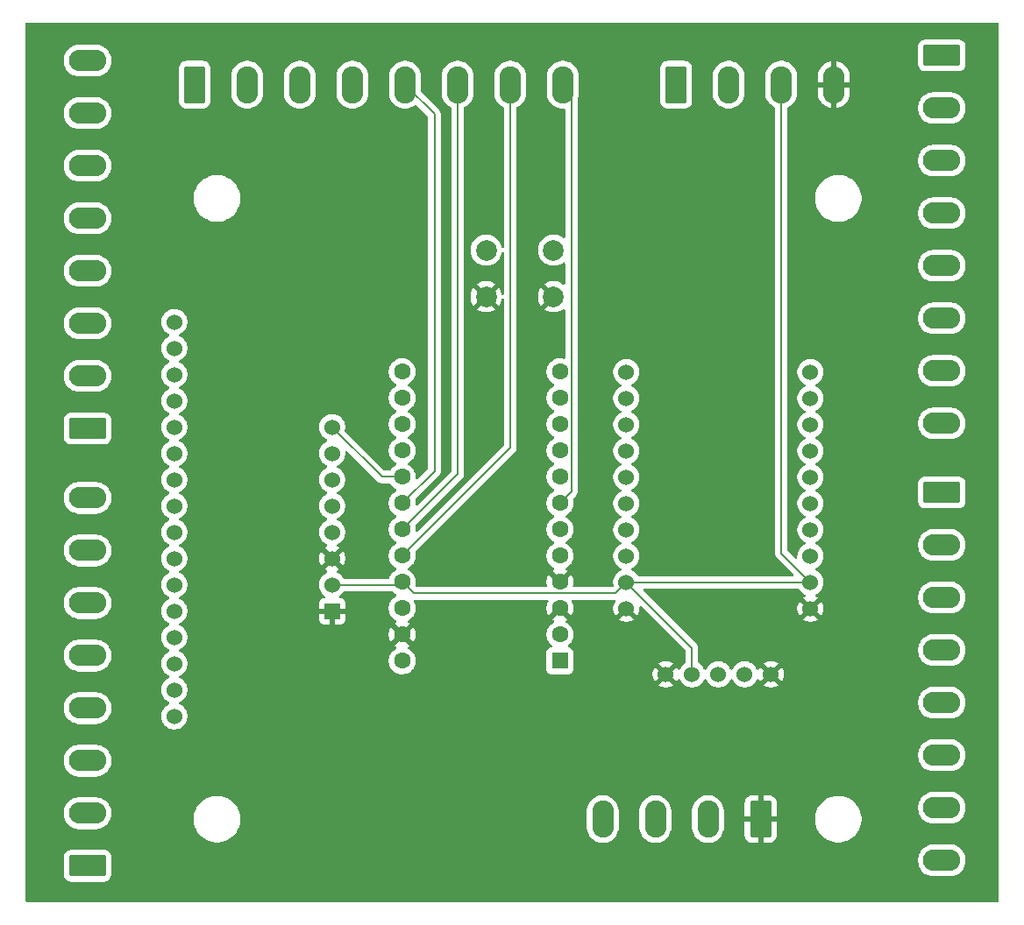
<source format=gbr>
%TF.GenerationSoftware,KiCad,Pcbnew,9.0.6*%
%TF.CreationDate,2026-02-03T15:32:43-08:00*%
%TF.ProjectId,FlightSimIOBoard,466c6967-6874-4536-996d-494f426f6172,rev?*%
%TF.SameCoordinates,Original*%
%TF.FileFunction,Copper,L2,Bot*%
%TF.FilePolarity,Positive*%
%FSLAX46Y46*%
G04 Gerber Fmt 4.6, Leading zero omitted, Abs format (unit mm)*
G04 Created by KiCad (PCBNEW 9.0.6) date 2026-02-03 15:32:43*
%MOMM*%
%LPD*%
G01*
G04 APERTURE LIST*
G04 Aperture macros list*
%AMRoundRect*
0 Rectangle with rounded corners*
0 $1 Rounding radius*
0 $2 $3 $4 $5 $6 $7 $8 $9 X,Y pos of 4 corners*
0 Add a 4 corners polygon primitive as box body*
4,1,4,$2,$3,$4,$5,$6,$7,$8,$9,$2,$3,0*
0 Add four circle primitives for the rounded corners*
1,1,$1+$1,$2,$3*
1,1,$1+$1,$4,$5*
1,1,$1+$1,$6,$7*
1,1,$1+$1,$8,$9*
0 Add four rect primitives between the rounded corners*
20,1,$1+$1,$2,$3,$4,$5,0*
20,1,$1+$1,$4,$5,$6,$7,0*
20,1,$1+$1,$6,$7,$8,$9,0*
20,1,$1+$1,$8,$9,$2,$3,0*%
G04 Aperture macros list end*
%TA.AperFunction,ComponentPad*%
%ADD10C,1.530000*%
%TD*%
%TA.AperFunction,ComponentPad*%
%ADD11RoundRect,0.249999X-1.550001X0.790001X-1.550001X-0.790001X1.550001X-0.790001X1.550001X0.790001X0*%
%TD*%
%TA.AperFunction,ComponentPad*%
%ADD12O,3.600000X2.080000*%
%TD*%
%TA.AperFunction,ComponentPad*%
%ADD13R,1.530000X1.530000*%
%TD*%
%TA.AperFunction,ComponentPad*%
%ADD14RoundRect,0.249999X1.550001X-0.790001X1.550001X0.790001X-1.550001X0.790001X-1.550001X-0.790001X0*%
%TD*%
%TA.AperFunction,ComponentPad*%
%ADD15R,1.600000X1.600000*%
%TD*%
%TA.AperFunction,ComponentPad*%
%ADD16C,1.600000*%
%TD*%
%TA.AperFunction,ComponentPad*%
%ADD17RoundRect,0.249999X-0.790001X-1.550001X0.790001X-1.550001X0.790001X1.550001X-0.790001X1.550001X0*%
%TD*%
%TA.AperFunction,ComponentPad*%
%ADD18O,2.080000X3.600000*%
%TD*%
%TA.AperFunction,ComponentPad*%
%ADD19C,2.000000*%
%TD*%
%TA.AperFunction,ComponentPad*%
%ADD20RoundRect,0.249999X0.790001X1.550001X-0.790001X1.550001X-0.790001X-1.550001X0.790001X-1.550001X0*%
%TD*%
%TA.AperFunction,Conductor*%
%ADD21C,0.200000*%
%TD*%
G04 APERTURE END LIST*
D10*
%TO.P,U3,G1,GND*%
%TO.N,GND*%
X137530000Y-109650000D03*
%TO.P,U3,G2,GND*%
X141340000Y-116000000D03*
%TO.P,U3,G3,GND*%
X155310000Y-109650000D03*
%TO.P,U3,INT,INT*%
X151500000Y-116000000D03*
%TO.P,U3,P00,P00*%
%TO.N,Net-(J6-Pin_8)*%
X155310000Y-104570000D03*
%TO.P,U3,P01,P01*%
%TO.N,Net-(J6-Pin_7)*%
X155310000Y-102030000D03*
%TO.P,U3,P02,P02*%
%TO.N,Net-(J6-Pin_6)*%
X155310000Y-99490000D03*
%TO.P,U3,P03,P03*%
%TO.N,Net-(J6-Pin_5)*%
X155310000Y-96950000D03*
%TO.P,U3,P04,P04*%
%TO.N,Net-(J6-Pin_4)*%
X155310000Y-94410000D03*
%TO.P,U3,P05,P05*%
%TO.N,Net-(J6-Pin_3)*%
X155310000Y-91870000D03*
%TO.P,U3,P06,P06*%
%TO.N,Net-(J6-Pin_2)*%
X155310000Y-89330000D03*
%TO.P,U3,P07,P07*%
%TO.N,Net-(J6-Pin_1)*%
X155310000Y-86790000D03*
%TO.P,U3,P10,P10*%
%TO.N,Net-(J5-Pin_8)*%
X137530000Y-86790000D03*
%TO.P,U3,P11,P11*%
%TO.N,Net-(J5-Pin_7)*%
X137530000Y-89330000D03*
%TO.P,U3,P12,P12*%
%TO.N,Net-(J5-Pin_6)*%
X137530000Y-91870000D03*
%TO.P,U3,P13,P13*%
%TO.N,Net-(J5-Pin_5)*%
X137530000Y-94410000D03*
%TO.P,U3,P14,P14*%
%TO.N,Net-(J5-Pin_4)*%
X137530000Y-96950000D03*
%TO.P,U3,P15,P15*%
%TO.N,Net-(J5-Pin_3)*%
X137530000Y-99490000D03*
%TO.P,U3,P16,P16*%
%TO.N,Net-(J5-Pin_2)*%
X137530000Y-102030000D03*
%TO.P,U3,P17,P17*%
%TO.N,Net-(J5-Pin_1)*%
X137530000Y-104570000D03*
%TO.P,U3,SCL,SCL*%
%TO.N,SCL*%
X148960000Y-116000000D03*
%TO.P,U3,SDA,SDA*%
%TO.N,SDA*%
X146420000Y-116000000D03*
%TO.P,U3,VCC,VCC*%
%TO.N,+5V*%
X143880000Y-116000000D03*
%TO.P,U3,VD1,VDD*%
X137530000Y-107110000D03*
%TO.P,U3,VD2,VDD*%
X155310000Y-107110000D03*
%TD*%
D11*
%TO.P,J6,1,Pin_1*%
%TO.N,Net-(J6-Pin_1)*%
X168000000Y-98420000D03*
D12*
%TO.P,J6,2,Pin_2*%
%TO.N,Net-(J6-Pin_2)*%
X168000000Y-103500000D03*
%TO.P,J6,3,Pin_3*%
%TO.N,Net-(J6-Pin_3)*%
X168000000Y-108580000D03*
%TO.P,J6,4,Pin_4*%
%TO.N,Net-(J6-Pin_4)*%
X168000000Y-113660000D03*
%TO.P,J6,5,Pin_5*%
%TO.N,Net-(J6-Pin_5)*%
X168000000Y-118740000D03*
%TO.P,J6,6,Pin_6*%
%TO.N,Net-(J6-Pin_6)*%
X168000000Y-123820000D03*
%TO.P,J6,7,Pin_7*%
%TO.N,Net-(J6-Pin_7)*%
X168000000Y-128900000D03*
%TO.P,J6,8,Pin_8*%
%TO.N,Net-(J6-Pin_8)*%
X168000000Y-133980000D03*
%TD*%
D10*
%TO.P,U2,JP1-1,C0*%
%TO.N,Net-(J1-Pin_1)*%
X93880000Y-120050000D03*
%TO.P,U2,JP1-2,C1*%
%TO.N,Net-(J1-Pin_2)*%
X93880000Y-117510000D03*
%TO.P,U2,JP1-3,C2*%
%TO.N,Net-(J1-Pin_3)*%
X93880000Y-114970000D03*
%TO.P,U2,JP1-4,C3*%
%TO.N,Net-(J1-Pin_4)*%
X93880000Y-112430000D03*
%TO.P,U2,JP1-5,C4*%
%TO.N,Net-(J1-Pin_5)*%
X93880000Y-109890000D03*
%TO.P,U2,JP1-6,C5*%
%TO.N,Net-(J1-Pin_6)*%
X93880000Y-107350000D03*
%TO.P,U2,JP1-7,C6*%
%TO.N,Net-(J1-Pin_7)*%
X93880000Y-104810000D03*
%TO.P,U2,JP1-8,C7*%
%TO.N,Net-(J1-Pin_8)*%
X93880000Y-102270000D03*
%TO.P,U2,JP1-9,C8*%
%TO.N,Net-(J2-Pin_1)*%
X93880000Y-99730000D03*
%TO.P,U2,JP1-10,C9*%
%TO.N,Net-(J2-Pin_2)*%
X93880000Y-97190000D03*
%TO.P,U2,JP1-11,C10*%
%TO.N,Net-(J2-Pin_3)*%
X93880000Y-94650000D03*
%TO.P,U2,JP1-12,C11*%
%TO.N,Net-(J2-Pin_4)*%
X93880000Y-92110000D03*
%TO.P,U2,JP1-13,C12*%
%TO.N,Net-(J2-Pin_5)*%
X93880000Y-89570000D03*
%TO.P,U2,JP1-14,C13*%
%TO.N,Net-(J2-Pin_6)*%
X93880000Y-87030000D03*
%TO.P,U2,JP1-15,C14*%
%TO.N,Net-(J2-Pin_7)*%
X93880000Y-84490000D03*
%TO.P,U2,JP1-16,C15*%
%TO.N,Net-(J2-Pin_8)*%
X93880000Y-81950000D03*
D13*
%TO.P,U2,JP3-1,GND*%
%TO.N,GND*%
X109120000Y-109890000D03*
D10*
%TO.P,U2,JP3-2,VCC*%
%TO.N,+5V*%
X109120000Y-107350000D03*
%TO.P,U2,JP3-3,EN*%
%TO.N,GND*%
X109120000Y-104810000D03*
%TO.P,U2,JP3-4,S0*%
%TO.N,Net-(J3-Pin_1)*%
X109120000Y-102270000D03*
%TO.P,U2,JP3-5,S1*%
%TO.N,Net-(J3-Pin_2)*%
X109120000Y-99730000D03*
%TO.P,U2,JP3-6,S2*%
%TO.N,Net-(J3-Pin_3)*%
X109120000Y-97190000D03*
%TO.P,U2,JP3-7,S3*%
%TO.N,Net-(J3-Pin_4)*%
X109120000Y-94650000D03*
%TO.P,U2,JP3-8,COM*%
%TO.N,Net-(J7-Pin_1)*%
X109120000Y-92110000D03*
%TD*%
D14*
%TO.P,J2,1,Pin_1*%
%TO.N,Net-(J2-Pin_1)*%
X85500000Y-92240000D03*
D12*
%TO.P,J2,2,Pin_2*%
%TO.N,Net-(J2-Pin_2)*%
X85500000Y-87160000D03*
%TO.P,J2,3,Pin_3*%
%TO.N,Net-(J2-Pin_3)*%
X85500000Y-82080000D03*
%TO.P,J2,4,Pin_4*%
%TO.N,Net-(J2-Pin_4)*%
X85500000Y-77000000D03*
%TO.P,J2,5,Pin_5*%
%TO.N,Net-(J2-Pin_5)*%
X85500000Y-71920000D03*
%TO.P,J2,6,Pin_6*%
%TO.N,Net-(J2-Pin_6)*%
X85500000Y-66840000D03*
%TO.P,J2,7,Pin_7*%
%TO.N,Net-(J2-Pin_7)*%
X85500000Y-61760000D03*
%TO.P,J2,8,Pin_8*%
%TO.N,Net-(J2-Pin_8)*%
X85500000Y-56680000D03*
%TD*%
D11*
%TO.P,J5,1,Pin_1*%
%TO.N,Net-(J5-Pin_1)*%
X168000000Y-56180000D03*
D12*
%TO.P,J5,2,Pin_2*%
%TO.N,Net-(J5-Pin_2)*%
X168000000Y-61260000D03*
%TO.P,J5,3,Pin_3*%
%TO.N,Net-(J5-Pin_3)*%
X168000000Y-66340000D03*
%TO.P,J5,4,Pin_4*%
%TO.N,Net-(J5-Pin_4)*%
X168000000Y-71420000D03*
%TO.P,J5,5,Pin_5*%
%TO.N,Net-(J5-Pin_5)*%
X168000000Y-76500000D03*
%TO.P,J5,6,Pin_6*%
%TO.N,Net-(J5-Pin_6)*%
X168000000Y-81580000D03*
%TO.P,J5,7,Pin_7*%
%TO.N,Net-(J5-Pin_7)*%
X168000000Y-86660000D03*
%TO.P,J5,8,Pin_8*%
%TO.N,Net-(J5-Pin_8)*%
X168000000Y-91740000D03*
%TD*%
D15*
%TO.P,U1,1,TX*%
%TO.N,unconnected-(U1-TX-Pad1)*%
X131120000Y-114700000D03*
D16*
%TO.P,U1,2,RX*%
%TO.N,unconnected-(U1-RX-Pad2)*%
X131120000Y-112160000D03*
%TO.P,U1,3,GND*%
%TO.N,GND*%
X131120000Y-109620000D03*
%TO.P,U1,4,GND*%
X131120000Y-107080000D03*
%TO.P,U1,5,SDA*%
%TO.N,SDA*%
X131120000Y-104540000D03*
%TO.P,U1,6,SCL*%
%TO.N,SCL*%
X131120000Y-102000000D03*
%TO.P,U1,7,D4*%
%TO.N,A6*%
X131120000Y-99460000D03*
%TO.P,U1,8,C6*%
%TO.N,unconnected-(U1-C6-Pad8)*%
X131120000Y-96920000D03*
%TO.P,U1,9,D7*%
%TO.N,unconnected-(U1-D7-Pad9)*%
X131120000Y-94380000D03*
%TO.P,U1,10,E6*%
%TO.N,unconnected-(U1-E6-Pad10)*%
X131120000Y-91840000D03*
%TO.P,U1,11,B4*%
%TO.N,unconnected-(U1-B4-Pad11)*%
X131120000Y-89300000D03*
%TO.P,U1,12,B5*%
%TO.N,unconnected-(U1-B5-Pad12)*%
X131120000Y-86760000D03*
%TO.P,U1,13,B6*%
%TO.N,Net-(J3-Pin_4)*%
X115880000Y-86760000D03*
%TO.P,U1,14,B2*%
%TO.N,Net-(J3-Pin_3)*%
X115880000Y-89300000D03*
%TO.P,U1,15,B3*%
%TO.N,Net-(J3-Pin_2)*%
X115880000Y-91840000D03*
%TO.P,U1,16,B1*%
%TO.N,Net-(J3-Pin_1)*%
X115880000Y-94380000D03*
%TO.P,U1,17,F7*%
%TO.N,Net-(J7-Pin_1)*%
X115880000Y-96920000D03*
%TO.P,U1,18,F6*%
%TO.N,A1*%
X115880000Y-99460000D03*
%TO.P,U1,19,F5*%
%TO.N,A2*%
X115880000Y-102000000D03*
%TO.P,U1,20,F4*%
%TO.N,A3*%
X115880000Y-104540000D03*
%TO.P,U1,21,VCC*%
%TO.N,+5V*%
X115880000Y-107080000D03*
%TO.P,U1,22,RST*%
%TO.N,Net-(U1-RST)*%
X115880000Y-109620000D03*
%TO.P,U1,23,GND*%
%TO.N,GND*%
X115880000Y-112160000D03*
%TO.P,U1,24,RAW*%
%TO.N,unconnected-(U1-RAW-Pad24)*%
X115880000Y-114700000D03*
%TD*%
D17*
%TO.P,J4,1,Pin_1*%
%TO.N,SCL*%
X142340000Y-59000000D03*
D18*
%TO.P,J4,2,Pin_2*%
%TO.N,SDA*%
X147420000Y-59000000D03*
%TO.P,J4,3,Pin_3*%
%TO.N,+5V*%
X152500000Y-59000000D03*
%TO.P,J4,4,Pin_4*%
%TO.N,GND*%
X157580000Y-59000000D03*
%TD*%
D17*
%TO.P,J3,1,Pin_1*%
%TO.N,Net-(J3-Pin_1)*%
X95840000Y-59000000D03*
D18*
%TO.P,J3,2,Pin_2*%
%TO.N,Net-(J3-Pin_2)*%
X100920000Y-59000000D03*
%TO.P,J3,3,Pin_3*%
%TO.N,Net-(J3-Pin_3)*%
X106000000Y-59000000D03*
%TO.P,J3,4,Pin_4*%
%TO.N,Net-(J3-Pin_4)*%
X111080000Y-59000000D03*
%TO.P,J3,5,Pin_5*%
%TO.N,A1*%
X116160000Y-59000000D03*
%TO.P,J3,6,Pin_6*%
%TO.N,A2*%
X121240000Y-59000000D03*
%TO.P,J3,7,Pin_7*%
%TO.N,A3*%
X126320000Y-59000000D03*
%TO.P,J3,8,Pin_8*%
%TO.N,A6*%
X131400000Y-59000000D03*
%TD*%
D19*
%TO.P,RESET_SW,1,1*%
%TO.N,Net-(U1-RST)*%
X124000000Y-75000000D03*
X130500000Y-75000000D03*
%TO.P,RESET_SW,2,2*%
%TO.N,GND*%
X124000000Y-79500000D03*
X130500000Y-79500000D03*
%TD*%
D14*
%TO.P,J1,1,Pin_1*%
%TO.N,Net-(J1-Pin_1)*%
X85500000Y-134500000D03*
D12*
%TO.P,J1,2,Pin_2*%
%TO.N,Net-(J1-Pin_2)*%
X85500000Y-129420000D03*
%TO.P,J1,3,Pin_3*%
%TO.N,Net-(J1-Pin_3)*%
X85500000Y-124340000D03*
%TO.P,J1,4,Pin_4*%
%TO.N,Net-(J1-Pin_4)*%
X85500000Y-119260000D03*
%TO.P,J1,5,Pin_5*%
%TO.N,Net-(J1-Pin_5)*%
X85500000Y-114180000D03*
%TO.P,J1,6,Pin_6*%
%TO.N,Net-(J1-Pin_6)*%
X85500000Y-109100000D03*
%TO.P,J1,7,Pin_7*%
%TO.N,Net-(J1-Pin_7)*%
X85500000Y-104020000D03*
%TO.P,J1,8,Pin_8*%
%TO.N,Net-(J1-Pin_8)*%
X85500000Y-98940000D03*
%TD*%
D20*
%TO.P,J8,1,Pin_1*%
%TO.N,GND*%
X150500000Y-130000000D03*
D18*
%TO.P,J8,2,Pin_2*%
%TO.N,+5V*%
X145420000Y-130000000D03*
%TO.P,J8,3,Pin_3*%
%TO.N,SDA*%
X140340000Y-130000000D03*
%TO.P,J8,4,Pin_4*%
%TO.N,SCL*%
X135260000Y-130000000D03*
%TD*%
D21*
%TO.N,A2*%
X121240000Y-96640000D02*
X115880000Y-102000000D01*
X121240000Y-59000000D02*
X121240000Y-96640000D01*
%TO.N,A6*%
X132221000Y-59821000D02*
X132221000Y-98359000D01*
X132221000Y-98359000D02*
X131120000Y-99460000D01*
X131400000Y-59000000D02*
X132221000Y-59821000D01*
%TO.N,Net-(J7-Pin_1)*%
X115880000Y-96920000D02*
X113930000Y-96920000D01*
X113930000Y-96920000D02*
X109120000Y-92110000D01*
%TO.N,A1*%
X119000000Y-61840000D02*
X119000000Y-96340000D01*
X119000000Y-96340000D02*
X115880000Y-99460000D01*
X116160000Y-59000000D02*
X119000000Y-61840000D01*
%TO.N,+5V*%
X116981000Y-108181000D02*
X115880000Y-107080000D01*
X137530000Y-107110000D02*
X143880000Y-113460000D01*
X115880000Y-107080000D02*
X115580000Y-107080000D01*
X115580000Y-107080000D02*
X115310000Y-107350000D01*
X155310000Y-107110000D02*
X137530000Y-107110000D01*
X137530000Y-107110000D02*
X136459000Y-108181000D01*
X136459000Y-108181000D02*
X116981000Y-108181000D01*
X143880000Y-113460000D02*
X143880000Y-116000000D01*
X152500000Y-104300000D02*
X152500000Y-59000000D01*
X115310000Y-107350000D02*
X109120000Y-107350000D01*
X155310000Y-107110000D02*
X152500000Y-104300000D01*
%TO.N,A3*%
X126320000Y-59000000D02*
X126320000Y-94100000D01*
X126320000Y-94100000D02*
X115880000Y-104540000D01*
%TD*%
%TA.AperFunction,Conductor*%
%TO.N,GND*%
G36*
X110571926Y-94415718D02*
G01*
X110594066Y-94433301D01*
X113445139Y-97284374D01*
X113445149Y-97284385D01*
X113449479Y-97288715D01*
X113449480Y-97288716D01*
X113561284Y-97400520D01*
X113622358Y-97435780D01*
X113648095Y-97450639D01*
X113648097Y-97450641D01*
X113694103Y-97477203D01*
X113698215Y-97479577D01*
X113850942Y-97520500D01*
X113850943Y-97520500D01*
X114650398Y-97520500D01*
X114717437Y-97540185D01*
X114760883Y-97588205D01*
X114767715Y-97601614D01*
X114888028Y-97767213D01*
X115032786Y-97911971D01*
X115173798Y-98014420D01*
X115198390Y-98032287D01*
X115289840Y-98078883D01*
X115291080Y-98079515D01*
X115341876Y-98127490D01*
X115358671Y-98195311D01*
X115336134Y-98261446D01*
X115291080Y-98300485D01*
X115198386Y-98347715D01*
X115032786Y-98468028D01*
X114888028Y-98612786D01*
X114767715Y-98778386D01*
X114674781Y-98960776D01*
X114611522Y-99155465D01*
X114579500Y-99357648D01*
X114579500Y-99562351D01*
X114611522Y-99764534D01*
X114674781Y-99959223D01*
X114708981Y-100026343D01*
X114754171Y-100115033D01*
X114767715Y-100141613D01*
X114888028Y-100307213D01*
X115032786Y-100451971D01*
X115173798Y-100554420D01*
X115198390Y-100572287D01*
X115289840Y-100618883D01*
X115291080Y-100619515D01*
X115341876Y-100667490D01*
X115358671Y-100735311D01*
X115336134Y-100801446D01*
X115291080Y-100840485D01*
X115198386Y-100887715D01*
X115032786Y-101008028D01*
X114888028Y-101152786D01*
X114767715Y-101318386D01*
X114674781Y-101500776D01*
X114611522Y-101695465D01*
X114579500Y-101897648D01*
X114579500Y-102102351D01*
X114611522Y-102304534D01*
X114674781Y-102499223D01*
X114767715Y-102681613D01*
X114888028Y-102847213D01*
X115032786Y-102991971D01*
X115173798Y-103094420D01*
X115198390Y-103112287D01*
X115289840Y-103158883D01*
X115291080Y-103159515D01*
X115341876Y-103207490D01*
X115358671Y-103275311D01*
X115336134Y-103341446D01*
X115291080Y-103380485D01*
X115198386Y-103427715D01*
X115032786Y-103548028D01*
X114888028Y-103692786D01*
X114767715Y-103858386D01*
X114674781Y-104040776D01*
X114611522Y-104235465D01*
X114579500Y-104437648D01*
X114579500Y-104642351D01*
X114611522Y-104844534D01*
X114674781Y-105039223D01*
X114738132Y-105163554D01*
X114754171Y-105195033D01*
X114767715Y-105221613D01*
X114888028Y-105387213D01*
X115032786Y-105531971D01*
X115173798Y-105634420D01*
X115198390Y-105652287D01*
X115289840Y-105698883D01*
X115291080Y-105699515D01*
X115341876Y-105747490D01*
X115358671Y-105815311D01*
X115336134Y-105881446D01*
X115291080Y-105920485D01*
X115198386Y-105967715D01*
X115032786Y-106088028D01*
X114888028Y-106232786D01*
X114767715Y-106398386D01*
X114674778Y-106580783D01*
X114647799Y-106663818D01*
X114608362Y-106721494D01*
X114544003Y-106748692D01*
X114529868Y-106749500D01*
X110310260Y-106749500D01*
X110243221Y-106729815D01*
X110204534Y-106690293D01*
X110202352Y-106686733D01*
X110085269Y-106525582D01*
X109944418Y-106384731D01*
X109783266Y-106267647D01*
X109783262Y-106267645D01*
X109631277Y-106190204D01*
X109580481Y-106142229D01*
X109563686Y-106074408D01*
X109586224Y-106008273D01*
X109631277Y-105969234D01*
X109783005Y-105891924D01*
X109820863Y-105864418D01*
X109820863Y-105864417D01*
X109257574Y-105301128D01*
X109316853Y-105285245D01*
X109433147Y-105218102D01*
X109528102Y-105123147D01*
X109595245Y-105006853D01*
X109611128Y-104947574D01*
X110174417Y-105510863D01*
X110174418Y-105510863D01*
X110201924Y-105473005D01*
X110292320Y-105295594D01*
X110353852Y-105106222D01*
X110385000Y-104909563D01*
X110385000Y-104710436D01*
X110353852Y-104513777D01*
X110292320Y-104324405D01*
X110201924Y-104146994D01*
X110174417Y-104109135D01*
X110174417Y-104109134D01*
X109611128Y-104672424D01*
X109595245Y-104613147D01*
X109528102Y-104496853D01*
X109433147Y-104401898D01*
X109316853Y-104334755D01*
X109257574Y-104318871D01*
X109820864Y-103755581D01*
X109820863Y-103755580D01*
X109783008Y-103728077D01*
X109631277Y-103650765D01*
X109580481Y-103602790D01*
X109563686Y-103534969D01*
X109586224Y-103468834D01*
X109631277Y-103429795D01*
X109631827Y-103429515D01*
X109783266Y-103352353D01*
X109944418Y-103235269D01*
X110085269Y-103094418D01*
X110202353Y-102933266D01*
X110292785Y-102755783D01*
X110345884Y-102592362D01*
X110354338Y-102566343D01*
X110354338Y-102566342D01*
X110354339Y-102566339D01*
X110385500Y-102369597D01*
X110385500Y-102170403D01*
X110354339Y-101973661D01*
X110354338Y-101973657D01*
X110354338Y-101973656D01*
X110292786Y-101784219D01*
X110247564Y-101695466D01*
X110202353Y-101606734D01*
X110085269Y-101445582D01*
X109944418Y-101304731D01*
X109783266Y-101187647D01*
X109631827Y-101110485D01*
X109581031Y-101062510D01*
X109564236Y-100994689D01*
X109586773Y-100928554D01*
X109631827Y-100889515D01*
X109695219Y-100857215D01*
X109783266Y-100812353D01*
X109944418Y-100695269D01*
X110085269Y-100554418D01*
X110202353Y-100393266D01*
X110292785Y-100215783D01*
X110354339Y-100026339D01*
X110385500Y-99829597D01*
X110385500Y-99630403D01*
X110354339Y-99433661D01*
X110354338Y-99433657D01*
X110354338Y-99433656D01*
X110292786Y-99244219D01*
X110247564Y-99155466D01*
X110202353Y-99066734D01*
X110085269Y-98905582D01*
X109944418Y-98764731D01*
X109783266Y-98647647D01*
X109631827Y-98570485D01*
X109581031Y-98522510D01*
X109564236Y-98454689D01*
X109586773Y-98388554D01*
X109631827Y-98349515D01*
X109695219Y-98317215D01*
X109783266Y-98272353D01*
X109944418Y-98155269D01*
X110085269Y-98014418D01*
X110202353Y-97853266D01*
X110292785Y-97675783D01*
X110321241Y-97588205D01*
X110354338Y-97486343D01*
X110354338Y-97486342D01*
X110354339Y-97486339D01*
X110385500Y-97289597D01*
X110385500Y-97090403D01*
X110354339Y-96893661D01*
X110354338Y-96893657D01*
X110354338Y-96893656D01*
X110292786Y-96704219D01*
X110247564Y-96615466D01*
X110202353Y-96526734D01*
X110085269Y-96365582D01*
X109944418Y-96224731D01*
X109783266Y-96107647D01*
X109781880Y-96106941D01*
X109631827Y-96030485D01*
X109581031Y-95982510D01*
X109564236Y-95914689D01*
X109586773Y-95848554D01*
X109631827Y-95809515D01*
X109695219Y-95777215D01*
X109783266Y-95732353D01*
X109944418Y-95615269D01*
X110085269Y-95474418D01*
X110202353Y-95313266D01*
X110292785Y-95135783D01*
X110354339Y-94946339D01*
X110385500Y-94749597D01*
X110385500Y-94550403D01*
X110383912Y-94540379D01*
X110392865Y-94471089D01*
X110437860Y-94417636D01*
X110504611Y-94396995D01*
X110571926Y-94415718D01*
G37*
%TD.AperFunction*%
%TA.AperFunction,Conductor*%
G36*
X173442539Y-53020185D02*
G01*
X173488294Y-53072989D01*
X173499500Y-53124500D01*
X173499500Y-137875500D01*
X173479815Y-137942539D01*
X173427011Y-137988294D01*
X173375500Y-137999500D01*
X79624500Y-137999500D01*
X79557461Y-137979815D01*
X79511706Y-137927011D01*
X79500500Y-137875500D01*
X79500500Y-133659982D01*
X83199500Y-133659982D01*
X83199500Y-135340017D01*
X83210000Y-135442796D01*
X83210001Y-135442798D01*
X83265186Y-135609335D01*
X83357288Y-135758656D01*
X83481344Y-135882712D01*
X83630665Y-135974814D01*
X83797202Y-136029999D01*
X83899990Y-136040500D01*
X83899995Y-136040500D01*
X87100005Y-136040500D01*
X87100010Y-136040500D01*
X87202798Y-136029999D01*
X87369335Y-135974814D01*
X87518656Y-135882712D01*
X87642712Y-135758656D01*
X87734814Y-135609335D01*
X87789999Y-135442798D01*
X87800500Y-135340010D01*
X87800500Y-133858754D01*
X165699500Y-133858754D01*
X165699500Y-134101245D01*
X165737432Y-134340736D01*
X165812360Y-134571344D01*
X165922448Y-134787401D01*
X166064966Y-134983562D01*
X166064970Y-134983567D01*
X166236432Y-135155029D01*
X166236437Y-135155033D01*
X166407539Y-135279345D01*
X166432602Y-135297554D01*
X166648653Y-135407638D01*
X166648655Y-135407639D01*
X166756859Y-135442796D01*
X166879265Y-135482568D01*
X166990186Y-135500136D01*
X167118755Y-135520500D01*
X167118760Y-135520500D01*
X168881245Y-135520500D01*
X168997347Y-135502110D01*
X169120735Y-135482568D01*
X169351347Y-135407638D01*
X169567398Y-135297554D01*
X169763569Y-135155028D01*
X169935028Y-134983569D01*
X170077554Y-134787398D01*
X170187638Y-134571347D01*
X170262568Y-134340735D01*
X170282110Y-134217347D01*
X170300500Y-134101245D01*
X170300500Y-133858754D01*
X170269018Y-133659990D01*
X170262568Y-133619265D01*
X170225103Y-133503959D01*
X170187639Y-133388655D01*
X170187638Y-133388653D01*
X170077554Y-133172602D01*
X170037366Y-133117288D01*
X169935033Y-132976437D01*
X169935029Y-132976432D01*
X169763567Y-132804970D01*
X169763562Y-132804966D01*
X169567401Y-132662448D01*
X169567400Y-132662447D01*
X169567398Y-132662446D01*
X169459372Y-132607404D01*
X169351344Y-132552360D01*
X169120736Y-132477432D01*
X168881245Y-132439500D01*
X168881240Y-132439500D01*
X167118760Y-132439500D01*
X167118755Y-132439500D01*
X166879263Y-132477432D01*
X166648655Y-132552360D01*
X166432598Y-132662448D01*
X166236437Y-132804966D01*
X166236432Y-132804970D01*
X166064970Y-132976432D01*
X166064966Y-132976437D01*
X165922448Y-133172598D01*
X165812360Y-133388655D01*
X165737432Y-133619263D01*
X165699500Y-133858754D01*
X87800500Y-133858754D01*
X87800500Y-133659990D01*
X87789999Y-133557202D01*
X87734814Y-133390665D01*
X87642712Y-133241344D01*
X87518656Y-133117288D01*
X87369335Y-133025186D01*
X87202798Y-132970001D01*
X87202796Y-132970000D01*
X87100017Y-132959500D01*
X87100010Y-132959500D01*
X83899990Y-132959500D01*
X83899982Y-132959500D01*
X83797203Y-132970000D01*
X83797202Y-132970001D01*
X83714669Y-132997349D01*
X83630667Y-133025185D01*
X83630662Y-133025187D01*
X83481342Y-133117289D01*
X83357289Y-133241342D01*
X83265187Y-133390662D01*
X83265186Y-133390665D01*
X83210001Y-133557202D01*
X83210001Y-133557203D01*
X83210000Y-133557203D01*
X83199500Y-133659982D01*
X79500500Y-133659982D01*
X79500500Y-129298754D01*
X83199500Y-129298754D01*
X83199500Y-129541245D01*
X83237432Y-129780736D01*
X83312360Y-130011344D01*
X83312362Y-130011347D01*
X83417430Y-130217554D01*
X83422448Y-130227401D01*
X83564966Y-130423562D01*
X83564970Y-130423567D01*
X83736432Y-130595029D01*
X83736437Y-130595033D01*
X83816033Y-130652862D01*
X83932602Y-130737554D01*
X84148653Y-130847638D01*
X84148655Y-130847639D01*
X84252070Y-130881240D01*
X84379265Y-130922568D01*
X84490186Y-130940136D01*
X84618755Y-130960500D01*
X84618760Y-130960500D01*
X86381245Y-130960500D01*
X86497347Y-130942110D01*
X86620735Y-130922568D01*
X86851347Y-130847638D01*
X87067398Y-130737554D01*
X87263569Y-130595028D01*
X87435028Y-130423569D01*
X87577554Y-130227398D01*
X87687638Y-130011347D01*
X87722658Y-129903567D01*
X87739255Y-129852486D01*
X95749500Y-129852486D01*
X95749500Y-130147513D01*
X95768482Y-130291690D01*
X95788007Y-130439993D01*
X95845045Y-130652862D01*
X95864361Y-130724951D01*
X95864364Y-130724961D01*
X95977254Y-130997500D01*
X95977258Y-130997510D01*
X96124761Y-131252993D01*
X96304352Y-131487040D01*
X96304358Y-131487047D01*
X96512952Y-131695641D01*
X96512959Y-131695647D01*
X96747006Y-131875238D01*
X97002489Y-132022741D01*
X97002490Y-132022741D01*
X97002493Y-132022743D01*
X97275048Y-132135639D01*
X97560007Y-132211993D01*
X97852494Y-132250500D01*
X97852501Y-132250500D01*
X98147499Y-132250500D01*
X98147506Y-132250500D01*
X98439993Y-132211993D01*
X98724952Y-132135639D01*
X98997507Y-132022743D01*
X99252994Y-131875238D01*
X99487042Y-131695646D01*
X99695646Y-131487042D01*
X99875238Y-131252994D01*
X100022743Y-130997507D01*
X100135639Y-130724952D01*
X100211993Y-130439993D01*
X100250500Y-130147506D01*
X100250500Y-129852494D01*
X100211993Y-129560007D01*
X100135639Y-129275048D01*
X100070900Y-129118754D01*
X133719500Y-129118754D01*
X133719500Y-130881245D01*
X133757432Y-131120736D01*
X133832360Y-131351344D01*
X133832362Y-131351347D01*
X133901502Y-131487042D01*
X133942448Y-131567401D01*
X134084966Y-131763562D01*
X134084970Y-131763567D01*
X134256432Y-131935029D01*
X134256437Y-131935033D01*
X134427539Y-132059345D01*
X134452602Y-132077554D01*
X134668653Y-132187638D01*
X134668655Y-132187639D01*
X134743604Y-132211991D01*
X134899265Y-132262568D01*
X135010186Y-132280136D01*
X135138755Y-132300500D01*
X135138760Y-132300500D01*
X135381245Y-132300500D01*
X135497347Y-132282110D01*
X135620735Y-132262568D01*
X135851347Y-132187638D01*
X136067398Y-132077554D01*
X136263569Y-131935028D01*
X136435028Y-131763569D01*
X136577554Y-131567398D01*
X136687638Y-131351347D01*
X136762568Y-131120735D01*
X136787947Y-130960500D01*
X136800500Y-130881245D01*
X136800500Y-129118754D01*
X138799500Y-129118754D01*
X138799500Y-130881245D01*
X138837432Y-131120736D01*
X138912360Y-131351344D01*
X138912362Y-131351347D01*
X138981502Y-131487042D01*
X139022448Y-131567401D01*
X139164966Y-131763562D01*
X139164970Y-131763567D01*
X139336432Y-131935029D01*
X139336437Y-131935033D01*
X139507539Y-132059345D01*
X139532602Y-132077554D01*
X139748653Y-132187638D01*
X139748655Y-132187639D01*
X139823604Y-132211991D01*
X139979265Y-132262568D01*
X140090186Y-132280136D01*
X140218755Y-132300500D01*
X140218760Y-132300500D01*
X140461245Y-132300500D01*
X140577347Y-132282110D01*
X140700735Y-132262568D01*
X140931347Y-132187638D01*
X141147398Y-132077554D01*
X141343569Y-131935028D01*
X141515028Y-131763569D01*
X141657554Y-131567398D01*
X141767638Y-131351347D01*
X141842568Y-131120735D01*
X141867947Y-130960500D01*
X141880500Y-130881245D01*
X141880500Y-129118754D01*
X143879500Y-129118754D01*
X143879500Y-130881245D01*
X143917432Y-131120736D01*
X143992360Y-131351344D01*
X143992362Y-131351347D01*
X144061502Y-131487042D01*
X144102448Y-131567401D01*
X144244966Y-131763562D01*
X144244970Y-131763567D01*
X144416432Y-131935029D01*
X144416437Y-131935033D01*
X144587539Y-132059345D01*
X144612602Y-132077554D01*
X144828653Y-132187638D01*
X144828655Y-132187639D01*
X144903604Y-132211991D01*
X145059265Y-132262568D01*
X145170186Y-132280136D01*
X145298755Y-132300500D01*
X145298760Y-132300500D01*
X145541245Y-132300500D01*
X145657347Y-132282110D01*
X145780735Y-132262568D01*
X146011347Y-132187638D01*
X146227398Y-132077554D01*
X146423569Y-131935028D01*
X146595028Y-131763569D01*
X146737554Y-131567398D01*
X146847638Y-131351347D01*
X146922568Y-131120735D01*
X146947947Y-130960500D01*
X146960500Y-130881245D01*
X146960500Y-129118754D01*
X146931336Y-128934626D01*
X146922568Y-128879265D01*
X146847638Y-128648653D01*
X146737554Y-128432602D01*
X146737553Y-128432600D01*
X146713877Y-128400013D01*
X148960000Y-128400013D01*
X148960000Y-129750000D01*
X149845879Y-129750000D01*
X149826901Y-129795818D01*
X149800000Y-129931056D01*
X149800000Y-130068944D01*
X149826901Y-130204182D01*
X149845879Y-130250000D01*
X148960001Y-130250000D01*
X148960001Y-131599986D01*
X148970494Y-131702696D01*
X148970494Y-131702698D01*
X149025640Y-131869119D01*
X149025645Y-131869130D01*
X149117680Y-132018340D01*
X149117683Y-132018344D01*
X149241655Y-132142316D01*
X149241659Y-132142319D01*
X149390869Y-132234354D01*
X149390880Y-132234359D01*
X149557302Y-132289505D01*
X149660019Y-132299999D01*
X150249999Y-132299999D01*
X150250000Y-132299998D01*
X150250000Y-130654120D01*
X150295818Y-130673099D01*
X150431056Y-130700000D01*
X150568944Y-130700000D01*
X150704182Y-130673099D01*
X150750000Y-130654120D01*
X150750000Y-132299999D01*
X151339972Y-132299999D01*
X151339986Y-132299998D01*
X151442696Y-132289505D01*
X151442698Y-132289505D01*
X151609119Y-132234359D01*
X151609130Y-132234354D01*
X151758340Y-132142319D01*
X151758344Y-132142316D01*
X151882316Y-132018344D01*
X151882319Y-132018340D01*
X151974354Y-131869130D01*
X151974359Y-131869119D01*
X152029505Y-131702697D01*
X152039999Y-131599986D01*
X152040000Y-131599973D01*
X152040000Y-130250000D01*
X151154121Y-130250000D01*
X151173099Y-130204182D01*
X151200000Y-130068944D01*
X151200000Y-129931056D01*
X151184371Y-129852486D01*
X155749500Y-129852486D01*
X155749500Y-130147513D01*
X155768482Y-130291690D01*
X155788007Y-130439993D01*
X155845045Y-130652862D01*
X155864361Y-130724951D01*
X155864364Y-130724961D01*
X155977254Y-130997500D01*
X155977258Y-130997510D01*
X156124761Y-131252993D01*
X156304352Y-131487040D01*
X156304358Y-131487047D01*
X156512952Y-131695641D01*
X156512959Y-131695647D01*
X156747006Y-131875238D01*
X157002489Y-132022741D01*
X157002490Y-132022741D01*
X157002493Y-132022743D01*
X157275048Y-132135639D01*
X157560007Y-132211993D01*
X157852494Y-132250500D01*
X157852501Y-132250500D01*
X158147499Y-132250500D01*
X158147506Y-132250500D01*
X158439993Y-132211993D01*
X158724952Y-132135639D01*
X158997507Y-132022743D01*
X159252994Y-131875238D01*
X159487042Y-131695646D01*
X159695646Y-131487042D01*
X159875238Y-131252994D01*
X160022743Y-130997507D01*
X160135639Y-130724952D01*
X160211993Y-130439993D01*
X160250500Y-130147506D01*
X160250500Y-129852494D01*
X160211993Y-129560007D01*
X160135639Y-129275048D01*
X160022743Y-129002493D01*
X159951596Y-128879263D01*
X159926554Y-128835888D01*
X159893568Y-128778754D01*
X165699500Y-128778754D01*
X165699500Y-129021245D01*
X165737432Y-129260736D01*
X165812360Y-129491344D01*
X165922448Y-129707401D01*
X166064966Y-129903562D01*
X166064970Y-129903567D01*
X166236432Y-130075029D01*
X166236437Y-130075033D01*
X166336198Y-130147513D01*
X166432602Y-130217554D01*
X166648653Y-130327638D01*
X166648655Y-130327639D01*
X166763959Y-130365103D01*
X166879265Y-130402568D01*
X166990186Y-130420136D01*
X167118755Y-130440500D01*
X167118760Y-130440500D01*
X168881245Y-130440500D01*
X168997347Y-130422110D01*
X169120735Y-130402568D01*
X169351347Y-130327638D01*
X169567398Y-130217554D01*
X169763569Y-130075028D01*
X169935028Y-129903569D01*
X170077554Y-129707398D01*
X170187638Y-129491347D01*
X170262568Y-129260735D01*
X170282110Y-129137347D01*
X170300500Y-129021245D01*
X170300500Y-128778754D01*
X170274183Y-128612598D01*
X170262568Y-128539265D01*
X170187638Y-128308653D01*
X170077554Y-128092602D01*
X169993752Y-127977258D01*
X169935033Y-127896437D01*
X169935029Y-127896432D01*
X169763567Y-127724970D01*
X169763562Y-127724966D01*
X169567401Y-127582448D01*
X169567400Y-127582447D01*
X169567398Y-127582446D01*
X169459372Y-127527404D01*
X169351344Y-127472360D01*
X169120736Y-127397432D01*
X168881245Y-127359500D01*
X168881240Y-127359500D01*
X167118760Y-127359500D01*
X167118755Y-127359500D01*
X166879263Y-127397432D01*
X166648655Y-127472360D01*
X166432598Y-127582448D01*
X166236437Y-127724966D01*
X166236432Y-127724970D01*
X166064970Y-127896432D01*
X166064966Y-127896437D01*
X165922448Y-128092598D01*
X165812360Y-128308655D01*
X165737432Y-128539263D01*
X165699500Y-128778754D01*
X159893568Y-128778754D01*
X159875238Y-128747006D01*
X159695647Y-128512959D01*
X159695641Y-128512952D01*
X159487047Y-128304358D01*
X159487040Y-128304352D01*
X159252993Y-128124761D01*
X158997510Y-127977258D01*
X158997500Y-127977254D01*
X158724961Y-127864364D01*
X158724954Y-127864362D01*
X158724952Y-127864361D01*
X158439993Y-127788007D01*
X158391113Y-127781571D01*
X158147513Y-127749500D01*
X158147506Y-127749500D01*
X157852494Y-127749500D01*
X157852486Y-127749500D01*
X157574085Y-127786153D01*
X157560007Y-127788007D01*
X157299982Y-127857680D01*
X157275048Y-127864361D01*
X157275038Y-127864364D01*
X157002499Y-127977254D01*
X157002489Y-127977258D01*
X156747006Y-128124761D01*
X156512959Y-128304352D01*
X156512952Y-128304358D01*
X156304358Y-128512952D01*
X156304352Y-128512959D01*
X156124761Y-128747006D01*
X155977258Y-129002489D01*
X155977254Y-129002499D01*
X155864364Y-129275038D01*
X155864361Y-129275048D01*
X155788008Y-129560004D01*
X155788006Y-129560015D01*
X155749500Y-129852486D01*
X151184371Y-129852486D01*
X151173099Y-129795818D01*
X151154121Y-129750000D01*
X152039999Y-129750000D01*
X152039999Y-128400028D01*
X152039998Y-128400013D01*
X152029505Y-128297303D01*
X152029505Y-128297301D01*
X151974359Y-128130880D01*
X151974354Y-128130869D01*
X151882319Y-127981659D01*
X151882316Y-127981655D01*
X151758344Y-127857683D01*
X151758340Y-127857680D01*
X151609130Y-127765645D01*
X151609119Y-127765640D01*
X151442697Y-127710494D01*
X151339986Y-127700000D01*
X150750000Y-127700000D01*
X150750000Y-129345879D01*
X150704182Y-129326901D01*
X150568944Y-129300000D01*
X150431056Y-129300000D01*
X150295818Y-129326901D01*
X150250000Y-129345879D01*
X150250000Y-127700000D01*
X149660028Y-127700000D01*
X149660012Y-127700001D01*
X149557303Y-127710494D01*
X149557301Y-127710494D01*
X149390880Y-127765640D01*
X149390869Y-127765645D01*
X149241659Y-127857680D01*
X149241655Y-127857683D01*
X149117683Y-127981655D01*
X149117680Y-127981659D01*
X149025645Y-128130869D01*
X149025640Y-128130880D01*
X148970494Y-128297302D01*
X148960000Y-128400013D01*
X146713877Y-128400013D01*
X146595033Y-128236437D01*
X146595029Y-128236432D01*
X146423567Y-128064970D01*
X146423562Y-128064966D01*
X146227401Y-127922448D01*
X146227400Y-127922447D01*
X146227398Y-127922446D01*
X146100288Y-127857680D01*
X146011344Y-127812360D01*
X145780736Y-127737432D01*
X145541245Y-127699500D01*
X145541240Y-127699500D01*
X145298760Y-127699500D01*
X145298755Y-127699500D01*
X145059263Y-127737432D01*
X144828655Y-127812360D01*
X144612598Y-127922448D01*
X144416437Y-128064966D01*
X144416432Y-128064970D01*
X144244970Y-128236432D01*
X144244966Y-128236437D01*
X144102448Y-128432598D01*
X143992360Y-128648655D01*
X143917432Y-128879263D01*
X143879500Y-129118754D01*
X141880500Y-129118754D01*
X141851336Y-128934626D01*
X141842568Y-128879265D01*
X141767638Y-128648653D01*
X141657554Y-128432602D01*
X141567502Y-128308655D01*
X141515033Y-128236437D01*
X141515029Y-128236432D01*
X141343567Y-128064970D01*
X141343562Y-128064966D01*
X141147401Y-127922448D01*
X141147400Y-127922447D01*
X141147398Y-127922446D01*
X141020288Y-127857680D01*
X140931344Y-127812360D01*
X140700736Y-127737432D01*
X140461245Y-127699500D01*
X140461240Y-127699500D01*
X140218760Y-127699500D01*
X140218755Y-127699500D01*
X139979263Y-127737432D01*
X139748655Y-127812360D01*
X139532598Y-127922448D01*
X139336437Y-128064966D01*
X139336432Y-128064970D01*
X139164970Y-128236432D01*
X139164966Y-128236437D01*
X139022448Y-128432598D01*
X138912360Y-128648655D01*
X138837432Y-128879263D01*
X138799500Y-129118754D01*
X136800500Y-129118754D01*
X136771336Y-128934626D01*
X136762568Y-128879265D01*
X136687638Y-128648653D01*
X136577554Y-128432602D01*
X136487502Y-128308655D01*
X136435033Y-128236437D01*
X136435029Y-128236432D01*
X136263567Y-128064970D01*
X136263562Y-128064966D01*
X136067401Y-127922448D01*
X136067400Y-127922447D01*
X136067398Y-127922446D01*
X135940288Y-127857680D01*
X135851344Y-127812360D01*
X135620736Y-127737432D01*
X135381245Y-127699500D01*
X135381240Y-127699500D01*
X135138760Y-127699500D01*
X135138755Y-127699500D01*
X134899263Y-127737432D01*
X134668655Y-127812360D01*
X134452598Y-127922448D01*
X134256437Y-128064966D01*
X134256432Y-128064970D01*
X134084970Y-128236432D01*
X134084966Y-128236437D01*
X133942448Y-128432598D01*
X133832360Y-128648655D01*
X133757432Y-128879263D01*
X133719500Y-129118754D01*
X100070900Y-129118754D01*
X100022743Y-129002493D01*
X99951596Y-128879263D01*
X99875238Y-128747006D01*
X99695647Y-128512959D01*
X99695641Y-128512952D01*
X99487047Y-128304358D01*
X99487040Y-128304352D01*
X99252993Y-128124761D01*
X98997510Y-127977258D01*
X98997500Y-127977254D01*
X98724961Y-127864364D01*
X98724954Y-127864362D01*
X98724952Y-127864361D01*
X98439993Y-127788007D01*
X98391113Y-127781571D01*
X98147513Y-127749500D01*
X98147506Y-127749500D01*
X97852494Y-127749500D01*
X97852486Y-127749500D01*
X97574085Y-127786153D01*
X97560007Y-127788007D01*
X97299982Y-127857680D01*
X97275048Y-127864361D01*
X97275038Y-127864364D01*
X97002499Y-127977254D01*
X97002489Y-127977258D01*
X96747006Y-128124761D01*
X96512959Y-128304352D01*
X96512952Y-128304358D01*
X96304358Y-128512952D01*
X96304352Y-128512959D01*
X96124761Y-128747006D01*
X95977258Y-129002489D01*
X95977254Y-129002499D01*
X95864364Y-129275038D01*
X95864361Y-129275048D01*
X95788008Y-129560004D01*
X95788006Y-129560015D01*
X95749500Y-129852486D01*
X87739255Y-129852486D01*
X87753022Y-129810117D01*
X87753022Y-129810116D01*
X87762567Y-129780738D01*
X87762566Y-129780738D01*
X87762568Y-129780735D01*
X87780356Y-129668426D01*
X87800500Y-129541245D01*
X87800500Y-129298754D01*
X87771990Y-129118754D01*
X87762568Y-129059265D01*
X87687638Y-128828653D01*
X87577554Y-128612602D01*
X87524270Y-128539263D01*
X87435033Y-128416437D01*
X87435029Y-128416432D01*
X87263567Y-128244970D01*
X87263562Y-128244966D01*
X87067401Y-128102448D01*
X87067400Y-128102447D01*
X87067398Y-128102446D01*
X86959372Y-128047404D01*
X86851344Y-127992360D01*
X86620736Y-127917432D01*
X86381245Y-127879500D01*
X86381240Y-127879500D01*
X84618760Y-127879500D01*
X84618755Y-127879500D01*
X84379263Y-127917432D01*
X84148655Y-127992360D01*
X83932598Y-128102448D01*
X83736437Y-128244966D01*
X83736432Y-128244970D01*
X83564970Y-128416432D01*
X83564966Y-128416437D01*
X83422448Y-128612598D01*
X83312360Y-128828655D01*
X83237432Y-129059263D01*
X83199500Y-129298754D01*
X79500500Y-129298754D01*
X79500500Y-124218754D01*
X83199500Y-124218754D01*
X83199500Y-124461245D01*
X83237432Y-124700736D01*
X83312360Y-124931344D01*
X83312362Y-124931347D01*
X83417430Y-125137554D01*
X83422448Y-125147401D01*
X83564966Y-125343562D01*
X83564970Y-125343567D01*
X83736432Y-125515029D01*
X83736437Y-125515033D01*
X83907539Y-125639345D01*
X83932602Y-125657554D01*
X84148653Y-125767638D01*
X84148655Y-125767639D01*
X84263959Y-125805103D01*
X84379265Y-125842568D01*
X84490186Y-125860136D01*
X84618755Y-125880500D01*
X84618760Y-125880500D01*
X86381245Y-125880500D01*
X86497347Y-125862110D01*
X86620735Y-125842568D01*
X86851347Y-125767638D01*
X87067398Y-125657554D01*
X87263569Y-125515028D01*
X87435028Y-125343569D01*
X87577554Y-125147398D01*
X87687638Y-124931347D01*
X87762568Y-124700735D01*
X87782110Y-124577347D01*
X87800500Y-124461245D01*
X87800500Y-124218754D01*
X87778432Y-124079431D01*
X87762568Y-123979265D01*
X87687639Y-123748655D01*
X87687639Y-123748654D01*
X87662213Y-123698754D01*
X165699500Y-123698754D01*
X165699500Y-123941245D01*
X165737432Y-124180736D01*
X165812360Y-124411344D01*
X165922448Y-124627401D01*
X166064966Y-124823562D01*
X166064970Y-124823567D01*
X166236432Y-124995029D01*
X166236437Y-124995033D01*
X166407539Y-125119345D01*
X166432602Y-125137554D01*
X166648653Y-125247638D01*
X166648655Y-125247639D01*
X166763959Y-125285103D01*
X166879265Y-125322568D01*
X166990186Y-125340136D01*
X167118755Y-125360500D01*
X167118760Y-125360500D01*
X168881245Y-125360500D01*
X168997347Y-125342110D01*
X169120735Y-125322568D01*
X169351347Y-125247638D01*
X169567398Y-125137554D01*
X169763569Y-124995028D01*
X169935028Y-124823569D01*
X170077554Y-124627398D01*
X170187638Y-124411347D01*
X170262568Y-124180735D01*
X170282110Y-124057347D01*
X170300500Y-123941245D01*
X170300500Y-123698754D01*
X170274183Y-123532598D01*
X170262568Y-123459265D01*
X170187638Y-123228653D01*
X170077554Y-123012602D01*
X170004724Y-122912360D01*
X169935033Y-122816437D01*
X169935029Y-122816432D01*
X169763567Y-122644970D01*
X169763562Y-122644966D01*
X169567401Y-122502448D01*
X169567400Y-122502447D01*
X169567398Y-122502446D01*
X169459372Y-122447404D01*
X169351344Y-122392360D01*
X169120736Y-122317432D01*
X168881245Y-122279500D01*
X168881240Y-122279500D01*
X167118760Y-122279500D01*
X167118755Y-122279500D01*
X166879263Y-122317432D01*
X166648655Y-122392360D01*
X166432598Y-122502448D01*
X166236437Y-122644966D01*
X166236432Y-122644970D01*
X166064970Y-122816432D01*
X166064966Y-122816437D01*
X165922448Y-123012598D01*
X165812360Y-123228655D01*
X165737432Y-123459263D01*
X165699500Y-123698754D01*
X87662213Y-123698754D01*
X87650461Y-123675690D01*
X87577554Y-123532602D01*
X87524270Y-123459263D01*
X87435033Y-123336437D01*
X87435029Y-123336432D01*
X87263567Y-123164970D01*
X87263562Y-123164966D01*
X87067401Y-123022448D01*
X87067400Y-123022447D01*
X87067398Y-123022446D01*
X86959372Y-122967404D01*
X86851344Y-122912360D01*
X86620736Y-122837432D01*
X86381245Y-122799500D01*
X86381240Y-122799500D01*
X84618760Y-122799500D01*
X84618755Y-122799500D01*
X84379263Y-122837432D01*
X84148655Y-122912360D01*
X83932598Y-123022448D01*
X83736437Y-123164966D01*
X83736432Y-123164970D01*
X83564970Y-123336432D01*
X83564966Y-123336437D01*
X83422448Y-123532598D01*
X83312360Y-123748655D01*
X83237432Y-123979263D01*
X83199500Y-124218754D01*
X79500500Y-124218754D01*
X79500500Y-119138754D01*
X83199500Y-119138754D01*
X83199500Y-119381245D01*
X83237432Y-119620736D01*
X83312360Y-119851344D01*
X83312362Y-119851347D01*
X83417430Y-120057554D01*
X83422448Y-120067401D01*
X83564966Y-120263562D01*
X83564970Y-120263567D01*
X83736432Y-120435029D01*
X83736437Y-120435033D01*
X83875105Y-120535780D01*
X83932602Y-120577554D01*
X84148653Y-120687638D01*
X84148655Y-120687639D01*
X84227528Y-120713266D01*
X84379265Y-120762568D01*
X84490186Y-120780136D01*
X84618755Y-120800500D01*
X84618760Y-120800500D01*
X86381245Y-120800500D01*
X86497347Y-120782110D01*
X86620735Y-120762568D01*
X86851347Y-120687638D01*
X87067398Y-120577554D01*
X87263569Y-120435028D01*
X87435028Y-120263569D01*
X87577554Y-120067398D01*
X87687638Y-119851347D01*
X87762568Y-119620735D01*
X87782110Y-119497347D01*
X87800500Y-119381245D01*
X87800500Y-119138754D01*
X87778432Y-118999431D01*
X87762568Y-118899265D01*
X87687638Y-118668653D01*
X87577554Y-118452602D01*
X87491690Y-118334420D01*
X87435033Y-118256437D01*
X87435029Y-118256432D01*
X87263567Y-118084970D01*
X87263562Y-118084966D01*
X87067401Y-117942448D01*
X87067400Y-117942447D01*
X87067398Y-117942446D01*
X86959372Y-117887404D01*
X86851344Y-117832360D01*
X86620736Y-117757432D01*
X86381245Y-117719500D01*
X86381240Y-117719500D01*
X84618760Y-117719500D01*
X84618755Y-117719500D01*
X84379263Y-117757432D01*
X84148655Y-117832360D01*
X83932598Y-117942448D01*
X83736437Y-118084966D01*
X83736432Y-118084970D01*
X83564970Y-118256432D01*
X83564966Y-118256437D01*
X83422448Y-118452598D01*
X83312360Y-118668655D01*
X83237432Y-118899263D01*
X83199500Y-119138754D01*
X79500500Y-119138754D01*
X79500500Y-114058754D01*
X83199500Y-114058754D01*
X83199500Y-114301245D01*
X83237432Y-114540736D01*
X83312360Y-114771344D01*
X83344809Y-114835028D01*
X83417430Y-114977554D01*
X83422448Y-114987401D01*
X83564966Y-115183562D01*
X83564970Y-115183567D01*
X83736432Y-115355029D01*
X83736437Y-115355033D01*
X83773022Y-115381613D01*
X83932602Y-115497554D01*
X84117762Y-115591898D01*
X84148655Y-115607639D01*
X84227528Y-115633266D01*
X84379265Y-115682568D01*
X84490186Y-115700136D01*
X84618755Y-115720500D01*
X84618760Y-115720500D01*
X86381245Y-115720500D01*
X86497347Y-115702110D01*
X86620735Y-115682568D01*
X86851347Y-115607638D01*
X87067398Y-115497554D01*
X87263569Y-115355028D01*
X87435028Y-115183569D01*
X87577554Y-114987398D01*
X87687638Y-114771347D01*
X87762568Y-114540735D01*
X87785576Y-114395465D01*
X87800500Y-114301245D01*
X87800500Y-114058754D01*
X87778432Y-113919431D01*
X87762568Y-113819265D01*
X87687638Y-113588653D01*
X87577554Y-113372602D01*
X87559345Y-113347539D01*
X87435033Y-113176437D01*
X87435029Y-113176432D01*
X87263567Y-113004970D01*
X87263562Y-113004966D01*
X87067401Y-112862448D01*
X87067400Y-112862447D01*
X87067398Y-112862446D01*
X86959372Y-112807404D01*
X86851344Y-112752360D01*
X86620736Y-112677432D01*
X86381245Y-112639500D01*
X86381240Y-112639500D01*
X84618760Y-112639500D01*
X84618755Y-112639500D01*
X84379263Y-112677432D01*
X84148655Y-112752360D01*
X83932598Y-112862448D01*
X83736437Y-113004966D01*
X83736432Y-113004970D01*
X83564970Y-113176432D01*
X83564966Y-113176437D01*
X83422448Y-113372598D01*
X83312360Y-113588655D01*
X83237432Y-113819263D01*
X83199500Y-114058754D01*
X79500500Y-114058754D01*
X79500500Y-108978754D01*
X83199500Y-108978754D01*
X83199500Y-109221245D01*
X83237432Y-109460736D01*
X83312360Y-109691344D01*
X83344809Y-109755028D01*
X83417430Y-109897554D01*
X83422448Y-109907401D01*
X83564966Y-110103562D01*
X83564970Y-110103567D01*
X83736432Y-110275029D01*
X83736437Y-110275033D01*
X83875105Y-110375780D01*
X83932602Y-110417554D01*
X84148653Y-110527638D01*
X84148655Y-110527639D01*
X84227528Y-110553266D01*
X84379265Y-110602568D01*
X84490186Y-110620136D01*
X84618755Y-110640500D01*
X84618760Y-110640500D01*
X86381245Y-110640500D01*
X86497347Y-110622110D01*
X86620735Y-110602568D01*
X86851347Y-110527638D01*
X87067398Y-110417554D01*
X87263569Y-110275028D01*
X87435028Y-110103569D01*
X87577554Y-109907398D01*
X87687638Y-109691347D01*
X87762568Y-109460735D01*
X87788589Y-109296446D01*
X87800500Y-109221245D01*
X87800500Y-108978754D01*
X87776683Y-108828385D01*
X87762568Y-108739265D01*
X87719045Y-108605315D01*
X87687639Y-108508655D01*
X87687159Y-108507713D01*
X87577554Y-108292602D01*
X87504719Y-108192353D01*
X87435033Y-108096437D01*
X87435029Y-108096432D01*
X87263567Y-107924970D01*
X87263562Y-107924966D01*
X87067401Y-107782448D01*
X87067400Y-107782447D01*
X87067398Y-107782446D01*
X86926197Y-107710500D01*
X86851344Y-107672360D01*
X86620736Y-107597432D01*
X86381245Y-107559500D01*
X86381240Y-107559500D01*
X84618760Y-107559500D01*
X84618755Y-107559500D01*
X84379263Y-107597432D01*
X84148655Y-107672360D01*
X83932598Y-107782448D01*
X83736437Y-107924966D01*
X83736432Y-107924970D01*
X83564970Y-108096432D01*
X83564966Y-108096437D01*
X83422448Y-108292598D01*
X83312360Y-108508655D01*
X83237432Y-108739263D01*
X83199500Y-108978754D01*
X79500500Y-108978754D01*
X79500500Y-103898754D01*
X83199500Y-103898754D01*
X83199500Y-104141245D01*
X83237432Y-104380736D01*
X83312360Y-104611344D01*
X83362834Y-104710403D01*
X83420207Y-104823004D01*
X83422448Y-104827401D01*
X83564966Y-105023562D01*
X83564970Y-105023567D01*
X83736432Y-105195029D01*
X83736437Y-105195033D01*
X83874849Y-105295594D01*
X83932602Y-105337554D01*
X84148653Y-105447638D01*
X84148655Y-105447639D01*
X84226725Y-105473005D01*
X84379265Y-105522568D01*
X84490186Y-105540136D01*
X84618755Y-105560500D01*
X84618760Y-105560500D01*
X86381245Y-105560500D01*
X86497347Y-105542110D01*
X86620735Y-105522568D01*
X86851347Y-105447638D01*
X87067398Y-105337554D01*
X87263569Y-105195028D01*
X87435028Y-105023569D01*
X87577554Y-104827398D01*
X87687638Y-104611347D01*
X87762568Y-104380735D01*
X87787843Y-104221154D01*
X87800500Y-104141245D01*
X87800500Y-103898754D01*
X87776239Y-103745579D01*
X87762568Y-103659265D01*
X87706806Y-103487645D01*
X87687639Y-103428655D01*
X87648761Y-103352353D01*
X87577554Y-103212602D01*
X87504719Y-103112353D01*
X87435033Y-103016437D01*
X87435029Y-103016432D01*
X87263567Y-102844970D01*
X87263562Y-102844966D01*
X87067401Y-102702448D01*
X87067400Y-102702447D01*
X87067398Y-102702446D01*
X86959372Y-102647404D01*
X86851344Y-102592360D01*
X86620736Y-102517432D01*
X86381245Y-102479500D01*
X86381240Y-102479500D01*
X84618760Y-102479500D01*
X84618755Y-102479500D01*
X84379263Y-102517432D01*
X84148655Y-102592360D01*
X83932598Y-102702448D01*
X83736437Y-102844966D01*
X83736432Y-102844970D01*
X83564970Y-103016432D01*
X83564966Y-103016437D01*
X83422448Y-103212598D01*
X83312360Y-103428655D01*
X83237432Y-103659263D01*
X83199500Y-103898754D01*
X79500500Y-103898754D01*
X79500500Y-98818754D01*
X83199500Y-98818754D01*
X83199500Y-99061245D01*
X83237432Y-99300736D01*
X83312360Y-99531344D01*
X83422448Y-99747401D01*
X83564966Y-99943562D01*
X83564970Y-99943567D01*
X83736432Y-100115029D01*
X83736437Y-100115033D01*
X83773022Y-100141613D01*
X83932602Y-100257554D01*
X84148653Y-100367638D01*
X84148655Y-100367639D01*
X84227528Y-100393266D01*
X84379265Y-100442568D01*
X84490186Y-100460136D01*
X84618755Y-100480500D01*
X84618760Y-100480500D01*
X86381245Y-100480500D01*
X86497347Y-100462110D01*
X86620735Y-100442568D01*
X86851347Y-100367638D01*
X87067398Y-100257554D01*
X87263569Y-100115028D01*
X87435028Y-99943569D01*
X87577554Y-99747398D01*
X87687638Y-99531347D01*
X87762568Y-99300735D01*
X87792511Y-99111683D01*
X87800500Y-99061245D01*
X87800500Y-98818754D01*
X87776239Y-98665579D01*
X87762568Y-98579265D01*
X87687638Y-98348653D01*
X87577554Y-98132602D01*
X87504719Y-98032353D01*
X87435033Y-97936437D01*
X87435029Y-97936432D01*
X87263567Y-97764970D01*
X87263562Y-97764966D01*
X87067401Y-97622448D01*
X87067400Y-97622447D01*
X87067398Y-97622446D01*
X86959372Y-97567404D01*
X86851344Y-97512360D01*
X86620736Y-97437432D01*
X86381245Y-97399500D01*
X86381240Y-97399500D01*
X84618760Y-97399500D01*
X84618755Y-97399500D01*
X84379263Y-97437432D01*
X84148655Y-97512360D01*
X83932598Y-97622448D01*
X83736437Y-97764966D01*
X83736432Y-97764970D01*
X83564970Y-97936432D01*
X83564966Y-97936437D01*
X83422448Y-98132598D01*
X83312360Y-98348655D01*
X83237432Y-98579263D01*
X83199500Y-98818754D01*
X79500500Y-98818754D01*
X79500500Y-91399982D01*
X83199500Y-91399982D01*
X83199500Y-93080017D01*
X83210000Y-93182796D01*
X83229807Y-93242568D01*
X83265186Y-93349335D01*
X83357288Y-93498656D01*
X83481344Y-93622712D01*
X83630665Y-93714814D01*
X83797202Y-93769999D01*
X83899990Y-93780500D01*
X83899995Y-93780500D01*
X87100005Y-93780500D01*
X87100010Y-93780500D01*
X87202798Y-93769999D01*
X87369335Y-93714814D01*
X87518656Y-93622712D01*
X87642712Y-93498656D01*
X87734814Y-93349335D01*
X87789999Y-93182798D01*
X87800500Y-93080010D01*
X87800500Y-91399990D01*
X87789999Y-91297202D01*
X87734814Y-91130665D01*
X87642712Y-90981344D01*
X87518656Y-90857288D01*
X87389283Y-90777490D01*
X87369337Y-90765187D01*
X87369332Y-90765185D01*
X87301733Y-90742785D01*
X87202798Y-90710001D01*
X87202796Y-90710000D01*
X87100017Y-90699500D01*
X87100010Y-90699500D01*
X83899990Y-90699500D01*
X83899982Y-90699500D01*
X83797203Y-90710000D01*
X83797202Y-90710001D01*
X83743751Y-90727713D01*
X83630667Y-90765185D01*
X83630662Y-90765187D01*
X83481342Y-90857289D01*
X83357289Y-90981342D01*
X83265187Y-91130662D01*
X83265185Y-91130667D01*
X83239979Y-91206734D01*
X83210001Y-91297202D01*
X83210001Y-91297203D01*
X83210000Y-91297203D01*
X83199500Y-91399982D01*
X79500500Y-91399982D01*
X79500500Y-87038754D01*
X83199500Y-87038754D01*
X83199500Y-87281245D01*
X83237432Y-87520736D01*
X83312360Y-87751344D01*
X83314360Y-87755269D01*
X83421336Y-87965220D01*
X83422448Y-87967401D01*
X83564966Y-88163562D01*
X83564970Y-88163567D01*
X83736432Y-88335029D01*
X83736437Y-88335033D01*
X83786556Y-88371446D01*
X83932602Y-88477554D01*
X84148653Y-88587638D01*
X84148655Y-88587639D01*
X84201260Y-88604731D01*
X84379265Y-88662568D01*
X84490186Y-88680136D01*
X84618755Y-88700500D01*
X84618760Y-88700500D01*
X86381245Y-88700500D01*
X86497347Y-88682110D01*
X86620735Y-88662568D01*
X86851347Y-88587638D01*
X87067398Y-88477554D01*
X87263569Y-88335028D01*
X87435028Y-88163569D01*
X87577554Y-87967398D01*
X87687638Y-87751347D01*
X87762568Y-87520735D01*
X87782110Y-87397347D01*
X87800500Y-87281245D01*
X87800500Y-87038754D01*
X87772560Y-86862351D01*
X87762568Y-86799265D01*
X87687638Y-86568653D01*
X87577554Y-86352602D01*
X87538801Y-86299263D01*
X87435033Y-86156437D01*
X87435029Y-86156432D01*
X87263567Y-85984970D01*
X87263562Y-85984966D01*
X87067401Y-85842448D01*
X87067400Y-85842447D01*
X87067398Y-85842446D01*
X86896758Y-85755500D01*
X86851344Y-85732360D01*
X86620736Y-85657432D01*
X86381245Y-85619500D01*
X86381240Y-85619500D01*
X84618760Y-85619500D01*
X84618755Y-85619500D01*
X84379263Y-85657432D01*
X84148655Y-85732360D01*
X83932598Y-85842448D01*
X83736437Y-85984966D01*
X83736432Y-85984970D01*
X83564970Y-86156432D01*
X83564966Y-86156437D01*
X83422448Y-86352598D01*
X83312360Y-86568655D01*
X83237432Y-86799263D01*
X83199500Y-87038754D01*
X79500500Y-87038754D01*
X79500500Y-81958754D01*
X83199500Y-81958754D01*
X83199500Y-82201245D01*
X83237432Y-82440736D01*
X83312360Y-82671344D01*
X83422448Y-82887401D01*
X83564966Y-83083562D01*
X83564970Y-83083567D01*
X83736432Y-83255029D01*
X83736437Y-83255033D01*
X83786556Y-83291446D01*
X83932602Y-83397554D01*
X84148653Y-83507638D01*
X84148655Y-83507639D01*
X84201260Y-83524731D01*
X84379265Y-83582568D01*
X84490186Y-83600136D01*
X84618755Y-83620500D01*
X84618760Y-83620500D01*
X86381245Y-83620500D01*
X86497347Y-83602110D01*
X86620735Y-83582568D01*
X86851347Y-83507638D01*
X87067398Y-83397554D01*
X87263569Y-83255028D01*
X87435028Y-83083569D01*
X87577554Y-82887398D01*
X87687638Y-82671347D01*
X87762568Y-82440735D01*
X87782110Y-82317347D01*
X87800500Y-82201245D01*
X87800500Y-81958754D01*
X87785639Y-81864929D01*
X87783338Y-81850403D01*
X92614500Y-81850403D01*
X92614500Y-82049596D01*
X92645661Y-82246340D01*
X92645661Y-82246343D01*
X92707213Y-82435780D01*
X92782512Y-82583562D01*
X92797647Y-82613266D01*
X92914731Y-82774418D01*
X93055582Y-82915269D01*
X93216734Y-83032353D01*
X93286453Y-83067877D01*
X93368172Y-83109515D01*
X93418968Y-83157490D01*
X93435763Y-83225311D01*
X93413225Y-83291446D01*
X93368172Y-83330485D01*
X93216733Y-83407647D01*
X93124790Y-83474447D01*
X93055582Y-83524731D01*
X93055580Y-83524733D01*
X93055579Y-83524733D01*
X92914733Y-83665579D01*
X92914733Y-83665580D01*
X92914731Y-83665582D01*
X92864447Y-83734790D01*
X92797647Y-83826733D01*
X92707213Y-84004219D01*
X92645661Y-84193656D01*
X92645661Y-84193659D01*
X92614500Y-84390403D01*
X92614500Y-84589596D01*
X92645661Y-84786340D01*
X92645661Y-84786343D01*
X92707213Y-84975780D01*
X92707215Y-84975783D01*
X92797647Y-85153266D01*
X92914731Y-85314418D01*
X93055582Y-85455269D01*
X93216734Y-85572353D01*
X93286453Y-85607877D01*
X93368172Y-85649515D01*
X93418968Y-85697490D01*
X93435763Y-85765311D01*
X93413225Y-85831446D01*
X93368172Y-85870485D01*
X93216733Y-85947647D01*
X93124790Y-86014447D01*
X93055582Y-86064731D01*
X93055580Y-86064733D01*
X93055579Y-86064733D01*
X92914733Y-86205579D01*
X92914733Y-86205580D01*
X92914731Y-86205582D01*
X92874630Y-86260776D01*
X92797647Y-86366733D01*
X92707213Y-86544219D01*
X92645661Y-86733656D01*
X92645661Y-86733659D01*
X92614500Y-86930403D01*
X92614500Y-87129596D01*
X92645661Y-87326340D01*
X92645661Y-87326343D01*
X92707213Y-87515780D01*
X92753801Y-87607213D01*
X92797647Y-87693266D01*
X92914731Y-87854418D01*
X93055582Y-87995269D01*
X93216734Y-88112353D01*
X93271946Y-88140485D01*
X93368172Y-88189515D01*
X93418968Y-88237490D01*
X93435763Y-88305311D01*
X93413225Y-88371446D01*
X93368172Y-88410485D01*
X93216733Y-88487647D01*
X93124790Y-88554447D01*
X93055582Y-88604731D01*
X93055580Y-88604733D01*
X93055579Y-88604733D01*
X92914733Y-88745579D01*
X92914733Y-88745580D01*
X92914731Y-88745582D01*
X92874630Y-88800776D01*
X92797647Y-88906733D01*
X92707213Y-89084219D01*
X92645661Y-89273656D01*
X92645661Y-89273659D01*
X92614500Y-89470403D01*
X92614500Y-89669596D01*
X92645661Y-89866340D01*
X92645661Y-89866343D01*
X92707213Y-90055780D01*
X92707215Y-90055783D01*
X92797647Y-90233266D01*
X92914731Y-90394418D01*
X93055582Y-90535269D01*
X93216734Y-90652353D01*
X93271946Y-90680485D01*
X93368172Y-90729515D01*
X93418968Y-90777490D01*
X93435763Y-90845311D01*
X93413225Y-90911446D01*
X93368172Y-90950485D01*
X93216733Y-91027647D01*
X93124790Y-91094447D01*
X93055582Y-91144731D01*
X93055580Y-91144733D01*
X93055579Y-91144733D01*
X92914733Y-91285579D01*
X92914733Y-91285580D01*
X92914731Y-91285582D01*
X92906289Y-91297202D01*
X92797647Y-91446733D01*
X92707213Y-91624219D01*
X92645661Y-91813656D01*
X92645661Y-91813659D01*
X92614500Y-92010403D01*
X92614500Y-92209596D01*
X92645661Y-92406340D01*
X92645661Y-92406343D01*
X92707213Y-92595780D01*
X92707215Y-92595783D01*
X92797647Y-92773266D01*
X92914731Y-92934418D01*
X93055582Y-93075269D01*
X93216734Y-93192353D01*
X93271946Y-93220485D01*
X93368172Y-93269515D01*
X93418968Y-93317490D01*
X93435763Y-93385311D01*
X93413225Y-93451446D01*
X93368172Y-93490485D01*
X93216733Y-93567647D01*
X93124790Y-93634447D01*
X93055582Y-93684731D01*
X93055580Y-93684733D01*
X93055579Y-93684733D01*
X92914733Y-93825579D01*
X92914733Y-93825580D01*
X92914731Y-93825582D01*
X92896072Y-93851264D01*
X92797647Y-93986733D01*
X92707213Y-94164219D01*
X92645661Y-94353656D01*
X92645661Y-94353659D01*
X92614500Y-94550403D01*
X92614500Y-94749596D01*
X92645661Y-94946340D01*
X92645661Y-94946343D01*
X92707213Y-95135780D01*
X92707215Y-95135783D01*
X92797647Y-95313266D01*
X92914731Y-95474418D01*
X93055582Y-95615269D01*
X93216734Y-95732353D01*
X93271946Y-95760485D01*
X93368172Y-95809515D01*
X93418968Y-95857490D01*
X93435763Y-95925311D01*
X93413225Y-95991446D01*
X93368172Y-96030485D01*
X93216733Y-96107647D01*
X93124790Y-96174447D01*
X93055582Y-96224731D01*
X93055580Y-96224733D01*
X93055579Y-96224733D01*
X92914733Y-96365579D01*
X92914733Y-96365580D01*
X92914731Y-96365582D01*
X92896072Y-96391264D01*
X92797647Y-96526733D01*
X92707213Y-96704219D01*
X92645661Y-96893656D01*
X92645661Y-96893659D01*
X92645661Y-96893661D01*
X92614500Y-97090403D01*
X92614500Y-97289597D01*
X92617837Y-97310665D01*
X92645661Y-97486340D01*
X92645661Y-97486343D01*
X92707213Y-97675780D01*
X92707215Y-97675783D01*
X92797647Y-97853266D01*
X92914731Y-98014418D01*
X93055582Y-98155269D01*
X93216734Y-98272353D01*
X93271946Y-98300485D01*
X93368172Y-98349515D01*
X93418968Y-98397490D01*
X93435763Y-98465311D01*
X93413225Y-98531446D01*
X93368172Y-98570485D01*
X93216733Y-98647647D01*
X93124790Y-98714447D01*
X93055582Y-98764731D01*
X93055580Y-98764733D01*
X93055579Y-98764733D01*
X92914733Y-98905579D01*
X92914733Y-98905580D01*
X92914731Y-98905582D01*
X92874630Y-98960776D01*
X92797647Y-99066733D01*
X92707213Y-99244219D01*
X92645661Y-99433656D01*
X92645661Y-99433659D01*
X92614500Y-99630403D01*
X92614500Y-99829596D01*
X92645661Y-100026340D01*
X92645661Y-100026343D01*
X92707213Y-100215780D01*
X92728498Y-100257554D01*
X92797647Y-100393266D01*
X92914731Y-100554418D01*
X93055582Y-100695269D01*
X93216734Y-100812353D01*
X93271946Y-100840485D01*
X93368172Y-100889515D01*
X93418968Y-100937490D01*
X93435763Y-101005311D01*
X93413225Y-101071446D01*
X93368172Y-101110485D01*
X93216733Y-101187647D01*
X93124790Y-101254447D01*
X93055582Y-101304731D01*
X93055580Y-101304733D01*
X93055579Y-101304733D01*
X92914733Y-101445579D01*
X92914733Y-101445580D01*
X92914731Y-101445582D01*
X92874630Y-101500776D01*
X92797647Y-101606733D01*
X92707213Y-101784219D01*
X92645661Y-101973656D01*
X92645661Y-101973659D01*
X92614500Y-102170403D01*
X92614500Y-102369596D01*
X92645661Y-102566340D01*
X92645661Y-102566343D01*
X92707213Y-102755780D01*
X92707215Y-102755783D01*
X92797647Y-102933266D01*
X92914731Y-103094418D01*
X93055582Y-103235269D01*
X93216734Y-103352353D01*
X93268549Y-103378754D01*
X93368172Y-103429515D01*
X93418968Y-103477490D01*
X93435763Y-103545311D01*
X93413225Y-103611446D01*
X93368172Y-103650485D01*
X93216733Y-103727647D01*
X93178286Y-103755581D01*
X93055582Y-103844731D01*
X93055580Y-103844733D01*
X93055579Y-103844733D01*
X92914733Y-103985579D01*
X92914733Y-103985580D01*
X92914731Y-103985582D01*
X92885176Y-104026261D01*
X92797647Y-104146733D01*
X92707213Y-104324219D01*
X92645661Y-104513656D01*
X92645661Y-104513659D01*
X92620963Y-104669596D01*
X92614500Y-104710403D01*
X92614500Y-104909597D01*
X92617358Y-104927639D01*
X92645661Y-105106340D01*
X92645661Y-105106343D01*
X92707213Y-105295780D01*
X92728498Y-105337554D01*
X92797647Y-105473266D01*
X92914731Y-105634418D01*
X93055582Y-105775269D01*
X93216734Y-105892353D01*
X93271946Y-105920485D01*
X93368172Y-105969515D01*
X93418968Y-106017490D01*
X93435763Y-106085311D01*
X93413225Y-106151446D01*
X93368172Y-106190485D01*
X93216733Y-106267647D01*
X93124790Y-106334447D01*
X93055582Y-106384731D01*
X93055580Y-106384733D01*
X93055579Y-106384733D01*
X92914733Y-106525579D01*
X92914733Y-106525580D01*
X92914731Y-106525582D01*
X92884289Y-106567482D01*
X92797647Y-106686733D01*
X92707213Y-106864219D01*
X92645661Y-107053656D01*
X92645661Y-107053659D01*
X92630028Y-107152362D01*
X92614500Y-107250403D01*
X92614500Y-107449597D01*
X92623752Y-107508011D01*
X92645661Y-107646340D01*
X92645661Y-107646343D01*
X92707213Y-107835780D01*
X92707215Y-107835783D01*
X92797647Y-108013266D01*
X92914731Y-108174418D01*
X93055582Y-108315269D01*
X93216734Y-108432353D01*
X93268549Y-108458754D01*
X93368172Y-108509515D01*
X93418968Y-108557490D01*
X93435763Y-108625311D01*
X93413225Y-108691446D01*
X93368172Y-108730485D01*
X93216733Y-108807647D01*
X93188189Y-108828386D01*
X93055582Y-108924731D01*
X93055580Y-108924733D01*
X93055579Y-108924733D01*
X92914733Y-109065579D01*
X92914733Y-109065580D01*
X92914731Y-109065582D01*
X92884289Y-109107482D01*
X92797647Y-109226733D01*
X92707213Y-109404219D01*
X92645661Y-109593656D01*
X92645661Y-109593659D01*
X92636738Y-109649999D01*
X92614500Y-109790403D01*
X92614500Y-109989597D01*
X92617358Y-110007639D01*
X92645661Y-110186340D01*
X92645661Y-110186343D01*
X92707213Y-110375780D01*
X92728498Y-110417554D01*
X92797647Y-110553266D01*
X92914731Y-110714418D01*
X93055582Y-110855269D01*
X93216734Y-110972353D01*
X93271393Y-111000203D01*
X93368172Y-111049515D01*
X93418968Y-111097490D01*
X93435763Y-111165311D01*
X93413225Y-111231446D01*
X93368172Y-111270485D01*
X93216733Y-111347647D01*
X93124790Y-111414447D01*
X93055582Y-111464731D01*
X93055580Y-111464733D01*
X93055579Y-111464733D01*
X92914733Y-111605579D01*
X92914733Y-111605580D01*
X92914731Y-111605582D01*
X92884289Y-111647482D01*
X92797647Y-111766733D01*
X92707213Y-111944219D01*
X92645661Y-112133656D01*
X92645661Y-112133659D01*
X92614500Y-112330403D01*
X92614500Y-112529596D01*
X92645661Y-112726340D01*
X92645661Y-112726343D01*
X92707213Y-112915780D01*
X92707215Y-112915783D01*
X92797647Y-113093266D01*
X92914731Y-113254418D01*
X93055582Y-113395269D01*
X93216734Y-113512353D01*
X93268549Y-113538754D01*
X93368172Y-113589515D01*
X93418968Y-113637490D01*
X93435763Y-113705311D01*
X93413225Y-113771446D01*
X93368172Y-113810485D01*
X93216733Y-113887647D01*
X93124790Y-113954447D01*
X93055582Y-114004731D01*
X93055580Y-114004733D01*
X93055579Y-114004733D01*
X92914733Y-114145579D01*
X92914733Y-114145580D01*
X92914731Y-114145582D01*
X92874630Y-114200776D01*
X92797647Y-114306733D01*
X92707213Y-114484219D01*
X92645661Y-114673656D01*
X92645661Y-114673659D01*
X92630189Y-114771344D01*
X92614500Y-114870403D01*
X92614500Y-115069597D01*
X92617358Y-115087639D01*
X92645661Y-115266340D01*
X92645661Y-115266343D01*
X92707213Y-115455780D01*
X92776569Y-115591898D01*
X92797647Y-115633266D01*
X92914731Y-115794418D01*
X93055582Y-115935269D01*
X93216734Y-116052353D01*
X93286453Y-116087877D01*
X93368172Y-116129515D01*
X93418968Y-116177490D01*
X93435763Y-116245311D01*
X93413225Y-116311446D01*
X93368172Y-116350485D01*
X93216733Y-116427647D01*
X93151221Y-116475245D01*
X93055582Y-116544731D01*
X93055580Y-116544733D01*
X93055579Y-116544733D01*
X92914733Y-116685579D01*
X92914733Y-116685580D01*
X92914731Y-116685582D01*
X92903629Y-116700863D01*
X92797647Y-116846733D01*
X92707213Y-117024219D01*
X92645661Y-117213656D01*
X92645661Y-117213659D01*
X92614500Y-117410403D01*
X92614500Y-117609596D01*
X92645661Y-117806340D01*
X92645661Y-117806343D01*
X92707213Y-117995780D01*
X92707215Y-117995783D01*
X92797647Y-118173266D01*
X92914731Y-118334418D01*
X93055582Y-118475269D01*
X93216734Y-118592353D01*
X93268549Y-118618754D01*
X93368172Y-118669515D01*
X93418968Y-118717490D01*
X93435763Y-118785311D01*
X93413225Y-118851446D01*
X93368172Y-118890485D01*
X93216733Y-118967647D01*
X93124790Y-119034447D01*
X93055582Y-119084731D01*
X93055580Y-119084733D01*
X93055579Y-119084733D01*
X92914733Y-119225579D01*
X92914733Y-119225580D01*
X92914731Y-119225582D01*
X92864447Y-119294790D01*
X92797647Y-119386733D01*
X92707213Y-119564219D01*
X92645661Y-119753656D01*
X92645661Y-119753659D01*
X92645661Y-119753661D01*
X92614500Y-119950403D01*
X92614500Y-120149597D01*
X92617358Y-120167639D01*
X92645661Y-120346340D01*
X92645661Y-120346343D01*
X92707213Y-120535780D01*
X92728498Y-120577554D01*
X92797647Y-120713266D01*
X92914731Y-120874418D01*
X93055582Y-121015269D01*
X93216734Y-121132353D01*
X93394217Y-121222785D01*
X93394219Y-121222786D01*
X93583657Y-121284338D01*
X93583658Y-121284338D01*
X93583661Y-121284339D01*
X93780403Y-121315500D01*
X93780404Y-121315500D01*
X93979596Y-121315500D01*
X93979597Y-121315500D01*
X94176339Y-121284339D01*
X94176342Y-121284338D01*
X94176343Y-121284338D01*
X94365780Y-121222786D01*
X94365780Y-121222785D01*
X94365783Y-121222785D01*
X94543266Y-121132353D01*
X94704418Y-121015269D01*
X94845269Y-120874418D01*
X94962353Y-120713266D01*
X95052785Y-120535783D01*
X95114339Y-120346339D01*
X95145500Y-120149597D01*
X95145500Y-119950403D01*
X95114339Y-119753661D01*
X95114338Y-119753657D01*
X95114338Y-119753656D01*
X95052786Y-119564219D01*
X94962352Y-119386733D01*
X94958361Y-119381240D01*
X94845269Y-119225582D01*
X94704418Y-119084731D01*
X94543266Y-118967647D01*
X94391827Y-118890485D01*
X94341031Y-118842510D01*
X94324236Y-118774689D01*
X94346773Y-118708554D01*
X94391827Y-118669515D01*
X94401116Y-118664781D01*
X94491450Y-118618754D01*
X165699500Y-118618754D01*
X165699500Y-118861245D01*
X165737432Y-119100736D01*
X165812360Y-119331344D01*
X165922448Y-119547401D01*
X166064966Y-119743562D01*
X166064970Y-119743567D01*
X166236432Y-119915029D01*
X166236437Y-119915033D01*
X166407539Y-120039345D01*
X166432602Y-120057554D01*
X166613244Y-120149596D01*
X166648655Y-120167639D01*
X166763959Y-120205103D01*
X166879265Y-120242568D01*
X166990186Y-120260136D01*
X167118755Y-120280500D01*
X167118760Y-120280500D01*
X168881245Y-120280500D01*
X168997347Y-120262110D01*
X169120735Y-120242568D01*
X169351347Y-120167638D01*
X169567398Y-120057554D01*
X169763569Y-119915028D01*
X169935028Y-119743569D01*
X170077554Y-119547398D01*
X170187638Y-119331347D01*
X170262568Y-119100735D01*
X170283647Y-118967647D01*
X170300500Y-118861245D01*
X170300500Y-118618754D01*
X170274183Y-118452598D01*
X170262568Y-118379265D01*
X170187638Y-118148653D01*
X170077554Y-117932602D01*
X169985819Y-117806339D01*
X169935033Y-117736437D01*
X169935029Y-117736432D01*
X169763567Y-117564970D01*
X169763562Y-117564966D01*
X169567401Y-117422448D01*
X169567400Y-117422447D01*
X169567398Y-117422446D01*
X169459372Y-117367404D01*
X169351344Y-117312360D01*
X169120736Y-117237432D01*
X168881245Y-117199500D01*
X168881240Y-117199500D01*
X167118760Y-117199500D01*
X167118755Y-117199500D01*
X166879263Y-117237432D01*
X166648655Y-117312360D01*
X166432598Y-117422448D01*
X166236437Y-117564966D01*
X166236432Y-117564970D01*
X166064970Y-117736432D01*
X166064966Y-117736437D01*
X165922448Y-117932598D01*
X165812360Y-118148655D01*
X165737432Y-118379263D01*
X165699500Y-118618754D01*
X94491450Y-118618754D01*
X94543266Y-118592353D01*
X94704418Y-118475269D01*
X94845269Y-118334418D01*
X94962353Y-118173266D01*
X95052785Y-117995783D01*
X95105884Y-117832362D01*
X95114338Y-117806343D01*
X95114338Y-117806342D01*
X95114339Y-117806339D01*
X95145500Y-117609597D01*
X95145500Y-117410403D01*
X95114339Y-117213661D01*
X95114338Y-117213657D01*
X95114338Y-117213656D01*
X95059693Y-117045476D01*
X95052786Y-117024219D01*
X95052785Y-117024217D01*
X94962353Y-116846734D01*
X94845269Y-116685582D01*
X94704418Y-116544731D01*
X94543266Y-116427647D01*
X94391827Y-116350485D01*
X94341031Y-116302510D01*
X94324236Y-116234689D01*
X94346773Y-116168554D01*
X94391827Y-116129515D01*
X94450544Y-116099597D01*
X94543266Y-116052353D01*
X94704418Y-115935269D01*
X94845269Y-115794418D01*
X94962353Y-115633266D01*
X95052785Y-115455783D01*
X95091466Y-115336735D01*
X95114338Y-115266343D01*
X95114338Y-115266342D01*
X95114339Y-115266339D01*
X95145500Y-115069597D01*
X95145500Y-114870403D01*
X95114339Y-114673661D01*
X95114338Y-114673657D01*
X95114338Y-114673656D01*
X95100509Y-114631094D01*
X95052786Y-114484219D01*
X95007564Y-114395466D01*
X94962353Y-114306734D01*
X94845269Y-114145582D01*
X94704418Y-114004731D01*
X94543266Y-113887647D01*
X94391827Y-113810485D01*
X94341031Y-113762510D01*
X94324236Y-113694689D01*
X94346773Y-113628554D01*
X94391827Y-113589515D01*
X94401116Y-113584781D01*
X94543266Y-113512353D01*
X94704418Y-113395269D01*
X94845269Y-113254418D01*
X94962353Y-113093266D01*
X95052785Y-112915783D01*
X95105884Y-112752362D01*
X95114338Y-112726343D01*
X95114338Y-112726342D01*
X95114339Y-112726339D01*
X95145500Y-112529597D01*
X95145500Y-112330403D01*
X95114339Y-112133661D01*
X95114338Y-112133657D01*
X95114338Y-112133656D01*
X95100522Y-112091134D01*
X95052786Y-111944219D01*
X95007564Y-111855466D01*
X94962353Y-111766734D01*
X94845269Y-111605582D01*
X94704418Y-111464731D01*
X94543266Y-111347647D01*
X94391827Y-111270485D01*
X94341031Y-111222510D01*
X94324236Y-111154689D01*
X94346773Y-111088554D01*
X94391827Y-111049515D01*
X94465081Y-111012190D01*
X94543266Y-110972353D01*
X94704418Y-110855269D01*
X94845269Y-110714418D01*
X94962353Y-110553266D01*
X95052785Y-110375783D01*
X95114339Y-110186339D01*
X95145500Y-109989597D01*
X95145500Y-109790403D01*
X95114339Y-109593661D01*
X95114338Y-109593657D01*
X95114338Y-109593656D01*
X95052786Y-109404219D01*
X95040446Y-109380000D01*
X94962353Y-109226734D01*
X94845269Y-109065582D01*
X94704418Y-108924731D01*
X94543266Y-108807647D01*
X94391827Y-108730485D01*
X94341031Y-108682510D01*
X94324236Y-108614689D01*
X94346773Y-108548554D01*
X94391827Y-108509515D01*
X94401116Y-108504781D01*
X94543266Y-108432353D01*
X94704418Y-108315269D01*
X94845269Y-108174418D01*
X94962353Y-108013266D01*
X95052785Y-107835783D01*
X95105884Y-107672362D01*
X95114338Y-107646343D01*
X95114338Y-107646342D01*
X95114339Y-107646339D01*
X95145500Y-107449597D01*
X95145500Y-107250403D01*
X95114339Y-107053661D01*
X95114338Y-107053657D01*
X95114338Y-107053656D01*
X95052786Y-106864219D01*
X95007564Y-106775466D01*
X94962353Y-106686734D01*
X94845269Y-106525582D01*
X94704418Y-106384731D01*
X94543266Y-106267647D01*
X94391827Y-106190485D01*
X94341031Y-106142510D01*
X94324236Y-106074689D01*
X94346773Y-106008554D01*
X94391827Y-105969515D01*
X94455219Y-105937215D01*
X94543266Y-105892353D01*
X94704418Y-105775269D01*
X94845269Y-105634418D01*
X94962353Y-105473266D01*
X95052785Y-105295783D01*
X95114339Y-105106339D01*
X95145500Y-104909597D01*
X95145500Y-104710403D01*
X95114339Y-104513661D01*
X95114338Y-104513657D01*
X95114338Y-104513656D01*
X95052786Y-104324219D01*
X95007564Y-104235466D01*
X94962353Y-104146734D01*
X94845269Y-103985582D01*
X94704418Y-103844731D01*
X94543266Y-103727647D01*
X94409055Y-103659263D01*
X94391827Y-103650485D01*
X94341031Y-103602510D01*
X94324236Y-103534689D01*
X94346773Y-103468554D01*
X94391827Y-103429515D01*
X94455219Y-103397215D01*
X94543266Y-103352353D01*
X94704418Y-103235269D01*
X94845269Y-103094418D01*
X94962353Y-102933266D01*
X95052785Y-102755783D01*
X95105884Y-102592362D01*
X95114338Y-102566343D01*
X95114338Y-102566342D01*
X95114339Y-102566339D01*
X95145500Y-102369597D01*
X95145500Y-102170403D01*
X95114339Y-101973661D01*
X95114338Y-101973657D01*
X95114338Y-101973656D01*
X95052786Y-101784219D01*
X95007564Y-101695466D01*
X94962353Y-101606734D01*
X94845269Y-101445582D01*
X94704418Y-101304731D01*
X94543266Y-101187647D01*
X94391827Y-101110485D01*
X94341031Y-101062510D01*
X94324236Y-100994689D01*
X94346773Y-100928554D01*
X94391827Y-100889515D01*
X94455219Y-100857215D01*
X94543266Y-100812353D01*
X94704418Y-100695269D01*
X94845269Y-100554418D01*
X94962353Y-100393266D01*
X95052785Y-100215783D01*
X95114339Y-100026339D01*
X95145500Y-99829597D01*
X95145500Y-99630403D01*
X95114339Y-99433661D01*
X95114338Y-99433657D01*
X95114338Y-99433656D01*
X95052786Y-99244219D01*
X95007564Y-99155466D01*
X94962353Y-99066734D01*
X94845269Y-98905582D01*
X94704418Y-98764731D01*
X94543266Y-98647647D01*
X94391827Y-98570485D01*
X94341031Y-98522510D01*
X94324236Y-98454689D01*
X94346773Y-98388554D01*
X94391827Y-98349515D01*
X94455219Y-98317215D01*
X94543266Y-98272353D01*
X94704418Y-98155269D01*
X94845269Y-98014418D01*
X94962353Y-97853266D01*
X95052785Y-97675783D01*
X95081241Y-97588205D01*
X95114338Y-97486343D01*
X95114338Y-97486342D01*
X95114339Y-97486339D01*
X95145500Y-97289597D01*
X95145500Y-97090403D01*
X95114339Y-96893661D01*
X95114338Y-96893657D01*
X95114338Y-96893656D01*
X95052786Y-96704219D01*
X95007564Y-96615466D01*
X94962353Y-96526734D01*
X94845269Y-96365582D01*
X94704418Y-96224731D01*
X94543266Y-96107647D01*
X94541880Y-96106941D01*
X94391827Y-96030485D01*
X94341031Y-95982510D01*
X94324236Y-95914689D01*
X94346773Y-95848554D01*
X94391827Y-95809515D01*
X94455219Y-95777215D01*
X94543266Y-95732353D01*
X94704418Y-95615269D01*
X94845269Y-95474418D01*
X94962353Y-95313266D01*
X95052785Y-95135783D01*
X95114339Y-94946339D01*
X95145500Y-94749597D01*
X95145500Y-94550403D01*
X95114339Y-94353661D01*
X95114338Y-94353657D01*
X95114338Y-94353656D01*
X95052786Y-94164219D01*
X95007564Y-94075466D01*
X94962353Y-93986734D01*
X94845269Y-93825582D01*
X94704418Y-93684731D01*
X94543266Y-93567647D01*
X94391827Y-93490485D01*
X94341031Y-93442510D01*
X94324236Y-93374689D01*
X94346773Y-93308554D01*
X94391827Y-93269515D01*
X94455219Y-93237215D01*
X94543266Y-93192353D01*
X94704418Y-93075269D01*
X94845269Y-92934418D01*
X94962353Y-92773266D01*
X95052785Y-92595783D01*
X95114339Y-92406339D01*
X95145500Y-92209597D01*
X95145500Y-92010403D01*
X107854500Y-92010403D01*
X107854500Y-92209596D01*
X107885661Y-92406340D01*
X107885661Y-92406343D01*
X107947213Y-92595780D01*
X107947215Y-92595783D01*
X108037647Y-92773266D01*
X108154731Y-92934418D01*
X108295582Y-93075269D01*
X108456734Y-93192353D01*
X108511946Y-93220485D01*
X108608172Y-93269515D01*
X108658968Y-93317490D01*
X108675763Y-93385311D01*
X108653225Y-93451446D01*
X108608172Y-93490485D01*
X108456733Y-93567647D01*
X108364790Y-93634447D01*
X108295582Y-93684731D01*
X108295580Y-93684733D01*
X108295579Y-93684733D01*
X108154733Y-93825579D01*
X108154733Y-93825580D01*
X108154731Y-93825582D01*
X108136072Y-93851264D01*
X108037647Y-93986733D01*
X107947213Y-94164219D01*
X107885661Y-94353656D01*
X107885661Y-94353659D01*
X107854500Y-94550403D01*
X107854500Y-94749596D01*
X107885661Y-94946340D01*
X107885661Y-94946343D01*
X107947213Y-95135780D01*
X107947215Y-95135783D01*
X108037647Y-95313266D01*
X108154731Y-95474418D01*
X108295582Y-95615269D01*
X108456734Y-95732353D01*
X108511946Y-95760485D01*
X108608172Y-95809515D01*
X108658968Y-95857490D01*
X108675763Y-95925311D01*
X108653225Y-95991446D01*
X108608172Y-96030485D01*
X108456733Y-96107647D01*
X108364790Y-96174447D01*
X108295582Y-96224731D01*
X108295580Y-96224733D01*
X108295579Y-96224733D01*
X108154733Y-96365579D01*
X108154733Y-96365580D01*
X108154731Y-96365582D01*
X108136072Y-96391264D01*
X108037647Y-96526733D01*
X107947213Y-96704219D01*
X107885661Y-96893656D01*
X107885661Y-96893659D01*
X107885661Y-96893661D01*
X107854500Y-97090403D01*
X107854500Y-97289597D01*
X107857837Y-97310665D01*
X107885661Y-97486340D01*
X107885661Y-97486343D01*
X107947213Y-97675780D01*
X107947215Y-97675783D01*
X108037647Y-97853266D01*
X108154731Y-98014418D01*
X108295582Y-98155269D01*
X108456734Y-98272353D01*
X108511946Y-98300485D01*
X108608172Y-98349515D01*
X108658968Y-98397490D01*
X108675763Y-98465311D01*
X108653225Y-98531446D01*
X108608172Y-98570485D01*
X108456733Y-98647647D01*
X108364790Y-98714447D01*
X108295582Y-98764731D01*
X108295580Y-98764733D01*
X108295579Y-98764733D01*
X108154733Y-98905579D01*
X108154733Y-98905580D01*
X108154731Y-98905582D01*
X108114630Y-98960776D01*
X108037647Y-99066733D01*
X107947213Y-99244219D01*
X107885661Y-99433656D01*
X107885661Y-99433659D01*
X107854500Y-99630403D01*
X107854500Y-99829596D01*
X107885661Y-100026340D01*
X107885661Y-100026343D01*
X107947213Y-100215780D01*
X107968498Y-100257554D01*
X108037647Y-100393266D01*
X108154731Y-100554418D01*
X108295582Y-100695269D01*
X108456734Y-100812353D01*
X108511946Y-100840485D01*
X108608172Y-100889515D01*
X108658968Y-100937490D01*
X108675763Y-101005311D01*
X108653225Y-101071446D01*
X108608172Y-101110485D01*
X108456733Y-101187647D01*
X108364790Y-101254447D01*
X108295582Y-101304731D01*
X108295580Y-101304733D01*
X108295579Y-101304733D01*
X108154733Y-101445579D01*
X108154733Y-101445580D01*
X108154731Y-101445582D01*
X108114630Y-101500776D01*
X108037647Y-101606733D01*
X107947213Y-101784219D01*
X107885661Y-101973656D01*
X107885661Y-101973659D01*
X107854500Y-102170403D01*
X107854500Y-102369596D01*
X107885661Y-102566340D01*
X107885661Y-102566343D01*
X107947213Y-102755780D01*
X107947215Y-102755783D01*
X108037647Y-102933266D01*
X108154731Y-103094418D01*
X108295582Y-103235269D01*
X108456734Y-103352353D01*
X108544781Y-103397215D01*
X108608722Y-103429795D01*
X108659518Y-103477770D01*
X108676313Y-103545591D01*
X108653776Y-103611726D01*
X108608723Y-103650764D01*
X108456993Y-103728075D01*
X108419135Y-103755580D01*
X108419135Y-103755581D01*
X108982425Y-104318871D01*
X108923147Y-104334755D01*
X108806853Y-104401898D01*
X108711898Y-104496853D01*
X108644755Y-104613147D01*
X108628871Y-104672425D01*
X108065581Y-104109135D01*
X108065580Y-104109135D01*
X108038077Y-104146990D01*
X107947679Y-104324405D01*
X107886147Y-104513777D01*
X107855000Y-104710436D01*
X107855000Y-104909563D01*
X107886147Y-105106222D01*
X107947679Y-105295594D01*
X108038077Y-105473008D01*
X108065580Y-105510863D01*
X108065581Y-105510864D01*
X108628871Y-104947574D01*
X108644755Y-105006853D01*
X108711898Y-105123147D01*
X108806853Y-105218102D01*
X108923147Y-105285245D01*
X108982425Y-105301128D01*
X108419134Y-105864417D01*
X108456994Y-105891924D01*
X108608722Y-105969234D01*
X108659518Y-106017209D01*
X108676313Y-106085030D01*
X108653776Y-106151165D01*
X108608723Y-106190203D01*
X108456735Y-106267645D01*
X108343997Y-106349555D01*
X108295582Y-106384731D01*
X108295580Y-106384733D01*
X108295579Y-106384733D01*
X108154733Y-106525579D01*
X108154733Y-106525580D01*
X108154731Y-106525582D01*
X108124289Y-106567482D01*
X108037647Y-106686733D01*
X107947213Y-106864219D01*
X107885661Y-107053656D01*
X107885661Y-107053659D01*
X107870028Y-107152362D01*
X107854500Y-107250403D01*
X107854500Y-107449597D01*
X107863752Y-107508011D01*
X107885661Y-107646340D01*
X107885661Y-107646343D01*
X107947213Y-107835780D01*
X107947215Y-107835783D01*
X108037647Y-108013266D01*
X108154731Y-108174418D01*
X108295582Y-108315269D01*
X108377752Y-108374969D01*
X108413143Y-108400682D01*
X108455808Y-108456012D01*
X108461787Y-108525626D01*
X108429181Y-108587421D01*
X108368342Y-108621778D01*
X108340257Y-108625000D01*
X108307155Y-108625000D01*
X108247627Y-108631401D01*
X108247620Y-108631403D01*
X108112913Y-108681645D01*
X108112906Y-108681649D01*
X107997812Y-108767809D01*
X107997809Y-108767812D01*
X107911649Y-108882906D01*
X107911645Y-108882913D01*
X107861403Y-109017620D01*
X107861401Y-109017627D01*
X107855000Y-109077155D01*
X107855000Y-109640000D01*
X108675440Y-109640000D01*
X108644755Y-109693147D01*
X108610000Y-109822857D01*
X108610000Y-109957143D01*
X108644755Y-110086853D01*
X108675440Y-110140000D01*
X107855000Y-110140000D01*
X107855000Y-110702844D01*
X107861401Y-110762372D01*
X107861403Y-110762379D01*
X107911645Y-110897086D01*
X107911649Y-110897093D01*
X107997809Y-111012187D01*
X107997812Y-111012190D01*
X108112906Y-111098350D01*
X108112913Y-111098354D01*
X108247620Y-111148596D01*
X108247627Y-111148598D01*
X108307155Y-111154999D01*
X108307172Y-111155000D01*
X108870000Y-111155000D01*
X108870000Y-110334560D01*
X108923147Y-110365245D01*
X109052857Y-110400000D01*
X109187143Y-110400000D01*
X109316853Y-110365245D01*
X109370000Y-110334560D01*
X109370000Y-111155000D01*
X109932828Y-111155000D01*
X109932844Y-111154999D01*
X109992372Y-111148598D01*
X109992379Y-111148596D01*
X110127086Y-111098354D01*
X110127093Y-111098350D01*
X110242187Y-111012190D01*
X110242190Y-111012187D01*
X110328350Y-110897093D01*
X110328354Y-110897086D01*
X110378596Y-110762379D01*
X110378598Y-110762372D01*
X110384999Y-110702844D01*
X110385000Y-110702827D01*
X110385000Y-110140000D01*
X109564560Y-110140000D01*
X109595245Y-110086853D01*
X109630000Y-109957143D01*
X109630000Y-109822857D01*
X109595245Y-109693147D01*
X109564560Y-109640000D01*
X110385000Y-109640000D01*
X110385000Y-109077172D01*
X110384999Y-109077155D01*
X110378598Y-109017627D01*
X110378596Y-109017620D01*
X110328354Y-108882913D01*
X110328350Y-108882906D01*
X110242190Y-108767812D01*
X110242187Y-108767809D01*
X110127093Y-108681649D01*
X110127086Y-108681645D01*
X109992379Y-108631403D01*
X109992372Y-108631401D01*
X109932844Y-108625000D01*
X109899743Y-108625000D01*
X109832704Y-108605315D01*
X109786949Y-108552511D01*
X109777005Y-108483353D01*
X109806030Y-108419797D01*
X109826857Y-108400682D01*
X109944418Y-108315269D01*
X110085269Y-108174418D01*
X110202353Y-108013266D01*
X110202357Y-108013256D01*
X110204534Y-108009707D01*
X110256348Y-107962833D01*
X110310260Y-107950500D01*
X114859953Y-107950500D01*
X114926992Y-107970185D01*
X114947634Y-107986819D01*
X115032786Y-108071971D01*
X115173798Y-108174420D01*
X115198390Y-108192287D01*
X115289840Y-108238883D01*
X115291080Y-108239515D01*
X115341876Y-108287490D01*
X115358671Y-108355311D01*
X115336134Y-108421446D01*
X115291080Y-108460485D01*
X115198386Y-108507715D01*
X115032786Y-108628028D01*
X114888028Y-108772786D01*
X114767715Y-108938386D01*
X114674781Y-109120776D01*
X114611522Y-109315465D01*
X114579500Y-109517648D01*
X114579500Y-109722351D01*
X114611522Y-109924534D01*
X114674781Y-110119223D01*
X114738691Y-110244653D01*
X114767585Y-110301359D01*
X114767715Y-110301613D01*
X114888028Y-110467213D01*
X115032786Y-110611971D01*
X115198385Y-110732284D01*
X115198387Y-110732285D01*
X115198390Y-110732287D01*
X115257449Y-110762379D01*
X115291630Y-110779795D01*
X115342426Y-110827770D01*
X115359221Y-110895591D01*
X115336684Y-110961725D01*
X115291630Y-111000765D01*
X115198644Y-111048143D01*
X115154077Y-111080523D01*
X115154077Y-111080524D01*
X115709766Y-111636212D01*
X115667708Y-111647482D01*
X115542292Y-111719890D01*
X115439890Y-111822292D01*
X115367482Y-111947708D01*
X115356212Y-111989765D01*
X114800524Y-111434077D01*
X114800523Y-111434077D01*
X114768143Y-111478644D01*
X114675244Y-111660968D01*
X114612009Y-111855582D01*
X114580000Y-112057682D01*
X114580000Y-112262317D01*
X114612009Y-112464417D01*
X114675244Y-112659031D01*
X114768141Y-112841350D01*
X114768147Y-112841359D01*
X114800523Y-112885921D01*
X114800524Y-112885922D01*
X115356212Y-112330233D01*
X115367482Y-112372292D01*
X115439890Y-112497708D01*
X115542292Y-112600110D01*
X115667708Y-112672518D01*
X115709765Y-112683787D01*
X115154076Y-113239474D01*
X115198652Y-113271861D01*
X115291628Y-113319234D01*
X115342425Y-113367208D01*
X115359220Y-113435029D01*
X115336683Y-113501164D01*
X115291630Y-113540203D01*
X115198388Y-113587713D01*
X115032786Y-113708028D01*
X114888028Y-113852786D01*
X114767715Y-114018386D01*
X114674781Y-114200776D01*
X114611522Y-114395465D01*
X114579500Y-114597648D01*
X114579500Y-114802351D01*
X114611522Y-115004534D01*
X114674781Y-115199223D01*
X114708981Y-115266343D01*
X114754171Y-115355033D01*
X114767715Y-115381613D01*
X114888028Y-115547213D01*
X115032786Y-115691971D01*
X115173798Y-115794420D01*
X115198390Y-115812287D01*
X115287212Y-115857544D01*
X115380776Y-115905218D01*
X115380778Y-115905218D01*
X115380781Y-115905220D01*
X115465839Y-115932857D01*
X115575465Y-115968477D01*
X115676557Y-115984488D01*
X115777648Y-116000500D01*
X115777649Y-116000500D01*
X115982351Y-116000500D01*
X115982352Y-116000500D01*
X116184534Y-115968477D01*
X116379219Y-115905220D01*
X116561610Y-115812287D01*
X116687945Y-115720500D01*
X116727213Y-115691971D01*
X116727215Y-115691968D01*
X116727219Y-115691966D01*
X116871966Y-115547219D01*
X116871968Y-115547215D01*
X116871971Y-115547213D01*
X116924732Y-115474590D01*
X116992287Y-115381610D01*
X117085220Y-115199219D01*
X117148477Y-115004534D01*
X117180500Y-114802352D01*
X117180500Y-114597648D01*
X117148477Y-114395466D01*
X117085220Y-114200781D01*
X117085218Y-114200778D01*
X117085218Y-114200776D01*
X117051503Y-114134607D01*
X116992287Y-114018390D01*
X116982363Y-114004731D01*
X116871971Y-113852786D01*
X116727213Y-113708028D01*
X116561611Y-113587713D01*
X116468369Y-113540203D01*
X116417574Y-113492229D01*
X116400779Y-113424407D01*
X116423317Y-113358273D01*
X116468371Y-113319234D01*
X116561346Y-113271861D01*
X116561347Y-113271861D01*
X116605921Y-113239474D01*
X116050234Y-112683787D01*
X116092292Y-112672518D01*
X116217708Y-112600110D01*
X116320110Y-112497708D01*
X116392518Y-112372292D01*
X116403787Y-112330235D01*
X116959474Y-112885922D01*
X116959474Y-112885921D01*
X116991859Y-112841349D01*
X117084755Y-112659031D01*
X117147990Y-112464417D01*
X117180000Y-112262317D01*
X117180000Y-112057682D01*
X117147990Y-111855582D01*
X117084755Y-111660968D01*
X116991859Y-111478650D01*
X116959474Y-111434077D01*
X116959474Y-111434076D01*
X116403787Y-111989764D01*
X116392518Y-111947708D01*
X116320110Y-111822292D01*
X116217708Y-111719890D01*
X116092292Y-111647482D01*
X116050233Y-111636212D01*
X116605922Y-111080524D01*
X116605921Y-111080523D01*
X116561359Y-111048147D01*
X116561350Y-111048141D01*
X116468369Y-111000765D01*
X116417573Y-110952790D01*
X116400778Y-110884969D01*
X116423315Y-110818835D01*
X116468370Y-110779795D01*
X116502551Y-110762379D01*
X116561610Y-110732287D01*
X116611144Y-110696298D01*
X116727213Y-110611971D01*
X116727215Y-110611968D01*
X116727219Y-110611966D01*
X116871966Y-110467219D01*
X116871968Y-110467215D01*
X116871971Y-110467213D01*
X116924732Y-110394590D01*
X116992287Y-110301610D01*
X117085220Y-110119219D01*
X117148477Y-109924534D01*
X117180500Y-109722352D01*
X117180500Y-109517648D01*
X117174838Y-109481898D01*
X117148477Y-109315465D01*
X117099394Y-109164405D01*
X117085220Y-109120781D01*
X117085218Y-109120778D01*
X117085218Y-109120776D01*
X117017050Y-108986990D01*
X117004211Y-108961793D01*
X116991316Y-108893126D01*
X117017592Y-108828386D01*
X117074698Y-108788128D01*
X117114697Y-108781500D01*
X129885863Y-108781500D01*
X129952902Y-108801185D01*
X129998657Y-108853989D01*
X130008601Y-108923147D01*
X129996348Y-108961795D01*
X129915244Y-109120968D01*
X129852009Y-109315582D01*
X129820000Y-109517682D01*
X129820000Y-109722317D01*
X129852009Y-109924417D01*
X129915244Y-110119031D01*
X130008141Y-110301350D01*
X130008147Y-110301359D01*
X130040523Y-110345921D01*
X130040524Y-110345922D01*
X130596212Y-109790233D01*
X130607482Y-109832292D01*
X130679890Y-109957708D01*
X130782292Y-110060110D01*
X130907708Y-110132518D01*
X130949765Y-110143787D01*
X130394076Y-110699474D01*
X130438652Y-110731861D01*
X130531628Y-110779234D01*
X130582425Y-110827208D01*
X130599220Y-110895029D01*
X130576683Y-110961164D01*
X130531630Y-111000203D01*
X130438388Y-111047713D01*
X130272786Y-111168028D01*
X130128028Y-111312786D01*
X130007715Y-111478386D01*
X129914781Y-111660776D01*
X129851522Y-111855465D01*
X129819500Y-112057648D01*
X129819500Y-112262351D01*
X129851522Y-112464534D01*
X129914781Y-112659223D01*
X129948981Y-112726343D01*
X130007585Y-112841359D01*
X130007715Y-112841613D01*
X130128028Y-113007213D01*
X130272784Y-113151969D01*
X130309068Y-113178330D01*
X130351735Y-113233659D01*
X130357715Y-113303273D01*
X130325109Y-113365068D01*
X130264271Y-113399426D01*
X130249440Y-113401938D01*
X130212519Y-113405907D01*
X130077671Y-113456202D01*
X130077664Y-113456206D01*
X129962455Y-113542452D01*
X129962452Y-113542455D01*
X129876206Y-113657664D01*
X129876202Y-113657671D01*
X129825908Y-113792517D01*
X129823033Y-113819263D01*
X129819501Y-113852123D01*
X129819500Y-113852135D01*
X129819500Y-115547870D01*
X129819501Y-115547876D01*
X129825908Y-115607483D01*
X129876202Y-115742328D01*
X129876206Y-115742335D01*
X129962452Y-115857544D01*
X129962455Y-115857547D01*
X130077664Y-115943793D01*
X130077671Y-115943797D01*
X130212517Y-115994091D01*
X130212516Y-115994091D01*
X130219444Y-115994835D01*
X130272127Y-116000500D01*
X131967872Y-116000499D01*
X132027483Y-115994091D01*
X132162331Y-115943796D01*
X132277546Y-115857546D01*
X132290622Y-115840078D01*
X132304711Y-115821259D01*
X132363793Y-115742335D01*
X132363792Y-115742335D01*
X132363796Y-115742331D01*
X132414091Y-115607483D01*
X132420500Y-115547873D01*
X132420499Y-114673661D01*
X132420499Y-113852129D01*
X132420498Y-113852123D01*
X132420497Y-113852116D01*
X132414091Y-113792517D01*
X132392168Y-113733739D01*
X132363797Y-113657671D01*
X132363793Y-113657664D01*
X132277547Y-113542455D01*
X132277544Y-113542452D01*
X132162335Y-113456206D01*
X132162328Y-113456202D01*
X132027482Y-113405908D01*
X132027483Y-113405908D01*
X131990560Y-113401939D01*
X131926009Y-113375201D01*
X131886160Y-113317809D01*
X131883667Y-113247984D01*
X131919319Y-113187895D01*
X131930930Y-113178331D01*
X131967219Y-113151966D01*
X132111966Y-113007219D01*
X132111968Y-113007215D01*
X132111971Y-113007213D01*
X132164732Y-112934590D01*
X132232287Y-112841610D01*
X132325220Y-112659219D01*
X132388477Y-112464534D01*
X132420500Y-112262352D01*
X132420500Y-112057648D01*
X132402534Y-111944217D01*
X132388477Y-111855465D01*
X132344426Y-111719890D01*
X132325220Y-111660781D01*
X132325218Y-111660778D01*
X132325218Y-111660776D01*
X132232419Y-111478650D01*
X132232287Y-111478390D01*
X132200092Y-111434077D01*
X132111971Y-111312786D01*
X131967213Y-111168028D01*
X131801611Y-111047713D01*
X131708369Y-111000203D01*
X131657574Y-110952229D01*
X131640779Y-110884407D01*
X131663317Y-110818273D01*
X131708371Y-110779234D01*
X131801346Y-110731861D01*
X131801347Y-110731861D01*
X131845921Y-110699474D01*
X131845922Y-110699474D01*
X131290234Y-110143787D01*
X131332292Y-110132518D01*
X131457708Y-110060110D01*
X131560110Y-109957708D01*
X131632518Y-109832292D01*
X131643787Y-109790234D01*
X132199474Y-110345921D01*
X132231859Y-110301349D01*
X132324755Y-110119031D01*
X132387990Y-109924417D01*
X132420000Y-109722317D01*
X132420000Y-109517682D01*
X132387990Y-109315582D01*
X132324755Y-109120968D01*
X132243652Y-108961795D01*
X132230756Y-108893126D01*
X132257032Y-108828385D01*
X132314139Y-108788128D01*
X132354137Y-108781500D01*
X136354012Y-108781500D01*
X136421051Y-108801185D01*
X136466806Y-108853989D01*
X136476750Y-108923147D01*
X136454329Y-108978386D01*
X136448077Y-108986990D01*
X136357679Y-109164405D01*
X136296147Y-109353777D01*
X136265000Y-109550436D01*
X136265000Y-109749563D01*
X136296147Y-109946222D01*
X136357679Y-110135594D01*
X136448077Y-110313008D01*
X136475580Y-110350863D01*
X136475580Y-110350864D01*
X137038871Y-109787572D01*
X137054755Y-109846853D01*
X137121898Y-109963147D01*
X137216853Y-110058102D01*
X137333147Y-110125245D01*
X137392425Y-110141128D01*
X136829134Y-110704417D01*
X136866994Y-110731924D01*
X137044405Y-110822320D01*
X137233777Y-110883852D01*
X137430437Y-110915000D01*
X137629563Y-110915000D01*
X137826222Y-110883852D01*
X138015594Y-110822320D01*
X138193005Y-110731924D01*
X138230863Y-110704418D01*
X138230863Y-110704417D01*
X137667574Y-110141128D01*
X137726853Y-110125245D01*
X137843147Y-110058102D01*
X137938102Y-109963147D01*
X138005245Y-109846853D01*
X138021128Y-109787574D01*
X138584417Y-110350863D01*
X138584418Y-110350863D01*
X138611924Y-110313005D01*
X138702320Y-110135594D01*
X138763852Y-109946222D01*
X138795000Y-109749563D01*
X138795000Y-109550437D01*
X138793312Y-109539781D01*
X138802266Y-109470488D01*
X138847262Y-109417035D01*
X138914013Y-109396395D01*
X138981327Y-109415119D01*
X139003466Y-109432701D01*
X143243181Y-113672416D01*
X143276666Y-113733739D01*
X143279500Y-113760097D01*
X143279500Y-114809740D01*
X143259815Y-114876779D01*
X143220293Y-114915466D01*
X143216733Y-114917647D01*
X143178286Y-114945581D01*
X143055582Y-115034731D01*
X143055580Y-115034733D01*
X143055579Y-115034733D01*
X142914733Y-115175579D01*
X142914733Y-115175580D01*
X142914731Y-115175582D01*
X142897558Y-115199219D01*
X142797645Y-115336735D01*
X142720203Y-115488723D01*
X142672229Y-115539518D01*
X142604408Y-115556313D01*
X142538273Y-115533775D01*
X142499234Y-115488722D01*
X142421924Y-115336994D01*
X142394417Y-115299135D01*
X142394417Y-115299134D01*
X141831128Y-115862424D01*
X141815245Y-115803147D01*
X141748102Y-115686853D01*
X141653147Y-115591898D01*
X141536853Y-115524755D01*
X141477574Y-115508871D01*
X142040864Y-114945581D01*
X142040863Y-114945580D01*
X142003008Y-114918077D01*
X141825594Y-114827679D01*
X141636222Y-114766147D01*
X141439563Y-114735000D01*
X141240437Y-114735000D01*
X141043777Y-114766147D01*
X140854405Y-114827679D01*
X140676990Y-114918077D01*
X140639135Y-114945580D01*
X140639135Y-114945581D01*
X141202425Y-115508871D01*
X141143147Y-115524755D01*
X141026853Y-115591898D01*
X140931898Y-115686853D01*
X140864755Y-115803147D01*
X140848871Y-115862425D01*
X140285581Y-115299135D01*
X140285580Y-115299135D01*
X140258077Y-115336990D01*
X140167679Y-115514405D01*
X140106147Y-115703777D01*
X140075000Y-115900436D01*
X140075000Y-116099563D01*
X140106147Y-116296222D01*
X140167679Y-116485594D01*
X140258077Y-116663008D01*
X140285580Y-116700863D01*
X140285581Y-116700864D01*
X140848871Y-116137574D01*
X140864755Y-116196853D01*
X140931898Y-116313147D01*
X141026853Y-116408102D01*
X141143147Y-116475245D01*
X141202425Y-116491128D01*
X140639134Y-117054417D01*
X140676994Y-117081924D01*
X140854405Y-117172320D01*
X141043777Y-117233852D01*
X141240437Y-117265000D01*
X141439563Y-117265000D01*
X141636222Y-117233852D01*
X141825594Y-117172320D01*
X142003005Y-117081924D01*
X142040863Y-117054418D01*
X142040863Y-117054417D01*
X141477574Y-116491128D01*
X141536853Y-116475245D01*
X141653147Y-116408102D01*
X141748102Y-116313147D01*
X141815245Y-116196853D01*
X141831128Y-116137574D01*
X142394417Y-116700863D01*
X142394418Y-116700863D01*
X142421924Y-116663005D01*
X142499234Y-116511277D01*
X142547208Y-116460481D01*
X142615029Y-116443686D01*
X142681164Y-116466223D01*
X142720204Y-116511277D01*
X142737250Y-116544731D01*
X142797647Y-116663266D01*
X142914731Y-116824418D01*
X143055582Y-116965269D01*
X143216734Y-117082353D01*
X143393304Y-117172320D01*
X143394219Y-117172786D01*
X143583657Y-117234338D01*
X143583658Y-117234338D01*
X143583661Y-117234339D01*
X143780403Y-117265500D01*
X143780404Y-117265500D01*
X143979596Y-117265500D01*
X143979597Y-117265500D01*
X144176339Y-117234339D01*
X144176342Y-117234338D01*
X144176343Y-117234338D01*
X144365780Y-117172786D01*
X144365780Y-117172785D01*
X144365783Y-117172785D01*
X144543266Y-117082353D01*
X144704418Y-116965269D01*
X144845269Y-116824418D01*
X144962353Y-116663266D01*
X145039515Y-116511827D01*
X145087490Y-116461031D01*
X145155311Y-116444236D01*
X145221446Y-116466773D01*
X145260485Y-116511827D01*
X145337647Y-116663266D01*
X145454731Y-116824418D01*
X145595582Y-116965269D01*
X145756734Y-117082353D01*
X145933304Y-117172320D01*
X145934219Y-117172786D01*
X146123657Y-117234338D01*
X146123658Y-117234338D01*
X146123661Y-117234339D01*
X146320403Y-117265500D01*
X146320404Y-117265500D01*
X146519596Y-117265500D01*
X146519597Y-117265500D01*
X146716339Y-117234339D01*
X146716342Y-117234338D01*
X146716343Y-117234338D01*
X146905780Y-117172786D01*
X146905780Y-117172785D01*
X146905783Y-117172785D01*
X147083266Y-117082353D01*
X147244418Y-116965269D01*
X147385269Y-116824418D01*
X147502353Y-116663266D01*
X147579515Y-116511827D01*
X147627490Y-116461031D01*
X147695311Y-116444236D01*
X147761446Y-116466773D01*
X147800485Y-116511827D01*
X147877647Y-116663266D01*
X147994731Y-116824418D01*
X148135582Y-116965269D01*
X148296734Y-117082353D01*
X148473304Y-117172320D01*
X148474219Y-117172786D01*
X148663657Y-117234338D01*
X148663658Y-117234338D01*
X148663661Y-117234339D01*
X148860403Y-117265500D01*
X148860404Y-117265500D01*
X149059596Y-117265500D01*
X149059597Y-117265500D01*
X149256339Y-117234339D01*
X149256342Y-117234338D01*
X149256343Y-117234338D01*
X149445780Y-117172786D01*
X149445780Y-117172785D01*
X149445783Y-117172785D01*
X149623266Y-117082353D01*
X149784418Y-116965269D01*
X149925269Y-116824418D01*
X150042353Y-116663266D01*
X150119795Y-116511276D01*
X150167769Y-116460481D01*
X150235590Y-116443686D01*
X150301725Y-116466223D01*
X150340765Y-116511277D01*
X150418077Y-116663008D01*
X150445580Y-116700863D01*
X150445581Y-116700864D01*
X151008871Y-116137574D01*
X151024755Y-116196853D01*
X151091898Y-116313147D01*
X151186853Y-116408102D01*
X151303147Y-116475245D01*
X151362425Y-116491128D01*
X150799134Y-117054417D01*
X150836994Y-117081924D01*
X151014405Y-117172320D01*
X151203777Y-117233852D01*
X151400437Y-117265000D01*
X151599563Y-117265000D01*
X151796222Y-117233852D01*
X151985594Y-117172320D01*
X152163005Y-117081924D01*
X152200863Y-117054418D01*
X152200863Y-117054417D01*
X151637574Y-116491128D01*
X151696853Y-116475245D01*
X151813147Y-116408102D01*
X151908102Y-116313147D01*
X151975245Y-116196853D01*
X151991128Y-116137574D01*
X152554417Y-116700863D01*
X152554418Y-116700863D01*
X152581924Y-116663005D01*
X152672320Y-116485594D01*
X152733852Y-116296222D01*
X152765000Y-116099563D01*
X152765000Y-115900436D01*
X152733852Y-115703777D01*
X152672320Y-115514405D01*
X152581924Y-115336994D01*
X152554417Y-115299135D01*
X152554417Y-115299134D01*
X151991128Y-115862424D01*
X151975245Y-115803147D01*
X151908102Y-115686853D01*
X151813147Y-115591898D01*
X151696853Y-115524755D01*
X151637574Y-115508871D01*
X152200864Y-114945581D01*
X152200863Y-114945580D01*
X152163008Y-114918077D01*
X151985594Y-114827679D01*
X151796222Y-114766147D01*
X151599563Y-114735000D01*
X151400437Y-114735000D01*
X151203777Y-114766147D01*
X151014405Y-114827679D01*
X150836990Y-114918077D01*
X150799135Y-114945580D01*
X150799135Y-114945581D01*
X151362425Y-115508871D01*
X151303147Y-115524755D01*
X151186853Y-115591898D01*
X151091898Y-115686853D01*
X151024755Y-115803147D01*
X151008871Y-115862425D01*
X150445581Y-115299135D01*
X150445580Y-115299135D01*
X150418075Y-115336993D01*
X150340764Y-115488723D01*
X150292790Y-115539518D01*
X150224969Y-115556313D01*
X150158834Y-115533775D01*
X150119795Y-115488722D01*
X150065218Y-115381610D01*
X150042353Y-115336734D01*
X149925269Y-115175582D01*
X149784418Y-115034731D01*
X149623266Y-114917647D01*
X149543058Y-114876779D01*
X149445780Y-114827213D01*
X149256342Y-114765661D01*
X149108782Y-114742290D01*
X149059597Y-114734500D01*
X148860403Y-114734500D01*
X148794822Y-114744887D01*
X148663659Y-114765661D01*
X148663656Y-114765661D01*
X148474219Y-114827213D01*
X148296733Y-114917647D01*
X148258286Y-114945581D01*
X148135582Y-115034731D01*
X148135580Y-115034733D01*
X148135579Y-115034733D01*
X147994733Y-115175579D01*
X147994733Y-115175580D01*
X147994731Y-115175582D01*
X147977558Y-115199219D01*
X147877647Y-115336733D01*
X147800485Y-115488172D01*
X147752510Y-115538968D01*
X147684689Y-115555763D01*
X147618554Y-115533225D01*
X147579515Y-115488172D01*
X147525218Y-115381610D01*
X147502353Y-115336734D01*
X147385269Y-115175582D01*
X147244418Y-115034731D01*
X147083266Y-114917647D01*
X147003058Y-114876779D01*
X146905780Y-114827213D01*
X146716342Y-114765661D01*
X146568782Y-114742290D01*
X146519597Y-114734500D01*
X146320403Y-114734500D01*
X146254822Y-114744887D01*
X146123659Y-114765661D01*
X146123656Y-114765661D01*
X145934219Y-114827213D01*
X145756733Y-114917647D01*
X145718286Y-114945581D01*
X145595582Y-115034731D01*
X145595580Y-115034733D01*
X145595579Y-115034733D01*
X145454733Y-115175579D01*
X145454733Y-115175580D01*
X145454731Y-115175582D01*
X145437558Y-115199219D01*
X145337647Y-115336733D01*
X145260485Y-115488172D01*
X145212510Y-115538968D01*
X145144689Y-115555763D01*
X145078554Y-115533225D01*
X145039515Y-115488172D01*
X144985218Y-115381610D01*
X144962353Y-115336734D01*
X144845269Y-115175582D01*
X144704418Y-115034731D01*
X144543266Y-114917647D01*
X144539707Y-114915466D01*
X144492833Y-114863652D01*
X144480500Y-114809740D01*
X144480500Y-113538754D01*
X165699500Y-113538754D01*
X165699500Y-113781245D01*
X165737432Y-114020736D01*
X165812360Y-114251344D01*
X165922448Y-114467401D01*
X166064966Y-114663562D01*
X166064970Y-114663567D01*
X166236432Y-114835029D01*
X166236437Y-114835033D01*
X166388593Y-114945580D01*
X166432602Y-114977554D01*
X166613244Y-115069596D01*
X166648655Y-115087639D01*
X166763959Y-115125103D01*
X166879265Y-115162568D01*
X166990186Y-115180136D01*
X167118755Y-115200500D01*
X167118760Y-115200500D01*
X168881245Y-115200500D01*
X168997347Y-115182110D01*
X169120735Y-115162568D01*
X169351347Y-115087638D01*
X169567398Y-114977554D01*
X169763569Y-114835028D01*
X169935028Y-114663569D01*
X170077554Y-114467398D01*
X170187638Y-114251347D01*
X170262568Y-114020735D01*
X170283647Y-113887647D01*
X170300500Y-113781245D01*
X170300500Y-113538754D01*
X170266722Y-113325493D01*
X170262568Y-113299265D01*
X170194992Y-113091286D01*
X170187639Y-113068655D01*
X170187638Y-113068653D01*
X170077554Y-112852602D01*
X169973948Y-112710000D01*
X169935033Y-112656437D01*
X169935029Y-112656432D01*
X169763567Y-112484970D01*
X169763562Y-112484966D01*
X169567401Y-112342448D01*
X169567400Y-112342447D01*
X169567398Y-112342446D01*
X169459372Y-112287404D01*
X169351344Y-112232360D01*
X169120736Y-112157432D01*
X168881245Y-112119500D01*
X168881240Y-112119500D01*
X167118760Y-112119500D01*
X167118755Y-112119500D01*
X166879263Y-112157432D01*
X166648655Y-112232360D01*
X166432598Y-112342448D01*
X166236437Y-112484966D01*
X166236432Y-112484970D01*
X166064970Y-112656432D01*
X166064966Y-112656437D01*
X165922448Y-112852598D01*
X165812360Y-113068655D01*
X165737432Y-113299263D01*
X165699500Y-113538754D01*
X144480500Y-113538754D01*
X144480500Y-113380945D01*
X144480500Y-113380943D01*
X144465642Y-113325493D01*
X144439577Y-113228215D01*
X144395554Y-113151966D01*
X144395553Y-113151964D01*
X144360521Y-113091286D01*
X144360520Y-113091284D01*
X144248716Y-112979480D01*
X144248715Y-112979479D01*
X144244385Y-112975149D01*
X144244374Y-112975139D01*
X139191416Y-107922181D01*
X139157931Y-107860858D01*
X139162915Y-107791166D01*
X139204787Y-107735233D01*
X139270251Y-107710816D01*
X139279097Y-107710500D01*
X154119740Y-107710500D01*
X154186779Y-107730185D01*
X154225466Y-107769707D01*
X154227647Y-107773266D01*
X154344731Y-107934418D01*
X154485582Y-108075269D01*
X154646734Y-108192353D01*
X154699548Y-108219263D01*
X154798722Y-108269795D01*
X154849518Y-108317770D01*
X154866313Y-108385591D01*
X154843776Y-108451726D01*
X154798723Y-108490764D01*
X154646993Y-108568075D01*
X154609135Y-108595580D01*
X154609135Y-108595581D01*
X155172425Y-109158871D01*
X155113147Y-109174755D01*
X154996853Y-109241898D01*
X154901898Y-109336853D01*
X154834755Y-109453147D01*
X154818871Y-109512425D01*
X154255581Y-108949135D01*
X154255580Y-108949135D01*
X154228077Y-108986990D01*
X154137679Y-109164405D01*
X154076147Y-109353777D01*
X154045000Y-109550436D01*
X154045000Y-109749563D01*
X154076147Y-109946222D01*
X154137679Y-110135594D01*
X154228077Y-110313008D01*
X154255580Y-110350863D01*
X154255581Y-110350864D01*
X154818871Y-109787574D01*
X154834755Y-109846853D01*
X154901898Y-109963147D01*
X154996853Y-110058102D01*
X155113147Y-110125245D01*
X155172425Y-110141128D01*
X154609134Y-110704417D01*
X154646994Y-110731924D01*
X154824405Y-110822320D01*
X155013777Y-110883852D01*
X155210437Y-110915000D01*
X155409563Y-110915000D01*
X155606222Y-110883852D01*
X155795594Y-110822320D01*
X155973005Y-110731924D01*
X156010863Y-110704418D01*
X156010863Y-110704417D01*
X155447574Y-110141128D01*
X155506853Y-110125245D01*
X155623147Y-110058102D01*
X155718102Y-109963147D01*
X155785245Y-109846853D01*
X155801128Y-109787574D01*
X156364417Y-110350863D01*
X156364418Y-110350863D01*
X156391924Y-110313005D01*
X156482320Y-110135594D01*
X156543852Y-109946222D01*
X156575000Y-109749563D01*
X156575000Y-109550436D01*
X156543852Y-109353777D01*
X156482320Y-109164405D01*
X156391924Y-108986994D01*
X156364417Y-108949135D01*
X156364417Y-108949134D01*
X155801128Y-109512424D01*
X155785245Y-109453147D01*
X155718102Y-109336853D01*
X155623147Y-109241898D01*
X155506853Y-109174755D01*
X155447574Y-109158871D01*
X156010864Y-108595581D01*
X156010863Y-108595580D01*
X155973006Y-108568075D01*
X155965740Y-108564373D01*
X155965739Y-108564373D01*
X155821277Y-108490765D01*
X155787384Y-108458754D01*
X165699500Y-108458754D01*
X165699500Y-108701245D01*
X165737432Y-108940736D01*
X165812360Y-109171344D01*
X165922448Y-109387401D01*
X166064966Y-109583562D01*
X166064970Y-109583567D01*
X166236432Y-109755029D01*
X166236437Y-109755033D01*
X166329790Y-109822857D01*
X166432602Y-109897554D01*
X166581758Y-109973553D01*
X166648655Y-110007639D01*
X166763959Y-110045103D01*
X166879265Y-110082568D01*
X166990186Y-110100136D01*
X167118755Y-110120500D01*
X167118760Y-110120500D01*
X168881245Y-110120500D01*
X168997347Y-110102110D01*
X169120735Y-110082568D01*
X169351347Y-110007638D01*
X169567398Y-109897554D01*
X169763569Y-109755028D01*
X169935028Y-109583569D01*
X170077554Y-109387398D01*
X170187638Y-109171347D01*
X170262568Y-108940735D01*
X170284670Y-108801185D01*
X170300500Y-108701245D01*
X170300500Y-108458754D01*
X170274183Y-108292598D01*
X170262568Y-108219265D01*
X170187638Y-107988653D01*
X170077554Y-107772602D01*
X170032664Y-107710816D01*
X169935033Y-107576437D01*
X169935029Y-107576432D01*
X169763567Y-107404970D01*
X169763562Y-107404966D01*
X169567401Y-107262448D01*
X169567400Y-107262447D01*
X169567398Y-107262446D01*
X169440123Y-107197596D01*
X169351344Y-107152360D01*
X169120736Y-107077432D01*
X168881245Y-107039500D01*
X168881240Y-107039500D01*
X167118760Y-107039500D01*
X167118755Y-107039500D01*
X166879263Y-107077432D01*
X166648655Y-107152360D01*
X166432598Y-107262448D01*
X166236437Y-107404966D01*
X166236432Y-107404970D01*
X166064970Y-107576432D01*
X166064966Y-107576437D01*
X165922448Y-107772598D01*
X165812360Y-107988655D01*
X165737432Y-108219263D01*
X165699500Y-108458754D01*
X155787384Y-108458754D01*
X155770481Y-108442790D01*
X155753686Y-108374969D01*
X155776224Y-108308834D01*
X155821277Y-108269795D01*
X155973266Y-108192353D01*
X156134418Y-108075269D01*
X156275269Y-107934418D01*
X156392353Y-107773266D01*
X156482785Y-107595783D01*
X156498357Y-107547856D01*
X156544338Y-107406343D01*
X156544338Y-107406342D01*
X156544339Y-107406339D01*
X156575500Y-107209597D01*
X156575500Y-107010403D01*
X156544339Y-106813661D01*
X156544338Y-106813657D01*
X156544338Y-106813656D01*
X156482786Y-106624219D01*
X156482785Y-106624217D01*
X156392353Y-106446734D01*
X156275269Y-106285582D01*
X156134418Y-106144731D01*
X155973266Y-106027647D01*
X155821827Y-105950485D01*
X155771031Y-105902510D01*
X155754236Y-105834689D01*
X155776773Y-105768554D01*
X155821827Y-105729515D01*
X155861428Y-105709337D01*
X155973266Y-105652353D01*
X156134418Y-105535269D01*
X156275269Y-105394418D01*
X156392353Y-105233266D01*
X156482785Y-105055783D01*
X156500076Y-105002567D01*
X156544338Y-104866343D01*
X156544338Y-104866342D01*
X156544339Y-104866339D01*
X156575500Y-104669597D01*
X156575500Y-104470403D01*
X156544339Y-104273661D01*
X156544338Y-104273657D01*
X156544338Y-104273656D01*
X156482786Y-104084219D01*
X156392352Y-103906733D01*
X156275269Y-103745582D01*
X156134418Y-103604731D01*
X155996241Y-103504339D01*
X155973264Y-103487645D01*
X155966841Y-103484373D01*
X155966840Y-103484373D01*
X155953331Y-103477490D01*
X155821827Y-103410485D01*
X155788230Y-103378754D01*
X165699500Y-103378754D01*
X165699500Y-103621245D01*
X165737432Y-103860736D01*
X165812360Y-104091344D01*
X165922448Y-104307401D01*
X166064966Y-104503562D01*
X166064970Y-104503567D01*
X166236432Y-104675029D01*
X166236437Y-104675033D01*
X166381629Y-104780520D01*
X166432602Y-104817554D01*
X166613179Y-104909563D01*
X166648655Y-104927639D01*
X166763959Y-104965103D01*
X166879265Y-105002568D01*
X166990186Y-105020136D01*
X167118755Y-105040500D01*
X167118760Y-105040500D01*
X168881245Y-105040500D01*
X168997347Y-105022110D01*
X169120735Y-105002568D01*
X169351347Y-104927638D01*
X169567398Y-104817554D01*
X169763569Y-104675028D01*
X169935028Y-104503569D01*
X170077554Y-104307398D01*
X170187638Y-104091347D01*
X170262568Y-103860735D01*
X170283647Y-103727647D01*
X170300500Y-103621245D01*
X170300500Y-103378754D01*
X170274056Y-103211801D01*
X170262568Y-103139265D01*
X170187638Y-102908653D01*
X170077554Y-102692602D01*
X169985819Y-102566339D01*
X169935033Y-102496437D01*
X169935029Y-102496432D01*
X169763567Y-102324970D01*
X169763562Y-102324966D01*
X169567401Y-102182448D01*
X169567400Y-102182447D01*
X169567398Y-102182446D01*
X169459372Y-102127404D01*
X169351344Y-102072360D01*
X169120736Y-101997432D01*
X168881245Y-101959500D01*
X168881240Y-101959500D01*
X167118760Y-101959500D01*
X167118755Y-101959500D01*
X166879263Y-101997432D01*
X166648655Y-102072360D01*
X166432598Y-102182448D01*
X166236437Y-102324966D01*
X166236432Y-102324970D01*
X166064970Y-102496432D01*
X166064966Y-102496437D01*
X165922448Y-102692598D01*
X165812360Y-102908655D01*
X165737432Y-103139263D01*
X165699500Y-103378754D01*
X155788230Y-103378754D01*
X155771031Y-103362510D01*
X155754236Y-103294689D01*
X155776773Y-103228554D01*
X155821827Y-103189515D01*
X155880705Y-103159515D01*
X155973266Y-103112353D01*
X156134418Y-102995269D01*
X156275269Y-102854418D01*
X156392353Y-102693266D01*
X156482785Y-102515783D01*
X156544339Y-102326339D01*
X156575500Y-102129597D01*
X156575500Y-101930403D01*
X156544339Y-101733661D01*
X156544338Y-101733657D01*
X156544338Y-101733656D01*
X156482786Y-101544219D01*
X156392352Y-101366733D01*
X156275269Y-101205582D01*
X156134418Y-101064731D01*
X155973266Y-100947647D01*
X155821827Y-100870485D01*
X155771031Y-100822510D01*
X155754236Y-100754689D01*
X155776773Y-100688554D01*
X155821827Y-100649515D01*
X155880705Y-100619515D01*
X155973266Y-100572353D01*
X156134418Y-100455269D01*
X156275269Y-100314418D01*
X156392353Y-100153266D01*
X156482785Y-99975783D01*
X156494749Y-99938963D01*
X156544338Y-99786343D01*
X156544338Y-99786342D01*
X156544339Y-99786339D01*
X156575500Y-99589597D01*
X156575500Y-99390403D01*
X156544339Y-99193661D01*
X156544338Y-99193657D01*
X156544338Y-99193656D01*
X156482786Y-99004219D01*
X156398868Y-98839521D01*
X156392353Y-98826734D01*
X156275269Y-98665582D01*
X156134418Y-98524731D01*
X155973266Y-98407647D01*
X155821827Y-98330485D01*
X155771031Y-98282510D01*
X155754236Y-98214689D01*
X155776773Y-98148554D01*
X155821827Y-98109515D01*
X155880705Y-98079515D01*
X155973266Y-98032353D01*
X156134418Y-97915269D01*
X156275269Y-97774418D01*
X156392353Y-97613266D01*
X156409312Y-97579982D01*
X165699500Y-97579982D01*
X165699500Y-99260017D01*
X165710000Y-99362796D01*
X165765185Y-99529332D01*
X165765187Y-99529337D01*
X165783945Y-99559748D01*
X165857288Y-99678656D01*
X165981344Y-99802712D01*
X166130665Y-99894814D01*
X166297202Y-99949999D01*
X166399990Y-99960500D01*
X166399995Y-99960500D01*
X169600005Y-99960500D01*
X169600010Y-99960500D01*
X169702798Y-99949999D01*
X169869335Y-99894814D01*
X170018656Y-99802712D01*
X170142712Y-99678656D01*
X170234814Y-99529335D01*
X170289999Y-99362798D01*
X170300500Y-99260010D01*
X170300500Y-97579990D01*
X170289999Y-97477202D01*
X170234814Y-97310665D01*
X170142712Y-97161344D01*
X170018656Y-97037288D01*
X169869335Y-96945186D01*
X169702798Y-96890001D01*
X169702796Y-96890000D01*
X169600017Y-96879500D01*
X169600010Y-96879500D01*
X166399990Y-96879500D01*
X166399982Y-96879500D01*
X166297203Y-96890000D01*
X166297202Y-96890001D01*
X166214669Y-96917349D01*
X166130667Y-96945185D01*
X166130662Y-96945187D01*
X165981342Y-97037289D01*
X165857289Y-97161342D01*
X165765187Y-97310662D01*
X165765186Y-97310665D01*
X165710001Y-97477202D01*
X165710001Y-97477203D01*
X165710000Y-97477203D01*
X165699500Y-97579982D01*
X156409312Y-97579982D01*
X156482785Y-97435783D01*
X156544339Y-97246339D01*
X156575500Y-97049597D01*
X156575500Y-96850403D01*
X156544339Y-96653661D01*
X156544338Y-96653657D01*
X156544338Y-96653656D01*
X156482786Y-96464219D01*
X156453601Y-96406941D01*
X156392353Y-96286734D01*
X156275269Y-96125582D01*
X156134418Y-95984731D01*
X155973266Y-95867647D01*
X155821827Y-95790485D01*
X155771031Y-95742510D01*
X155754236Y-95674689D01*
X155776773Y-95608554D01*
X155821827Y-95569515D01*
X155880705Y-95539515D01*
X155973266Y-95492353D01*
X156134418Y-95375269D01*
X156275269Y-95234418D01*
X156392353Y-95073266D01*
X156482785Y-94895783D01*
X156544339Y-94706339D01*
X156575500Y-94509597D01*
X156575500Y-94310403D01*
X156544339Y-94113661D01*
X156544338Y-94113657D01*
X156544338Y-94113656D01*
X156482786Y-93924219D01*
X156453601Y-93866941D01*
X156392353Y-93746734D01*
X156275269Y-93585582D01*
X156134418Y-93444731D01*
X155973266Y-93327647D01*
X155821827Y-93250485D01*
X155771031Y-93202510D01*
X155754236Y-93134689D01*
X155776773Y-93068554D01*
X155821827Y-93029515D01*
X155880705Y-92999515D01*
X155973266Y-92952353D01*
X156134418Y-92835269D01*
X156275269Y-92694418D01*
X156392353Y-92533266D01*
X156482785Y-92355783D01*
X156544339Y-92166339D01*
X156575500Y-91969597D01*
X156575500Y-91770403D01*
X156551481Y-91618754D01*
X165699500Y-91618754D01*
X165699500Y-91861245D01*
X165737432Y-92100736D01*
X165812360Y-92331344D01*
X165852630Y-92410378D01*
X165915245Y-92533266D01*
X165922448Y-92547401D01*
X166064966Y-92743562D01*
X166064970Y-92743567D01*
X166236432Y-92915029D01*
X166236437Y-92915033D01*
X166352718Y-92999515D01*
X166432602Y-93057554D01*
X166604834Y-93145311D01*
X166648655Y-93167639D01*
X166763959Y-93205103D01*
X166879265Y-93242568D01*
X166990186Y-93260136D01*
X167118755Y-93280500D01*
X167118760Y-93280500D01*
X168881245Y-93280500D01*
X168997347Y-93262110D01*
X169120735Y-93242568D01*
X169351347Y-93167638D01*
X169567398Y-93057554D01*
X169763569Y-92915028D01*
X169935028Y-92743569D01*
X170077554Y-92547398D01*
X170187638Y-92331347D01*
X170262568Y-92100735D01*
X170287653Y-91942352D01*
X170300500Y-91861245D01*
X170300500Y-91618754D01*
X170265849Y-91399982D01*
X170262568Y-91379265D01*
X170190802Y-91158390D01*
X170187639Y-91148655D01*
X170135119Y-91045580D01*
X170077554Y-90932602D01*
X170022836Y-90857289D01*
X169935033Y-90736437D01*
X169935029Y-90736432D01*
X169763567Y-90564970D01*
X169763562Y-90564966D01*
X169567401Y-90422448D01*
X169567400Y-90422447D01*
X169567398Y-90422446D01*
X169459372Y-90367404D01*
X169351344Y-90312360D01*
X169120736Y-90237432D01*
X168881245Y-90199500D01*
X168881240Y-90199500D01*
X167118760Y-90199500D01*
X167118755Y-90199500D01*
X166879263Y-90237432D01*
X166648655Y-90312360D01*
X166432598Y-90422448D01*
X166236437Y-90564966D01*
X166236432Y-90564970D01*
X166064970Y-90736432D01*
X166064966Y-90736437D01*
X165922448Y-90932598D01*
X165812360Y-91148655D01*
X165737432Y-91379263D01*
X165699500Y-91618754D01*
X156551481Y-91618754D01*
X156544339Y-91573661D01*
X156544338Y-91573657D01*
X156544338Y-91573656D01*
X156482786Y-91384219D01*
X156438449Y-91297203D01*
X156392353Y-91206734D01*
X156275269Y-91045582D01*
X156134418Y-90904731D01*
X155973266Y-90787647D01*
X155821827Y-90710485D01*
X155771031Y-90662510D01*
X155754236Y-90594689D01*
X155776773Y-90528554D01*
X155821827Y-90489515D01*
X155880705Y-90459515D01*
X155973266Y-90412353D01*
X156134418Y-90295269D01*
X156275269Y-90154418D01*
X156392353Y-89993266D01*
X156482785Y-89815783D01*
X156544339Y-89626339D01*
X156575500Y-89429597D01*
X156575500Y-89230403D01*
X156544339Y-89033661D01*
X156544338Y-89033657D01*
X156544338Y-89033656D01*
X156482786Y-88844219D01*
X156432526Y-88745579D01*
X156392353Y-88666734D01*
X156275269Y-88505582D01*
X156134418Y-88364731D01*
X155973266Y-88247647D01*
X155821827Y-88170485D01*
X155771031Y-88122510D01*
X155754236Y-88054689D01*
X155776773Y-87988554D01*
X155821827Y-87949515D01*
X155880705Y-87919515D01*
X155973266Y-87872353D01*
X156134418Y-87755269D01*
X156275269Y-87614418D01*
X156392353Y-87453266D01*
X156482785Y-87275783D01*
X156544339Y-87086339D01*
X156575500Y-86889597D01*
X156575500Y-86690403D01*
X156551481Y-86538754D01*
X165699500Y-86538754D01*
X165699500Y-86781245D01*
X165737432Y-87020736D01*
X165812360Y-87251344D01*
X165867404Y-87359372D01*
X165915245Y-87453266D01*
X165922448Y-87467401D01*
X166064966Y-87663562D01*
X166064970Y-87663567D01*
X166236432Y-87835029D01*
X166236437Y-87835033D01*
X166352718Y-87919515D01*
X166432602Y-87977554D01*
X166604834Y-88065311D01*
X166648655Y-88087639D01*
X166763959Y-88125103D01*
X166879265Y-88162568D01*
X166990186Y-88180136D01*
X167118755Y-88200500D01*
X167118760Y-88200500D01*
X168881245Y-88200500D01*
X168997347Y-88182110D01*
X169120735Y-88162568D01*
X169351347Y-88087638D01*
X169567398Y-87977554D01*
X169763569Y-87835028D01*
X169935028Y-87663569D01*
X170077554Y-87467398D01*
X170187638Y-87251347D01*
X170262568Y-87020735D01*
X170287653Y-86862352D01*
X170300500Y-86781245D01*
X170300500Y-86538754D01*
X170273254Y-86366733D01*
X170262568Y-86299265D01*
X170190802Y-86078390D01*
X170187639Y-86068655D01*
X170135119Y-85965580D01*
X170077554Y-85852602D01*
X170014134Y-85765311D01*
X169935033Y-85656437D01*
X169935029Y-85656432D01*
X169763567Y-85484970D01*
X169763562Y-85484966D01*
X169567401Y-85342448D01*
X169567400Y-85342447D01*
X169567398Y-85342446D01*
X169459372Y-85287404D01*
X169351344Y-85232360D01*
X169120736Y-85157432D01*
X168881245Y-85119500D01*
X168881240Y-85119500D01*
X167118760Y-85119500D01*
X167118755Y-85119500D01*
X166879263Y-85157432D01*
X166648655Y-85232360D01*
X166432598Y-85342448D01*
X166236437Y-85484966D01*
X166236432Y-85484970D01*
X166064970Y-85656432D01*
X166064966Y-85656437D01*
X165922448Y-85852598D01*
X165812360Y-86068655D01*
X165737432Y-86299263D01*
X165699500Y-86538754D01*
X156551481Y-86538754D01*
X156544339Y-86493661D01*
X156544338Y-86493657D01*
X156544338Y-86493656D01*
X156482786Y-86304219D01*
X156407487Y-86156437D01*
X156392353Y-86126734D01*
X156275269Y-85965582D01*
X156134418Y-85824731D01*
X155973266Y-85707647D01*
X155935794Y-85688554D01*
X155795780Y-85617213D01*
X155606342Y-85555661D01*
X155458782Y-85532290D01*
X155409597Y-85524500D01*
X155210403Y-85524500D01*
X155144822Y-85534887D01*
X155013659Y-85555661D01*
X155013656Y-85555661D01*
X154824219Y-85617213D01*
X154646733Y-85707647D01*
X154554790Y-85774447D01*
X154485582Y-85824731D01*
X154485580Y-85824733D01*
X154485579Y-85824733D01*
X154344733Y-85965579D01*
X154344733Y-85965580D01*
X154344731Y-85965582D01*
X154294447Y-86034790D01*
X154227647Y-86126733D01*
X154137213Y-86304219D01*
X154075661Y-86493656D01*
X154075661Y-86493659D01*
X154044500Y-86690403D01*
X154044500Y-86889596D01*
X154075661Y-87086340D01*
X154075661Y-87086343D01*
X154137213Y-87275780D01*
X154227647Y-87453266D01*
X154344731Y-87614418D01*
X154485582Y-87755269D01*
X154646734Y-87872353D01*
X154716453Y-87907877D01*
X154798172Y-87949515D01*
X154848968Y-87997490D01*
X154865763Y-88065311D01*
X154843225Y-88131446D01*
X154798172Y-88170485D01*
X154646733Y-88247647D01*
X154554790Y-88314447D01*
X154485582Y-88364731D01*
X154485580Y-88364733D01*
X154485579Y-88364733D01*
X154344733Y-88505579D01*
X154344733Y-88505580D01*
X154344731Y-88505582D01*
X154294447Y-88574790D01*
X154227647Y-88666733D01*
X154137213Y-88844219D01*
X154075661Y-89033656D01*
X154075661Y-89033659D01*
X154044500Y-89230403D01*
X154044500Y-89429596D01*
X154075661Y-89626340D01*
X154075661Y-89626343D01*
X154137213Y-89815780D01*
X154227647Y-89993266D01*
X154344731Y-90154418D01*
X154485582Y-90295269D01*
X154646734Y-90412353D01*
X154666543Y-90422446D01*
X154798172Y-90489515D01*
X154848968Y-90537490D01*
X154865763Y-90605311D01*
X154843225Y-90671446D01*
X154798172Y-90710485D01*
X154646733Y-90787647D01*
X154554790Y-90854447D01*
X154485582Y-90904731D01*
X154485580Y-90904733D01*
X154485579Y-90904733D01*
X154344733Y-91045579D01*
X154344733Y-91045580D01*
X154344731Y-91045582D01*
X154294447Y-91114790D01*
X154227647Y-91206733D01*
X154137213Y-91384219D01*
X154075661Y-91573656D01*
X154075661Y-91573659D01*
X154044500Y-91770403D01*
X154044500Y-91969596D01*
X154075661Y-92166340D01*
X154075661Y-92166343D01*
X154137213Y-92355780D01*
X154224466Y-92527022D01*
X154227647Y-92533266D01*
X154344731Y-92694418D01*
X154485582Y-92835269D01*
X154646734Y-92952353D01*
X154716453Y-92987877D01*
X154798172Y-93029515D01*
X154848968Y-93077490D01*
X154865763Y-93145311D01*
X154843225Y-93211446D01*
X154798172Y-93250485D01*
X154646733Y-93327647D01*
X154554790Y-93394447D01*
X154485582Y-93444731D01*
X154485580Y-93444733D01*
X154485579Y-93444733D01*
X154344733Y-93585579D01*
X154344733Y-93585580D01*
X154344731Y-93585582D01*
X154294447Y-93654790D01*
X154227647Y-93746733D01*
X154137213Y-93924219D01*
X154075661Y-94113656D01*
X154075661Y-94113659D01*
X154044500Y-94310403D01*
X154044500Y-94509596D01*
X154075661Y-94706340D01*
X154075661Y-94706343D01*
X154137213Y-94895780D01*
X154227647Y-95073266D01*
X154344731Y-95234418D01*
X154485582Y-95375269D01*
X154646734Y-95492353D01*
X154716453Y-95527877D01*
X154798172Y-95569515D01*
X154848968Y-95617490D01*
X154865763Y-95685311D01*
X154843225Y-95751446D01*
X154798172Y-95790485D01*
X154646733Y-95867647D01*
X154554790Y-95934447D01*
X154485582Y-95984731D01*
X154485580Y-95984733D01*
X154485579Y-95984733D01*
X154344733Y-96125579D01*
X154344733Y-96125580D01*
X154344731Y-96125582D01*
X154294447Y-96194790D01*
X154227647Y-96286733D01*
X154137213Y-96464219D01*
X154075661Y-96653656D01*
X154075661Y-96653659D01*
X154044500Y-96850403D01*
X154044500Y-97049596D01*
X154075661Y-97246340D01*
X154075661Y-97246343D01*
X154137213Y-97435780D01*
X154221710Y-97601614D01*
X154227647Y-97613266D01*
X154344731Y-97774418D01*
X154485582Y-97915269D01*
X154646734Y-98032353D01*
X154716453Y-98067877D01*
X154798172Y-98109515D01*
X154848968Y-98157490D01*
X154865763Y-98225311D01*
X154843225Y-98291446D01*
X154798172Y-98330485D01*
X154646733Y-98407647D01*
X154554790Y-98474447D01*
X154485582Y-98524731D01*
X154485580Y-98524733D01*
X154485579Y-98524733D01*
X154344733Y-98665579D01*
X154344733Y-98665580D01*
X154344731Y-98665582D01*
X154299591Y-98727712D01*
X154227647Y-98826733D01*
X154137213Y-99004219D01*
X154075661Y-99193656D01*
X154075661Y-99193659D01*
X154044500Y-99390403D01*
X154044500Y-99589596D01*
X154075661Y-99786340D01*
X154075661Y-99786343D01*
X154137213Y-99975780D01*
X154227647Y-100153266D01*
X154344731Y-100314418D01*
X154485582Y-100455269D01*
X154646734Y-100572353D01*
X154716453Y-100607877D01*
X154798172Y-100649515D01*
X154848968Y-100697490D01*
X154865763Y-100765311D01*
X154843225Y-100831446D01*
X154798172Y-100870485D01*
X154646733Y-100947647D01*
X154554790Y-101014447D01*
X154485582Y-101064731D01*
X154485580Y-101064733D01*
X154485579Y-101064733D01*
X154344733Y-101205579D01*
X154344733Y-101205580D01*
X154344731Y-101205582D01*
X154294447Y-101274790D01*
X154227647Y-101366733D01*
X154137213Y-101544219D01*
X154075661Y-101733656D01*
X154075661Y-101733659D01*
X154067653Y-101784219D01*
X154044500Y-101930403D01*
X154044500Y-102129597D01*
X154052871Y-102182448D01*
X154075661Y-102326340D01*
X154075661Y-102326343D01*
X154137213Y-102515780D01*
X154227307Y-102692598D01*
X154227647Y-102693266D01*
X154344731Y-102854418D01*
X154485582Y-102995269D01*
X154646734Y-103112353D01*
X154699548Y-103139263D01*
X154798172Y-103189515D01*
X154848968Y-103237490D01*
X154865763Y-103305311D01*
X154843225Y-103371446D01*
X154798172Y-103410485D01*
X154646733Y-103487647D01*
X154554790Y-103554447D01*
X154485582Y-103604731D01*
X154485580Y-103604733D01*
X154485579Y-103604733D01*
X154344733Y-103745579D01*
X154344733Y-103745580D01*
X154344731Y-103745582D01*
X154294447Y-103814790D01*
X154227647Y-103906733D01*
X154137213Y-104084219D01*
X154075661Y-104273656D01*
X154075661Y-104273659D01*
X154058968Y-104379054D01*
X154044500Y-104470403D01*
X154044500Y-104669597D01*
X154045361Y-104675033D01*
X154046088Y-104679623D01*
X154037131Y-104748916D01*
X153992133Y-104802367D01*
X153925381Y-104823004D01*
X153858068Y-104804277D01*
X153835933Y-104786698D01*
X153136819Y-104087584D01*
X153103334Y-104026261D01*
X153100500Y-103999903D01*
X153100500Y-81458754D01*
X165699500Y-81458754D01*
X165699500Y-81701245D01*
X165737432Y-81940736D01*
X165812360Y-82171344D01*
X165922448Y-82387401D01*
X166064966Y-82583562D01*
X166064970Y-82583567D01*
X166236432Y-82755029D01*
X166236437Y-82755033D01*
X166407539Y-82879345D01*
X166432602Y-82897554D01*
X166648653Y-83007638D01*
X166648655Y-83007639D01*
X166724715Y-83032352D01*
X166879265Y-83082568D01*
X166990186Y-83100136D01*
X167118755Y-83120500D01*
X167118760Y-83120500D01*
X168881245Y-83120500D01*
X168997347Y-83102110D01*
X169120735Y-83082568D01*
X169351347Y-83007638D01*
X169567398Y-82897554D01*
X169763569Y-82755028D01*
X169935028Y-82583569D01*
X170077554Y-82387398D01*
X170187638Y-82171347D01*
X170262568Y-81940735D01*
X170282110Y-81817347D01*
X170300500Y-81701245D01*
X170300500Y-81458754D01*
X170273254Y-81286733D01*
X170262568Y-81219265D01*
X170187638Y-80988653D01*
X170077554Y-80772602D01*
X170036184Y-80715661D01*
X169935033Y-80576437D01*
X169935029Y-80576432D01*
X169763567Y-80404970D01*
X169763562Y-80404966D01*
X169567401Y-80262448D01*
X169567400Y-80262447D01*
X169567398Y-80262446D01*
X169459372Y-80207404D01*
X169351344Y-80152360D01*
X169120736Y-80077432D01*
X168881245Y-80039500D01*
X168881240Y-80039500D01*
X167118760Y-80039500D01*
X167118755Y-80039500D01*
X166879263Y-80077432D01*
X166648655Y-80152360D01*
X166432598Y-80262448D01*
X166236437Y-80404966D01*
X166236432Y-80404970D01*
X166064970Y-80576432D01*
X166064966Y-80576437D01*
X165922448Y-80772598D01*
X165812360Y-80988655D01*
X165737432Y-81219263D01*
X165699500Y-81458754D01*
X153100500Y-81458754D01*
X153100500Y-76378754D01*
X165699500Y-76378754D01*
X165699500Y-76621245D01*
X165737432Y-76860736D01*
X165812360Y-77091344D01*
X165922448Y-77307401D01*
X166064966Y-77503562D01*
X166064970Y-77503567D01*
X166236432Y-77675029D01*
X166236437Y-77675033D01*
X166407539Y-77799345D01*
X166432602Y-77817554D01*
X166648653Y-77927638D01*
X166648655Y-77927639D01*
X166763959Y-77965103D01*
X166879265Y-78002568D01*
X166990186Y-78020136D01*
X167118755Y-78040500D01*
X167118760Y-78040500D01*
X168881245Y-78040500D01*
X168997347Y-78022110D01*
X169120735Y-78002568D01*
X169351347Y-77927638D01*
X169567398Y-77817554D01*
X169763569Y-77675028D01*
X169935028Y-77503569D01*
X170077554Y-77307398D01*
X170187638Y-77091347D01*
X170262568Y-76860735D01*
X170282110Y-76737347D01*
X170300500Y-76621245D01*
X170300500Y-76378754D01*
X170276325Y-76226125D01*
X170262568Y-76139265D01*
X170225103Y-76023959D01*
X170187639Y-75908655D01*
X170144997Y-75824966D01*
X170077554Y-75692602D01*
X169992835Y-75575996D01*
X169935033Y-75496437D01*
X169935029Y-75496432D01*
X169763567Y-75324970D01*
X169763562Y-75324966D01*
X169567401Y-75182448D01*
X169567400Y-75182447D01*
X169567398Y-75182446D01*
X169441097Y-75118092D01*
X169351344Y-75072360D01*
X169120736Y-74997432D01*
X168881245Y-74959500D01*
X168881240Y-74959500D01*
X167118760Y-74959500D01*
X167118755Y-74959500D01*
X166879263Y-74997432D01*
X166648655Y-75072360D01*
X166432598Y-75182448D01*
X166236437Y-75324966D01*
X166236432Y-75324970D01*
X166064970Y-75496432D01*
X166064966Y-75496437D01*
X165922448Y-75692598D01*
X165812360Y-75908655D01*
X165737432Y-76139263D01*
X165699500Y-76378754D01*
X153100500Y-76378754D01*
X153100500Y-69852486D01*
X155749500Y-69852486D01*
X155749500Y-70147513D01*
X155768482Y-70291690D01*
X155788007Y-70439993D01*
X155834256Y-70612598D01*
X155864361Y-70724951D01*
X155864364Y-70724961D01*
X155977254Y-70997500D01*
X155977258Y-70997510D01*
X156124761Y-71252993D01*
X156304352Y-71487040D01*
X156304358Y-71487047D01*
X156512952Y-71695641D01*
X156512959Y-71695647D01*
X156747006Y-71875238D01*
X157002489Y-72022741D01*
X157002490Y-72022741D01*
X157002493Y-72022743D01*
X157275048Y-72135639D01*
X157560007Y-72211993D01*
X157852494Y-72250500D01*
X157852501Y-72250500D01*
X158147499Y-72250500D01*
X158147506Y-72250500D01*
X158439993Y-72211993D01*
X158724952Y-72135639D01*
X158997507Y-72022743D01*
X159252994Y-71875238D01*
X159487042Y-71695646D01*
X159695646Y-71487042D01*
X159840125Y-71298754D01*
X165699500Y-71298754D01*
X165699500Y-71541245D01*
X165737432Y-71780736D01*
X165812360Y-72011344D01*
X165922448Y-72227401D01*
X166064966Y-72423562D01*
X166064970Y-72423567D01*
X166236432Y-72595029D01*
X166236437Y-72595033D01*
X166407539Y-72719345D01*
X166432602Y-72737554D01*
X166648653Y-72847638D01*
X166648655Y-72847639D01*
X166763959Y-72885103D01*
X166879265Y-72922568D01*
X166990186Y-72940136D01*
X167118755Y-72960500D01*
X167118760Y-72960500D01*
X168881245Y-72960500D01*
X168997347Y-72942110D01*
X169120735Y-72922568D01*
X169351347Y-72847638D01*
X169567398Y-72737554D01*
X169763569Y-72595028D01*
X169935028Y-72423569D01*
X170077554Y-72227398D01*
X170187638Y-72011347D01*
X170262568Y-71780735D01*
X170282110Y-71657347D01*
X170300500Y-71541245D01*
X170300500Y-71298754D01*
X170277634Y-71154387D01*
X170262568Y-71059265D01*
X170187638Y-70828653D01*
X170077554Y-70612602D01*
X169990195Y-70492362D01*
X169935033Y-70416437D01*
X169935029Y-70416432D01*
X169763567Y-70244970D01*
X169763562Y-70244966D01*
X169567401Y-70102448D01*
X169567400Y-70102447D01*
X169567398Y-70102446D01*
X169459372Y-70047404D01*
X169351344Y-69992360D01*
X169120736Y-69917432D01*
X168881245Y-69879500D01*
X168881240Y-69879500D01*
X167118760Y-69879500D01*
X167118755Y-69879500D01*
X166879263Y-69917432D01*
X166648655Y-69992360D01*
X166432598Y-70102448D01*
X166236437Y-70244966D01*
X166236432Y-70244970D01*
X166064970Y-70416432D01*
X166064966Y-70416437D01*
X165922448Y-70612598D01*
X165812360Y-70828655D01*
X165737432Y-71059263D01*
X165699500Y-71298754D01*
X159840125Y-71298754D01*
X159875238Y-71252994D01*
X159956296Y-71112598D01*
X160022741Y-70997510D01*
X160022743Y-70997507D01*
X160135639Y-70724952D01*
X160211993Y-70439993D01*
X160250500Y-70147506D01*
X160250500Y-69852494D01*
X160211993Y-69560007D01*
X160135639Y-69275048D01*
X160022743Y-69002493D01*
X159875238Y-68747006D01*
X159695646Y-68512958D01*
X159695641Y-68512952D01*
X159487047Y-68304358D01*
X159487040Y-68304352D01*
X159252993Y-68124761D01*
X158997510Y-67977258D01*
X158997500Y-67977254D01*
X158724961Y-67864364D01*
X158724954Y-67864362D01*
X158724952Y-67864361D01*
X158439993Y-67788007D01*
X158391113Y-67781571D01*
X158147513Y-67749500D01*
X158147506Y-67749500D01*
X157852494Y-67749500D01*
X157852486Y-67749500D01*
X157574085Y-67786153D01*
X157560007Y-67788007D01*
X157275048Y-67864361D01*
X157275038Y-67864364D01*
X157002499Y-67977254D01*
X157002489Y-67977258D01*
X156747006Y-68124761D01*
X156512959Y-68304352D01*
X156512952Y-68304358D01*
X156304358Y-68512952D01*
X156304352Y-68512959D01*
X156124761Y-68747006D01*
X155977258Y-69002489D01*
X155977254Y-69002499D01*
X155864364Y-69275038D01*
X155864361Y-69275048D01*
X155788008Y-69560004D01*
X155788006Y-69560015D01*
X155749500Y-69852486D01*
X153100500Y-69852486D01*
X153100500Y-66218754D01*
X165699500Y-66218754D01*
X165699500Y-66461245D01*
X165737432Y-66700736D01*
X165812360Y-66931344D01*
X165922448Y-67147401D01*
X166064966Y-67343562D01*
X166064970Y-67343567D01*
X166236432Y-67515029D01*
X166236437Y-67515033D01*
X166407539Y-67639345D01*
X166432602Y-67657554D01*
X166648653Y-67767638D01*
X166648655Y-67767639D01*
X166763959Y-67805103D01*
X166879265Y-67842568D01*
X166990186Y-67860136D01*
X167118755Y-67880500D01*
X167118760Y-67880500D01*
X168881245Y-67880500D01*
X168997347Y-67862110D01*
X169120735Y-67842568D01*
X169351347Y-67767638D01*
X169567398Y-67657554D01*
X169763569Y-67515028D01*
X169935028Y-67343569D01*
X170077554Y-67147398D01*
X170187638Y-66931347D01*
X170262568Y-66700735D01*
X170282110Y-66577347D01*
X170300500Y-66461245D01*
X170300500Y-66218754D01*
X170278432Y-66079431D01*
X170262568Y-65979265D01*
X170187638Y-65748653D01*
X170077554Y-65532602D01*
X169990195Y-65412362D01*
X169935033Y-65336437D01*
X169935029Y-65336432D01*
X169763567Y-65164970D01*
X169763562Y-65164966D01*
X169567401Y-65022448D01*
X169567400Y-65022447D01*
X169567398Y-65022446D01*
X169459372Y-64967404D01*
X169351344Y-64912360D01*
X169120736Y-64837432D01*
X168881245Y-64799500D01*
X168881240Y-64799500D01*
X167118760Y-64799500D01*
X167118755Y-64799500D01*
X166879263Y-64837432D01*
X166648655Y-64912360D01*
X166432598Y-65022448D01*
X166236437Y-65164966D01*
X166236432Y-65164970D01*
X166064970Y-65336432D01*
X166064966Y-65336437D01*
X165922448Y-65532598D01*
X165812360Y-65748655D01*
X165737432Y-65979263D01*
X165699500Y-66218754D01*
X153100500Y-66218754D01*
X153100500Y-61258961D01*
X153120185Y-61191922D01*
X153168203Y-61148477D01*
X153307398Y-61077554D01*
X153503569Y-60935028D01*
X153675028Y-60763569D01*
X153817554Y-60567398D01*
X153927638Y-60351347D01*
X154002568Y-60120735D01*
X154030806Y-59942446D01*
X154040500Y-59881245D01*
X154040500Y-58118799D01*
X156040000Y-58118799D01*
X156040000Y-58750000D01*
X156925879Y-58750000D01*
X156906901Y-58795818D01*
X156880000Y-58931056D01*
X156880000Y-59068944D01*
X156906901Y-59204182D01*
X156925879Y-59250000D01*
X156040000Y-59250000D01*
X156040000Y-59881200D01*
X156077920Y-60120618D01*
X156152827Y-60351159D01*
X156262874Y-60567136D01*
X156405356Y-60763245D01*
X156576754Y-60934643D01*
X156772863Y-61077125D01*
X156988840Y-61187172D01*
X157219381Y-61262080D01*
X157330000Y-61279600D01*
X157330000Y-59654120D01*
X157375818Y-59673099D01*
X157511056Y-59700000D01*
X157648944Y-59700000D01*
X157784182Y-59673099D01*
X157830000Y-59654120D01*
X157830000Y-61279599D01*
X157940618Y-61262080D01*
X158171159Y-61187172D01*
X158266184Y-61138754D01*
X165699500Y-61138754D01*
X165699500Y-61381245D01*
X165737432Y-61620736D01*
X165812360Y-61851344D01*
X165846864Y-61919061D01*
X165914812Y-62052416D01*
X165922448Y-62067401D01*
X166064966Y-62263562D01*
X166064970Y-62263567D01*
X166236432Y-62435029D01*
X166236437Y-62435033D01*
X166407539Y-62559345D01*
X166432602Y-62577554D01*
X166648653Y-62687638D01*
X166648655Y-62687639D01*
X166763959Y-62725103D01*
X166879265Y-62762568D01*
X166990186Y-62780136D01*
X167118755Y-62800500D01*
X167118760Y-62800500D01*
X168881245Y-62800500D01*
X168997347Y-62782110D01*
X169120735Y-62762568D01*
X169351347Y-62687638D01*
X169567398Y-62577554D01*
X169763569Y-62435028D01*
X169935028Y-62263569D01*
X170077554Y-62067398D01*
X170187638Y-61851347D01*
X170262568Y-61620735D01*
X170286239Y-61471282D01*
X170300500Y-61381245D01*
X170300500Y-61138754D01*
X170271399Y-60955022D01*
X170262568Y-60899265D01*
X170216159Y-60756431D01*
X170187639Y-60668655D01*
X170136047Y-60567401D01*
X170077554Y-60452602D01*
X170004142Y-60351558D01*
X169935033Y-60256437D01*
X169935029Y-60256432D01*
X169763567Y-60084970D01*
X169763562Y-60084966D01*
X169567401Y-59942448D01*
X169567400Y-59942447D01*
X169567398Y-59942446D01*
X169447197Y-59881200D01*
X169351344Y-59832360D01*
X169120736Y-59757432D01*
X168881245Y-59719500D01*
X168881240Y-59719500D01*
X167118760Y-59719500D01*
X167118755Y-59719500D01*
X166879263Y-59757432D01*
X166648655Y-59832360D01*
X166432598Y-59942448D01*
X166236437Y-60084966D01*
X166236432Y-60084970D01*
X166064970Y-60256432D01*
X166064966Y-60256437D01*
X165922448Y-60452598D01*
X165812360Y-60668655D01*
X165737432Y-60899263D01*
X165699500Y-61138754D01*
X158266184Y-61138754D01*
X158387136Y-61077125D01*
X158447085Y-61033570D01*
X158447086Y-61033569D01*
X158583239Y-60934648D01*
X158583245Y-60934643D01*
X158754643Y-60763245D01*
X158897125Y-60567136D01*
X159007172Y-60351159D01*
X159082079Y-60120618D01*
X159120000Y-59881200D01*
X159120000Y-59250000D01*
X158234121Y-59250000D01*
X158253099Y-59204182D01*
X158280000Y-59068944D01*
X158280000Y-58931056D01*
X158253099Y-58795818D01*
X158234121Y-58750000D01*
X159120000Y-58750000D01*
X159120000Y-58118799D01*
X159082079Y-57879381D01*
X159007172Y-57648840D01*
X158897125Y-57432863D01*
X158754643Y-57236754D01*
X158583245Y-57065356D01*
X158387136Y-56922874D01*
X158171157Y-56812827D01*
X157940614Y-56737919D01*
X157830000Y-56720399D01*
X157830000Y-58345879D01*
X157784182Y-58326901D01*
X157648944Y-58300000D01*
X157511056Y-58300000D01*
X157375818Y-58326901D01*
X157330000Y-58345879D01*
X157330000Y-56720399D01*
X157329999Y-56720399D01*
X157219385Y-56737919D01*
X156988842Y-56812827D01*
X156772863Y-56922874D01*
X156576754Y-57065356D01*
X156405356Y-57236754D01*
X156262874Y-57432863D01*
X156152827Y-57648840D01*
X156077920Y-57879381D01*
X156040000Y-58118799D01*
X154040500Y-58118799D01*
X154040500Y-58118754D01*
X154002586Y-57879381D01*
X154002568Y-57879265D01*
X153965103Y-57763959D01*
X153927639Y-57648655D01*
X153927638Y-57648653D01*
X153817554Y-57432602D01*
X153750666Y-57340538D01*
X153675033Y-57236437D01*
X153675029Y-57236432D01*
X153503567Y-57064970D01*
X153503562Y-57064966D01*
X153307401Y-56922448D01*
X153307400Y-56922447D01*
X153307398Y-56922446D01*
X153179519Y-56857288D01*
X153091344Y-56812360D01*
X152860736Y-56737432D01*
X152621245Y-56699500D01*
X152621240Y-56699500D01*
X152378760Y-56699500D01*
X152378755Y-56699500D01*
X152139263Y-56737432D01*
X151908655Y-56812360D01*
X151692598Y-56922448D01*
X151496437Y-57064966D01*
X151496432Y-57064970D01*
X151324970Y-57236432D01*
X151324966Y-57236437D01*
X151182448Y-57432598D01*
X151072360Y-57648655D01*
X150997432Y-57879263D01*
X150959500Y-58118754D01*
X150959500Y-59881245D01*
X150997432Y-60120736D01*
X151072360Y-60351344D01*
X151182448Y-60567401D01*
X151324966Y-60763562D01*
X151324970Y-60763567D01*
X151496432Y-60935029D01*
X151496437Y-60935033D01*
X151692597Y-61077551D01*
X151692599Y-61077552D01*
X151692602Y-61077554D01*
X151831796Y-61148477D01*
X151882591Y-61196450D01*
X151899500Y-61258961D01*
X151899500Y-104213330D01*
X151899499Y-104213348D01*
X151899499Y-104379054D01*
X151899498Y-104379054D01*
X151940423Y-104531785D01*
X151969358Y-104581900D01*
X151969359Y-104581904D01*
X151969360Y-104581904D01*
X152004258Y-104642351D01*
X152019479Y-104668714D01*
X152019481Y-104668717D01*
X152138349Y-104787585D01*
X152138355Y-104787590D01*
X153648584Y-106297819D01*
X153682069Y-106359142D01*
X153677085Y-106428834D01*
X153635213Y-106484767D01*
X153569749Y-106509184D01*
X153560903Y-106509500D01*
X138720260Y-106509500D01*
X138653221Y-106489815D01*
X138614534Y-106450293D01*
X138612352Y-106446733D01*
X138495269Y-106285582D01*
X138354418Y-106144731D01*
X138193266Y-106027647D01*
X138041827Y-105950485D01*
X137991031Y-105902510D01*
X137974236Y-105834689D01*
X137996773Y-105768554D01*
X138041827Y-105729515D01*
X138081428Y-105709337D01*
X138193266Y-105652353D01*
X138354418Y-105535269D01*
X138495269Y-105394418D01*
X138612353Y-105233266D01*
X138702785Y-105055783D01*
X138720076Y-105002567D01*
X138764338Y-104866343D01*
X138764338Y-104866342D01*
X138764339Y-104866339D01*
X138795500Y-104669597D01*
X138795500Y-104470403D01*
X138764339Y-104273661D01*
X138764338Y-104273657D01*
X138764338Y-104273656D01*
X138702786Y-104084219D01*
X138612352Y-103906733D01*
X138495269Y-103745582D01*
X138354418Y-103604731D01*
X138193266Y-103487647D01*
X138041827Y-103410485D01*
X137991031Y-103362510D01*
X137974236Y-103294689D01*
X137996773Y-103228554D01*
X138041827Y-103189515D01*
X138100705Y-103159515D01*
X138193266Y-103112353D01*
X138354418Y-102995269D01*
X138495269Y-102854418D01*
X138612353Y-102693266D01*
X138702785Y-102515783D01*
X138764339Y-102326339D01*
X138795500Y-102129597D01*
X138795500Y-101930403D01*
X138764339Y-101733661D01*
X138764338Y-101733657D01*
X138764338Y-101733656D01*
X138702786Y-101544219D01*
X138612352Y-101366733D01*
X138495269Y-101205582D01*
X138354418Y-101064731D01*
X138193266Y-100947647D01*
X138041827Y-100870485D01*
X137991031Y-100822510D01*
X137974236Y-100754689D01*
X137996773Y-100688554D01*
X138041827Y-100649515D01*
X138100705Y-100619515D01*
X138193266Y-100572353D01*
X138354418Y-100455269D01*
X138495269Y-100314418D01*
X138612353Y-100153266D01*
X138702785Y-99975783D01*
X138714749Y-99938963D01*
X138764338Y-99786343D01*
X138764338Y-99786342D01*
X138764339Y-99786339D01*
X138795500Y-99589597D01*
X138795500Y-99390403D01*
X138764339Y-99193661D01*
X138764338Y-99193657D01*
X138764338Y-99193656D01*
X138702786Y-99004219D01*
X138618868Y-98839521D01*
X138612353Y-98826734D01*
X138495269Y-98665582D01*
X138354418Y-98524731D01*
X138193266Y-98407647D01*
X138041827Y-98330485D01*
X137991031Y-98282510D01*
X137974236Y-98214689D01*
X137996773Y-98148554D01*
X138041827Y-98109515D01*
X138100705Y-98079515D01*
X138193266Y-98032353D01*
X138354418Y-97915269D01*
X138495269Y-97774418D01*
X138612353Y-97613266D01*
X138702785Y-97435783D01*
X138764339Y-97246339D01*
X138795500Y-97049597D01*
X138795500Y-96850403D01*
X138764339Y-96653661D01*
X138764338Y-96653657D01*
X138764338Y-96653656D01*
X138702786Y-96464219D01*
X138673601Y-96406941D01*
X138612353Y-96286734D01*
X138495269Y-96125582D01*
X138354418Y-95984731D01*
X138193266Y-95867647D01*
X138041827Y-95790485D01*
X137991031Y-95742510D01*
X137974236Y-95674689D01*
X137996773Y-95608554D01*
X138041827Y-95569515D01*
X138100705Y-95539515D01*
X138193266Y-95492353D01*
X138354418Y-95375269D01*
X138495269Y-95234418D01*
X138612353Y-95073266D01*
X138702785Y-94895783D01*
X138764339Y-94706339D01*
X138795500Y-94509597D01*
X138795500Y-94310403D01*
X138764339Y-94113661D01*
X138764338Y-94113657D01*
X138764338Y-94113656D01*
X138702786Y-93924219D01*
X138673601Y-93866941D01*
X138612353Y-93746734D01*
X138495269Y-93585582D01*
X138354418Y-93444731D01*
X138193266Y-93327647D01*
X138041827Y-93250485D01*
X137991031Y-93202510D01*
X137974236Y-93134689D01*
X137996773Y-93068554D01*
X138041827Y-93029515D01*
X138100705Y-92999515D01*
X138193266Y-92952353D01*
X138354418Y-92835269D01*
X138495269Y-92694418D01*
X138612353Y-92533266D01*
X138702785Y-92355783D01*
X138764339Y-92166339D01*
X138795500Y-91969597D01*
X138795500Y-91770403D01*
X138764339Y-91573661D01*
X138764338Y-91573657D01*
X138764338Y-91573656D01*
X138702786Y-91384219D01*
X138658449Y-91297203D01*
X138612353Y-91206734D01*
X138495269Y-91045582D01*
X138354418Y-90904731D01*
X138193266Y-90787647D01*
X138041827Y-90710485D01*
X137991031Y-90662510D01*
X137974236Y-90594689D01*
X137996773Y-90528554D01*
X138041827Y-90489515D01*
X138100705Y-90459515D01*
X138193266Y-90412353D01*
X138354418Y-90295269D01*
X138495269Y-90154418D01*
X138612353Y-89993266D01*
X138702785Y-89815783D01*
X138764339Y-89626339D01*
X138795500Y-89429597D01*
X138795500Y-89230403D01*
X138764339Y-89033661D01*
X138764338Y-89033657D01*
X138764338Y-89033656D01*
X138702786Y-88844219D01*
X138652526Y-88745579D01*
X138612353Y-88666734D01*
X138495269Y-88505582D01*
X138354418Y-88364731D01*
X138193266Y-88247647D01*
X138041827Y-88170485D01*
X137991031Y-88122510D01*
X137974236Y-88054689D01*
X137996773Y-87988554D01*
X138041827Y-87949515D01*
X138100705Y-87919515D01*
X138193266Y-87872353D01*
X138354418Y-87755269D01*
X138495269Y-87614418D01*
X138612353Y-87453266D01*
X138702785Y-87275783D01*
X138764339Y-87086339D01*
X138795500Y-86889597D01*
X138795500Y-86690403D01*
X138764339Y-86493661D01*
X138764338Y-86493657D01*
X138764338Y-86493656D01*
X138702786Y-86304219D01*
X138627487Y-86156437D01*
X138612353Y-86126734D01*
X138495269Y-85965582D01*
X138354418Y-85824731D01*
X138193266Y-85707647D01*
X138155794Y-85688554D01*
X138015780Y-85617213D01*
X137826342Y-85555661D01*
X137678782Y-85532290D01*
X137629597Y-85524500D01*
X137430403Y-85524500D01*
X137364822Y-85534887D01*
X137233659Y-85555661D01*
X137233656Y-85555661D01*
X137044219Y-85617213D01*
X136866733Y-85707647D01*
X136774790Y-85774447D01*
X136705582Y-85824731D01*
X136705580Y-85824733D01*
X136705579Y-85824733D01*
X136564733Y-85965579D01*
X136564733Y-85965580D01*
X136564731Y-85965582D01*
X136514447Y-86034790D01*
X136447647Y-86126733D01*
X136357213Y-86304219D01*
X136295661Y-86493656D01*
X136295661Y-86493659D01*
X136264500Y-86690403D01*
X136264500Y-86889596D01*
X136295661Y-87086340D01*
X136295661Y-87086343D01*
X136357213Y-87275780D01*
X136447647Y-87453266D01*
X136564731Y-87614418D01*
X136705582Y-87755269D01*
X136866734Y-87872353D01*
X136936453Y-87907877D01*
X137018172Y-87949515D01*
X137068968Y-87997490D01*
X137085763Y-88065311D01*
X137063225Y-88131446D01*
X137018172Y-88170485D01*
X136866733Y-88247647D01*
X136774790Y-88314447D01*
X136705582Y-88364731D01*
X136705580Y-88364733D01*
X136705579Y-88364733D01*
X136564733Y-88505579D01*
X136564733Y-88505580D01*
X136564731Y-88505582D01*
X136514447Y-88574790D01*
X136447647Y-88666733D01*
X136357213Y-88844219D01*
X136295661Y-89033656D01*
X136295661Y-89033659D01*
X136264500Y-89230403D01*
X136264500Y-89429596D01*
X136295661Y-89626340D01*
X136295661Y-89626343D01*
X136357213Y-89815780D01*
X136447647Y-89993266D01*
X136564731Y-90154418D01*
X136705582Y-90295269D01*
X136866734Y-90412353D01*
X136886543Y-90422446D01*
X137018172Y-90489515D01*
X137068968Y-90537490D01*
X137085763Y-90605311D01*
X137063225Y-90671446D01*
X137018172Y-90710485D01*
X136866733Y-90787647D01*
X136774790Y-90854447D01*
X136705582Y-90904731D01*
X136705580Y-90904733D01*
X136705579Y-90904733D01*
X136564733Y-91045579D01*
X136564733Y-91045580D01*
X136564731Y-91045582D01*
X136514447Y-91114790D01*
X136447647Y-91206733D01*
X136357213Y-91384219D01*
X136295661Y-91573656D01*
X136295661Y-91573659D01*
X136264500Y-91770403D01*
X136264500Y-91969596D01*
X136295661Y-92166340D01*
X136295661Y-92166343D01*
X136357213Y-92355780D01*
X136444466Y-92527022D01*
X136447647Y-92533266D01*
X136564731Y-92694418D01*
X136705582Y-92835269D01*
X136866734Y-92952353D01*
X136936453Y-92987877D01*
X137018172Y-93029515D01*
X137068968Y-93077490D01*
X137085763Y-93145311D01*
X137063225Y-93211446D01*
X137018172Y-93250485D01*
X136866733Y-93327647D01*
X136774790Y-93394447D01*
X136705582Y-93444731D01*
X136705580Y-93444733D01*
X136705579Y-93444733D01*
X136564733Y-93585579D01*
X136564733Y-93585580D01*
X136564731Y-93585582D01*
X136514447Y-93654790D01*
X136447647Y-93746733D01*
X136357213Y-93924219D01*
X136295661Y-94113656D01*
X136295661Y-94113659D01*
X136264500Y-94310403D01*
X136264500Y-94509596D01*
X136295661Y-94706340D01*
X136295661Y-94706343D01*
X136357213Y-94895780D01*
X136447647Y-95073266D01*
X136564731Y-95234418D01*
X136705582Y-95375269D01*
X136866734Y-95492353D01*
X136936453Y-95527877D01*
X137018172Y-95569515D01*
X137068968Y-95617490D01*
X137085763Y-95685311D01*
X137063225Y-95751446D01*
X137018172Y-95790485D01*
X136866733Y-95867647D01*
X136774790Y-95934447D01*
X136705582Y-95984731D01*
X136705580Y-95984733D01*
X136705579Y-95984733D01*
X136564733Y-96125579D01*
X136564733Y-96125580D01*
X136564731Y-96125582D01*
X136514447Y-96194790D01*
X136447647Y-96286733D01*
X136357213Y-96464219D01*
X136295661Y-96653656D01*
X136295661Y-96653659D01*
X136264500Y-96850403D01*
X136264500Y-97049596D01*
X136295661Y-97246340D01*
X136295661Y-97246343D01*
X136357213Y-97435780D01*
X136441710Y-97601614D01*
X136447647Y-97613266D01*
X136564731Y-97774418D01*
X136705582Y-97915269D01*
X136866734Y-98032353D01*
X136936453Y-98067877D01*
X137018172Y-98109515D01*
X137068968Y-98157490D01*
X137085763Y-98225311D01*
X137063225Y-98291446D01*
X137018172Y-98330485D01*
X136866733Y-98407647D01*
X136774790Y-98474447D01*
X136705582Y-98524731D01*
X136705580Y-98524733D01*
X136705579Y-98524733D01*
X136564733Y-98665579D01*
X136564733Y-98665580D01*
X136564731Y-98665582D01*
X136519591Y-98727712D01*
X136447647Y-98826733D01*
X136357213Y-99004219D01*
X136295661Y-99193656D01*
X136295661Y-99193659D01*
X136264500Y-99390403D01*
X136264500Y-99589596D01*
X136295661Y-99786340D01*
X136295661Y-99786343D01*
X136357213Y-99975780D01*
X136447647Y-100153266D01*
X136564731Y-100314418D01*
X136705582Y-100455269D01*
X136866734Y-100572353D01*
X136936453Y-100607877D01*
X137018172Y-100649515D01*
X137068968Y-100697490D01*
X137085763Y-100765311D01*
X137063225Y-100831446D01*
X137018172Y-100870485D01*
X136866733Y-100947647D01*
X136774790Y-101014447D01*
X136705582Y-101064731D01*
X136705580Y-101064733D01*
X136705579Y-101064733D01*
X136564733Y-101205579D01*
X136564733Y-101205580D01*
X136564731Y-101205582D01*
X136514447Y-101274790D01*
X136447647Y-101366733D01*
X136357213Y-101544219D01*
X136295661Y-101733656D01*
X136295661Y-101733659D01*
X136287653Y-101784219D01*
X136264500Y-101930403D01*
X136264500Y-102129597D01*
X136272871Y-102182448D01*
X136295661Y-102326340D01*
X136295661Y-102326343D01*
X136357213Y-102515780D01*
X136447307Y-102692598D01*
X136447647Y-102693266D01*
X136564731Y-102854418D01*
X136705582Y-102995269D01*
X136866734Y-103112353D01*
X136919548Y-103139263D01*
X137018172Y-103189515D01*
X137068968Y-103237490D01*
X137085763Y-103305311D01*
X137063225Y-103371446D01*
X137018172Y-103410485D01*
X136866733Y-103487647D01*
X136774790Y-103554447D01*
X136705582Y-103604731D01*
X136705580Y-103604733D01*
X136705579Y-103604733D01*
X136564733Y-103745579D01*
X136564733Y-103745580D01*
X136564731Y-103745582D01*
X136514447Y-103814790D01*
X136447647Y-103906733D01*
X136357213Y-104084219D01*
X136295661Y-104273656D01*
X136295661Y-104273659D01*
X136264500Y-104470403D01*
X136264500Y-104669596D01*
X136295661Y-104866340D01*
X136295661Y-104866343D01*
X136357213Y-105055780D01*
X136447647Y-105233266D01*
X136564731Y-105394418D01*
X136705582Y-105535269D01*
X136866734Y-105652353D01*
X136936453Y-105687877D01*
X137018172Y-105729515D01*
X137068968Y-105777490D01*
X137085763Y-105845311D01*
X137063225Y-105911446D01*
X137018172Y-105950485D01*
X136866733Y-106027647D01*
X136774790Y-106094447D01*
X136705582Y-106144731D01*
X136705580Y-106144733D01*
X136705579Y-106144733D01*
X136564733Y-106285579D01*
X136564733Y-106285580D01*
X136564731Y-106285582D01*
X136514967Y-106354076D01*
X136447647Y-106446733D01*
X136357213Y-106624219D01*
X136295661Y-106813656D01*
X136295661Y-106813659D01*
X136264500Y-107010403D01*
X136264500Y-107209596D01*
X136295661Y-107406344D01*
X136296636Y-107410404D01*
X136296116Y-107420767D01*
X136299744Y-107430491D01*
X136294398Y-107455067D01*
X136293140Y-107480186D01*
X136286705Y-107490438D01*
X136284894Y-107498765D01*
X136263744Y-107527020D01*
X136246586Y-107544179D01*
X136185264Y-107577665D01*
X136158902Y-107580500D01*
X132494951Y-107580500D01*
X132427912Y-107560815D01*
X132382157Y-107508011D01*
X132372213Y-107438853D01*
X132377020Y-107418183D01*
X132387988Y-107384425D01*
X132387989Y-107384418D01*
X132420000Y-107182317D01*
X132420000Y-106977682D01*
X132387990Y-106775582D01*
X132324755Y-106580968D01*
X132231859Y-106398650D01*
X132199474Y-106354077D01*
X132199474Y-106354076D01*
X131643787Y-106909764D01*
X131632518Y-106867708D01*
X131560110Y-106742292D01*
X131457708Y-106639890D01*
X131332292Y-106567482D01*
X131290233Y-106556212D01*
X131845922Y-106000524D01*
X131845921Y-106000523D01*
X131801359Y-105968147D01*
X131801350Y-105968141D01*
X131708369Y-105920765D01*
X131657573Y-105872790D01*
X131640778Y-105804969D01*
X131663315Y-105738835D01*
X131708370Y-105699795D01*
X131801480Y-105652353D01*
X131801610Y-105652287D01*
X131851144Y-105616298D01*
X131967213Y-105531971D01*
X131967215Y-105531968D01*
X131967219Y-105531966D01*
X132111966Y-105387219D01*
X132111968Y-105387215D01*
X132111971Y-105387213D01*
X132164732Y-105314590D01*
X132232287Y-105221610D01*
X132325220Y-105039219D01*
X132388477Y-104844534D01*
X132420500Y-104642352D01*
X132420500Y-104437648D01*
X132411220Y-104379057D01*
X132388477Y-104235465D01*
X132357861Y-104141240D01*
X132325220Y-104040781D01*
X132325218Y-104040778D01*
X132325218Y-104040776D01*
X132291503Y-103974607D01*
X132232287Y-103858390D01*
X132222363Y-103844731D01*
X132111971Y-103692786D01*
X131967213Y-103548028D01*
X131801614Y-103427715D01*
X131741754Y-103397215D01*
X131708917Y-103380483D01*
X131658123Y-103332511D01*
X131641328Y-103264690D01*
X131663865Y-103198555D01*
X131708917Y-103159516D01*
X131801610Y-103112287D01*
X131826205Y-103094418D01*
X131967213Y-102991971D01*
X131967215Y-102991968D01*
X131967219Y-102991966D01*
X132111966Y-102847219D01*
X132111968Y-102847215D01*
X132111971Y-102847213D01*
X132164732Y-102774590D01*
X132232287Y-102681610D01*
X132325220Y-102499219D01*
X132388477Y-102304534D01*
X132420500Y-102102352D01*
X132420500Y-101897648D01*
X132388477Y-101695466D01*
X132325220Y-101500781D01*
X132325218Y-101500778D01*
X132325218Y-101500776D01*
X132291503Y-101434607D01*
X132232287Y-101318390D01*
X132222363Y-101304731D01*
X132111971Y-101152786D01*
X131967213Y-101008028D01*
X131801614Y-100887715D01*
X131741754Y-100857215D01*
X131708917Y-100840483D01*
X131658123Y-100792511D01*
X131641328Y-100724690D01*
X131663865Y-100658555D01*
X131708917Y-100619516D01*
X131801610Y-100572287D01*
X131826205Y-100554418D01*
X131967213Y-100451971D01*
X131967215Y-100451968D01*
X131967219Y-100451966D01*
X132111966Y-100307219D01*
X132111968Y-100307215D01*
X132111971Y-100307213D01*
X132164732Y-100234590D01*
X132232287Y-100141610D01*
X132325220Y-99959219D01*
X132388477Y-99764534D01*
X132420500Y-99562352D01*
X132420500Y-99357648D01*
X132388477Y-99155466D01*
X132383825Y-99141151D01*
X132383391Y-99125940D01*
X132378074Y-99111683D01*
X132382414Y-99091728D01*
X132381832Y-99071312D01*
X132389920Y-99057225D01*
X132392926Y-99043410D01*
X132414074Y-99015159D01*
X132579506Y-98849728D01*
X132579511Y-98849724D01*
X132589714Y-98839520D01*
X132589716Y-98839520D01*
X132701520Y-98727716D01*
X132778428Y-98594507D01*
X132780577Y-98590785D01*
X132821500Y-98438057D01*
X132821500Y-98279943D01*
X132821500Y-60389876D01*
X132827569Y-60351558D01*
X132833807Y-60332362D01*
X132902568Y-60120735D01*
X132930806Y-59942448D01*
X132940500Y-59881245D01*
X132940500Y-58118754D01*
X132902586Y-57879381D01*
X132902568Y-57879265D01*
X132865103Y-57763959D01*
X132827639Y-57648655D01*
X132827638Y-57648653D01*
X132717554Y-57432602D01*
X132717553Y-57432600D01*
X132693855Y-57399982D01*
X140799500Y-57399982D01*
X140799500Y-60600017D01*
X140810000Y-60702796D01*
X140865185Y-60869332D01*
X140865186Y-60869335D01*
X140957288Y-61018656D01*
X141081344Y-61142712D01*
X141230665Y-61234814D01*
X141397202Y-61289999D01*
X141499990Y-61300500D01*
X141499995Y-61300500D01*
X143180005Y-61300500D01*
X143180010Y-61300500D01*
X143282798Y-61289999D01*
X143449335Y-61234814D01*
X143598656Y-61142712D01*
X143722712Y-61018656D01*
X143814814Y-60869335D01*
X143869999Y-60702798D01*
X143880500Y-60600010D01*
X143880500Y-58118754D01*
X145879500Y-58118754D01*
X145879500Y-59881245D01*
X145917432Y-60120736D01*
X145992360Y-60351344D01*
X146102448Y-60567401D01*
X146244966Y-60763562D01*
X146244970Y-60763567D01*
X146416432Y-60935029D01*
X146416437Y-60935033D01*
X146552063Y-61033570D01*
X146612602Y-61077554D01*
X146827738Y-61187172D01*
X146828655Y-61187639D01*
X146943959Y-61225103D01*
X147059265Y-61262568D01*
X147166795Y-61279599D01*
X147298755Y-61300500D01*
X147298760Y-61300500D01*
X147541245Y-61300500D01*
X147673198Y-61279600D01*
X147780735Y-61262568D01*
X148011347Y-61187638D01*
X148227398Y-61077554D01*
X148423569Y-60935028D01*
X148595028Y-60763569D01*
X148737554Y-60567398D01*
X148847638Y-60351347D01*
X148922568Y-60120735D01*
X148950806Y-59942446D01*
X148960500Y-59881245D01*
X148960500Y-58118754D01*
X148922586Y-57879381D01*
X148922568Y-57879265D01*
X148885103Y-57763959D01*
X148847639Y-57648655D01*
X148847638Y-57648653D01*
X148737554Y-57432602D01*
X148670666Y-57340538D01*
X148595033Y-57236437D01*
X148595029Y-57236432D01*
X148423567Y-57064970D01*
X148423562Y-57064966D01*
X148227401Y-56922448D01*
X148227400Y-56922447D01*
X148227398Y-56922446D01*
X148099519Y-56857288D01*
X148011344Y-56812360D01*
X147780736Y-56737432D01*
X147541245Y-56699500D01*
X147541240Y-56699500D01*
X147298760Y-56699500D01*
X147298755Y-56699500D01*
X147059263Y-56737432D01*
X146828655Y-56812360D01*
X146612598Y-56922448D01*
X146416437Y-57064966D01*
X146416432Y-57064970D01*
X146244970Y-57236432D01*
X146244966Y-57236437D01*
X146102448Y-57432598D01*
X145992360Y-57648655D01*
X145917432Y-57879263D01*
X145879500Y-58118754D01*
X143880500Y-58118754D01*
X143880500Y-57399990D01*
X143869999Y-57297202D01*
X143814814Y-57130665D01*
X143722712Y-56981344D01*
X143598656Y-56857288D01*
X143449335Y-56765186D01*
X143282798Y-56710001D01*
X143282796Y-56710000D01*
X143180017Y-56699500D01*
X143180010Y-56699500D01*
X141499990Y-56699500D01*
X141499982Y-56699500D01*
X141397203Y-56710000D01*
X141397202Y-56710001D01*
X141314669Y-56737349D01*
X141230667Y-56765185D01*
X141230662Y-56765187D01*
X141081342Y-56857289D01*
X140957289Y-56981342D01*
X140865187Y-57130662D01*
X140865186Y-57130665D01*
X140810001Y-57297202D01*
X140810001Y-57297203D01*
X140810000Y-57297203D01*
X140799500Y-57399982D01*
X132693855Y-57399982D01*
X132575033Y-57236437D01*
X132575029Y-57236432D01*
X132403567Y-57064970D01*
X132403562Y-57064966D01*
X132207401Y-56922448D01*
X132207400Y-56922447D01*
X132207398Y-56922446D01*
X132079519Y-56857288D01*
X131991344Y-56812360D01*
X131760736Y-56737432D01*
X131521245Y-56699500D01*
X131521240Y-56699500D01*
X131278760Y-56699500D01*
X131278755Y-56699500D01*
X131039263Y-56737432D01*
X130808655Y-56812360D01*
X130592598Y-56922448D01*
X130396437Y-57064966D01*
X130396432Y-57064970D01*
X130224970Y-57236432D01*
X130224966Y-57236437D01*
X130082448Y-57432598D01*
X129972360Y-57648655D01*
X129897432Y-57879263D01*
X129859500Y-58118754D01*
X129859500Y-59881245D01*
X129897432Y-60120736D01*
X129972360Y-60351344D01*
X130082448Y-60567401D01*
X130224966Y-60763562D01*
X130224970Y-60763567D01*
X130396432Y-60935029D01*
X130396437Y-60935033D01*
X130532063Y-61033570D01*
X130592602Y-61077554D01*
X130807738Y-61187172D01*
X130808655Y-61187639D01*
X130923959Y-61225103D01*
X131039265Y-61262568D01*
X131146795Y-61279599D01*
X131278755Y-61300500D01*
X131496500Y-61300500D01*
X131563539Y-61320185D01*
X131609294Y-61372989D01*
X131620500Y-61424500D01*
X131620500Y-73716007D01*
X131600815Y-73783046D01*
X131548011Y-73828801D01*
X131478853Y-73838745D01*
X131423615Y-73816325D01*
X131286436Y-73716659D01*
X131286435Y-73716658D01*
X131286433Y-73716657D01*
X131220715Y-73683172D01*
X131075996Y-73609433D01*
X130851368Y-73536446D01*
X130618097Y-73499500D01*
X130618092Y-73499500D01*
X130381908Y-73499500D01*
X130381903Y-73499500D01*
X130148631Y-73536446D01*
X129924003Y-73609433D01*
X129713566Y-73716657D01*
X129622191Y-73783046D01*
X129522490Y-73855483D01*
X129522488Y-73855485D01*
X129522487Y-73855485D01*
X129355485Y-74022487D01*
X129355485Y-74022488D01*
X129355483Y-74022490D01*
X129295862Y-74104550D01*
X129216657Y-74213566D01*
X129109433Y-74424003D01*
X129036446Y-74648631D01*
X128999500Y-74881902D01*
X128999500Y-75118097D01*
X129036446Y-75351368D01*
X129109433Y-75575996D01*
X129216657Y-75786433D01*
X129355483Y-75977510D01*
X129522490Y-76144517D01*
X129713567Y-76283343D01*
X129812991Y-76334002D01*
X129924003Y-76390566D01*
X129924005Y-76390566D01*
X129924008Y-76390568D01*
X130044412Y-76429689D01*
X130148631Y-76463553D01*
X130381903Y-76500500D01*
X130381908Y-76500500D01*
X130618097Y-76500500D01*
X130851368Y-76463553D01*
X131075992Y-76390568D01*
X131286433Y-76283343D01*
X131423616Y-76183673D01*
X131489420Y-76160194D01*
X131557474Y-76176019D01*
X131606169Y-76226125D01*
X131620500Y-76283992D01*
X131620500Y-78216625D01*
X131600815Y-78283664D01*
X131548011Y-78329419D01*
X131478853Y-78339363D01*
X131423615Y-78316943D01*
X131286174Y-78217087D01*
X131075802Y-78109897D01*
X130851247Y-78036934D01*
X130851248Y-78036934D01*
X130618052Y-78000000D01*
X130381948Y-78000000D01*
X130148752Y-78036934D01*
X129924197Y-78109897D01*
X129713830Y-78217084D01*
X129630894Y-78277340D01*
X130329766Y-78976212D01*
X130287708Y-78987482D01*
X130162292Y-79059890D01*
X130059890Y-79162292D01*
X129987482Y-79287708D01*
X129976212Y-79329766D01*
X129277340Y-78630894D01*
X129217084Y-78713830D01*
X129109897Y-78924197D01*
X129036934Y-79148752D01*
X129000000Y-79381947D01*
X129000000Y-79618052D01*
X129036934Y-79851247D01*
X129109897Y-80075802D01*
X129217087Y-80286174D01*
X129277338Y-80369104D01*
X129277340Y-80369105D01*
X129976212Y-79670233D01*
X129987482Y-79712292D01*
X130059890Y-79837708D01*
X130162292Y-79940110D01*
X130287708Y-80012518D01*
X130329764Y-80023787D01*
X129630893Y-80722658D01*
X129713828Y-80782914D01*
X129924197Y-80890102D01*
X130148752Y-80963065D01*
X130148751Y-80963065D01*
X130381948Y-81000000D01*
X130618052Y-81000000D01*
X130851247Y-80963065D01*
X131075802Y-80890102D01*
X131286171Y-80782914D01*
X131423614Y-80683056D01*
X131489421Y-80659576D01*
X131557474Y-80675401D01*
X131606169Y-80725507D01*
X131620500Y-80783374D01*
X131620500Y-85384524D01*
X131600815Y-85451563D01*
X131548011Y-85497318D01*
X131478853Y-85507262D01*
X131458183Y-85502455D01*
X131424542Y-85491524D01*
X131424535Y-85491523D01*
X131323443Y-85475511D01*
X131222352Y-85459500D01*
X131017648Y-85459500D01*
X130993329Y-85463351D01*
X130815465Y-85491522D01*
X130620776Y-85554781D01*
X130438386Y-85647715D01*
X130272786Y-85768028D01*
X130128028Y-85912786D01*
X130007715Y-86078386D01*
X129914781Y-86260776D01*
X129851522Y-86455465D01*
X129819500Y-86657648D01*
X129819500Y-86862351D01*
X129851522Y-87064534D01*
X129914781Y-87259223D01*
X130007715Y-87441613D01*
X130128028Y-87607213D01*
X130272786Y-87751971D01*
X130413798Y-87854420D01*
X130438390Y-87872287D01*
X130529840Y-87918883D01*
X130531080Y-87919515D01*
X130581876Y-87967490D01*
X130598671Y-88035311D01*
X130576134Y-88101446D01*
X130531080Y-88140485D01*
X130438386Y-88187715D01*
X130272786Y-88308028D01*
X130128028Y-88452786D01*
X130007715Y-88618386D01*
X129914781Y-88800776D01*
X129851522Y-88995465D01*
X129819500Y-89197648D01*
X129819500Y-89402351D01*
X129851522Y-89604534D01*
X129914781Y-89799223D01*
X130007715Y-89981613D01*
X130128028Y-90147213D01*
X130272786Y-90291971D01*
X130413798Y-90394420D01*
X130438390Y-90412287D01*
X130529840Y-90458883D01*
X130531080Y-90459515D01*
X130581876Y-90507490D01*
X130598671Y-90575311D01*
X130576134Y-90641446D01*
X130531080Y-90680485D01*
X130438386Y-90727715D01*
X130272786Y-90848028D01*
X130128028Y-90992786D01*
X130007715Y-91158386D01*
X129914781Y-91340776D01*
X129851522Y-91535465D01*
X129819500Y-91737648D01*
X129819500Y-91942351D01*
X129851522Y-92144534D01*
X129914781Y-92339223D01*
X130007715Y-92521613D01*
X130128028Y-92687213D01*
X130272786Y-92831971D01*
X130413798Y-92934420D01*
X130438390Y-92952287D01*
X130529840Y-92998883D01*
X130531080Y-92999515D01*
X130581876Y-93047490D01*
X130598671Y-93115311D01*
X130576134Y-93181446D01*
X130531080Y-93220485D01*
X130438386Y-93267715D01*
X130272786Y-93388028D01*
X130128028Y-93532786D01*
X130007715Y-93698386D01*
X129914781Y-93880776D01*
X129851522Y-94075465D01*
X129819500Y-94277648D01*
X129819500Y-94482351D01*
X129851522Y-94684534D01*
X129914781Y-94879223D01*
X130007715Y-95061613D01*
X130128028Y-95227213D01*
X130272786Y-95371971D01*
X130413798Y-95474420D01*
X130438390Y-95492287D01*
X130529840Y-95538883D01*
X130531080Y-95539515D01*
X130581876Y-95587490D01*
X130598671Y-95655311D01*
X130576134Y-95721446D01*
X130531080Y-95760485D01*
X130438386Y-95807715D01*
X130272786Y-95928028D01*
X130128028Y-96072786D01*
X130007715Y-96238386D01*
X129914781Y-96420776D01*
X129851522Y-96615465D01*
X129819500Y-96817648D01*
X129819500Y-97022351D01*
X129851522Y-97224534D01*
X129914781Y-97419223D01*
X130007715Y-97601613D01*
X130128028Y-97767213D01*
X130272786Y-97911971D01*
X130413798Y-98014420D01*
X130438390Y-98032287D01*
X130529840Y-98078883D01*
X130531080Y-98079515D01*
X130581876Y-98127490D01*
X130598671Y-98195311D01*
X130576134Y-98261446D01*
X130531080Y-98300485D01*
X130438386Y-98347715D01*
X130272786Y-98468028D01*
X130128028Y-98612786D01*
X130007715Y-98778386D01*
X129914781Y-98960776D01*
X129851522Y-99155465D01*
X129819500Y-99357648D01*
X129819500Y-99562351D01*
X129851522Y-99764534D01*
X129914781Y-99959223D01*
X129948981Y-100026343D01*
X129994171Y-100115033D01*
X130007715Y-100141613D01*
X130128028Y-100307213D01*
X130272786Y-100451971D01*
X130413798Y-100554420D01*
X130438390Y-100572287D01*
X130529840Y-100618883D01*
X130531080Y-100619515D01*
X130581876Y-100667490D01*
X130598671Y-100735311D01*
X130576134Y-100801446D01*
X130531080Y-100840485D01*
X130438386Y-100887715D01*
X130272786Y-101008028D01*
X130128028Y-101152786D01*
X130007715Y-101318386D01*
X129914781Y-101500776D01*
X129851522Y-101695465D01*
X129819500Y-101897648D01*
X129819500Y-102102351D01*
X129851522Y-102304534D01*
X129914781Y-102499223D01*
X130007715Y-102681613D01*
X130128028Y-102847213D01*
X130272786Y-102991971D01*
X130413798Y-103094420D01*
X130438390Y-103112287D01*
X130529840Y-103158883D01*
X130531080Y-103159515D01*
X130581876Y-103207490D01*
X130598671Y-103275311D01*
X130576134Y-103341446D01*
X130531080Y-103380485D01*
X130438386Y-103427715D01*
X130272786Y-103548028D01*
X130128028Y-103692786D01*
X130007715Y-103858386D01*
X129914781Y-104040776D01*
X129851522Y-104235465D01*
X129819500Y-104437648D01*
X129819500Y-104642351D01*
X129851522Y-104844534D01*
X129914781Y-105039223D01*
X129978132Y-105163554D01*
X129994171Y-105195033D01*
X130007715Y-105221613D01*
X130128028Y-105387213D01*
X130272786Y-105531971D01*
X130438385Y-105652284D01*
X130438387Y-105652285D01*
X130438390Y-105652287D01*
X130438518Y-105652352D01*
X130531630Y-105699795D01*
X130582426Y-105747770D01*
X130599221Y-105815591D01*
X130576684Y-105881725D01*
X130531630Y-105920765D01*
X130438644Y-105968143D01*
X130394077Y-106000523D01*
X130394077Y-106000524D01*
X130949766Y-106556212D01*
X130907708Y-106567482D01*
X130782292Y-106639890D01*
X130679890Y-106742292D01*
X130607482Y-106867708D01*
X130596212Y-106909765D01*
X130040524Y-106354077D01*
X130040523Y-106354077D01*
X130008143Y-106398644D01*
X129915244Y-106580968D01*
X129852009Y-106775582D01*
X129820000Y-106977682D01*
X129820000Y-107182317D01*
X129852010Y-107384418D01*
X129852011Y-107384425D01*
X129862980Y-107418183D01*
X129864975Y-107488024D01*
X129828894Y-107547856D01*
X129766193Y-107578684D01*
X129745049Y-107580500D01*
X117281097Y-107580500D01*
X117251656Y-107571855D01*
X117221670Y-107565332D01*
X117216654Y-107561577D01*
X117214058Y-107560815D01*
X117193416Y-107544181D01*
X117174077Y-107524842D01*
X117140592Y-107463519D01*
X117143828Y-107398841D01*
X117148477Y-107384534D01*
X117180500Y-107182352D01*
X117180500Y-106977648D01*
X117154526Y-106813656D01*
X117148477Y-106775465D01*
X117099333Y-106624217D01*
X117085220Y-106580781D01*
X117085218Y-106580778D01*
X117085218Y-106580776D01*
X117036298Y-106484767D01*
X116992287Y-106398390D01*
X116960092Y-106354077D01*
X116871971Y-106232786D01*
X116727213Y-106088028D01*
X116561614Y-105967715D01*
X116501754Y-105937215D01*
X116468917Y-105920483D01*
X116418123Y-105872511D01*
X116401328Y-105804690D01*
X116423865Y-105738555D01*
X116468917Y-105699516D01*
X116561610Y-105652287D01*
X116586205Y-105634418D01*
X116727213Y-105531971D01*
X116727215Y-105531968D01*
X116727219Y-105531966D01*
X116871966Y-105387219D01*
X116871968Y-105387215D01*
X116871971Y-105387213D01*
X116924732Y-105314590D01*
X116992287Y-105221610D01*
X117085220Y-105039219D01*
X117148477Y-104844534D01*
X117180500Y-104642352D01*
X117180500Y-104437648D01*
X117148477Y-104235466D01*
X117143825Y-104221151D01*
X117141832Y-104151312D01*
X117174075Y-104095158D01*
X126800520Y-94468716D01*
X126879577Y-94331784D01*
X126920501Y-94179057D01*
X126920501Y-94020942D01*
X126920501Y-94013347D01*
X126920500Y-94013329D01*
X126920500Y-61258961D01*
X126940185Y-61191922D01*
X126988203Y-61148477D01*
X127127398Y-61077554D01*
X127323569Y-60935028D01*
X127495028Y-60763569D01*
X127637554Y-60567398D01*
X127747638Y-60351347D01*
X127822568Y-60120735D01*
X127850806Y-59942446D01*
X127860500Y-59881245D01*
X127860500Y-58118754D01*
X127822586Y-57879381D01*
X127822568Y-57879265D01*
X127785103Y-57763959D01*
X127747639Y-57648655D01*
X127747638Y-57648653D01*
X127637554Y-57432602D01*
X127570666Y-57340538D01*
X127495033Y-57236437D01*
X127495029Y-57236432D01*
X127323567Y-57064970D01*
X127323562Y-57064966D01*
X127127401Y-56922448D01*
X127127400Y-56922447D01*
X127127398Y-56922446D01*
X126999519Y-56857288D01*
X126911344Y-56812360D01*
X126680736Y-56737432D01*
X126441245Y-56699500D01*
X126441240Y-56699500D01*
X126198760Y-56699500D01*
X126198755Y-56699500D01*
X125959263Y-56737432D01*
X125728655Y-56812360D01*
X125512598Y-56922448D01*
X125316437Y-57064966D01*
X125316432Y-57064970D01*
X125144970Y-57236432D01*
X125144966Y-57236437D01*
X125002448Y-57432598D01*
X124892360Y-57648655D01*
X124817432Y-57879263D01*
X124779500Y-58118754D01*
X124779500Y-59881245D01*
X124817432Y-60120736D01*
X124892360Y-60351344D01*
X125002448Y-60567401D01*
X125144966Y-60763562D01*
X125144970Y-60763567D01*
X125316432Y-60935029D01*
X125316437Y-60935033D01*
X125512597Y-61077551D01*
X125512599Y-61077552D01*
X125512602Y-61077554D01*
X125651796Y-61148477D01*
X125702591Y-61196450D01*
X125719500Y-61258961D01*
X125719500Y-74689048D01*
X125699815Y-74756087D01*
X125647011Y-74801842D01*
X125577853Y-74811786D01*
X125514297Y-74782761D01*
X125476523Y-74723983D01*
X125473027Y-74708446D01*
X125463553Y-74648631D01*
X125390566Y-74424003D01*
X125283342Y-74213566D01*
X125144517Y-74022490D01*
X124977510Y-73855483D01*
X124786433Y-73716657D01*
X124785157Y-73716007D01*
X124575996Y-73609433D01*
X124351368Y-73536446D01*
X124118097Y-73499500D01*
X124118092Y-73499500D01*
X123881908Y-73499500D01*
X123881903Y-73499500D01*
X123648631Y-73536446D01*
X123424003Y-73609433D01*
X123213566Y-73716657D01*
X123122191Y-73783046D01*
X123022490Y-73855483D01*
X123022488Y-73855485D01*
X123022487Y-73855485D01*
X122855485Y-74022487D01*
X122855485Y-74022488D01*
X122855483Y-74022490D01*
X122795862Y-74104550D01*
X122716657Y-74213566D01*
X122609433Y-74424003D01*
X122536446Y-74648631D01*
X122499500Y-74881902D01*
X122499500Y-75118097D01*
X122536446Y-75351368D01*
X122609433Y-75575996D01*
X122716657Y-75786433D01*
X122855483Y-75977510D01*
X123022490Y-76144517D01*
X123213567Y-76283343D01*
X123312991Y-76334002D01*
X123424003Y-76390566D01*
X123424005Y-76390566D01*
X123424008Y-76390568D01*
X123544412Y-76429689D01*
X123648631Y-76463553D01*
X123881903Y-76500500D01*
X123881908Y-76500500D01*
X124118097Y-76500500D01*
X124351368Y-76463553D01*
X124575992Y-76390568D01*
X124786433Y-76283343D01*
X124977510Y-76144517D01*
X125144517Y-75977510D01*
X125283343Y-75786433D01*
X125390568Y-75575992D01*
X125463553Y-75351368D01*
X125467735Y-75324966D01*
X125473027Y-75291553D01*
X125502956Y-75228418D01*
X125562268Y-75191487D01*
X125632130Y-75192485D01*
X125690363Y-75231095D01*
X125718477Y-75295059D01*
X125719500Y-75310951D01*
X125719500Y-79192248D01*
X125699815Y-79259287D01*
X125647011Y-79305042D01*
X125577853Y-79314986D01*
X125514297Y-79285961D01*
X125476523Y-79227183D01*
X125473027Y-79211646D01*
X125463065Y-79148752D01*
X125390102Y-78924197D01*
X125282914Y-78713828D01*
X125222658Y-78630894D01*
X125222658Y-78630893D01*
X124523787Y-79329765D01*
X124512518Y-79287708D01*
X124440110Y-79162292D01*
X124337708Y-79059890D01*
X124212292Y-78987482D01*
X124170234Y-78976212D01*
X124869105Y-78277340D01*
X124869104Y-78277338D01*
X124786174Y-78217087D01*
X124575802Y-78109897D01*
X124351247Y-78036934D01*
X124351248Y-78036934D01*
X124118052Y-78000000D01*
X123881948Y-78000000D01*
X123648752Y-78036934D01*
X123424197Y-78109897D01*
X123213830Y-78217084D01*
X123130894Y-78277340D01*
X123829766Y-78976212D01*
X123787708Y-78987482D01*
X123662292Y-79059890D01*
X123559890Y-79162292D01*
X123487482Y-79287708D01*
X123476212Y-79329765D01*
X122777340Y-78630894D01*
X122717084Y-78713830D01*
X122609897Y-78924197D01*
X122536934Y-79148752D01*
X122500000Y-79381947D01*
X122500000Y-79618052D01*
X122536934Y-79851247D01*
X122609897Y-80075802D01*
X122717087Y-80286174D01*
X122777338Y-80369104D01*
X122777340Y-80369105D01*
X123476212Y-79670233D01*
X123487482Y-79712292D01*
X123559890Y-79837708D01*
X123662292Y-79940110D01*
X123787708Y-80012518D01*
X123829765Y-80023787D01*
X123130893Y-80722658D01*
X123213828Y-80782914D01*
X123424197Y-80890102D01*
X123648752Y-80963065D01*
X123648751Y-80963065D01*
X123881948Y-81000000D01*
X124118052Y-81000000D01*
X124351247Y-80963065D01*
X124575802Y-80890102D01*
X124786163Y-80782918D01*
X124786169Y-80782914D01*
X124869104Y-80722658D01*
X124869105Y-80722658D01*
X124170233Y-80023787D01*
X124212292Y-80012518D01*
X124337708Y-79940110D01*
X124440110Y-79837708D01*
X124512518Y-79712292D01*
X124523787Y-79670233D01*
X125222658Y-80369105D01*
X125222658Y-80369104D01*
X125282914Y-80286169D01*
X125282918Y-80286163D01*
X125390102Y-80075802D01*
X125463065Y-79851248D01*
X125473027Y-79788353D01*
X125502956Y-79725219D01*
X125562267Y-79688287D01*
X125632130Y-79689285D01*
X125690363Y-79727894D01*
X125718477Y-79791858D01*
X125719500Y-79807751D01*
X125719500Y-93799902D01*
X125699815Y-93866941D01*
X125683181Y-93887583D01*
X117392181Y-102178583D01*
X117330858Y-102212068D01*
X117261166Y-102207084D01*
X117205233Y-102165212D01*
X117180816Y-102099748D01*
X117180500Y-102090902D01*
X117180500Y-101897648D01*
X117148478Y-101695472D01*
X117148477Y-101695471D01*
X117148477Y-101695466D01*
X117143825Y-101681151D01*
X117141832Y-101611312D01*
X117174075Y-101555158D01*
X121720520Y-97008716D01*
X121799577Y-96871784D01*
X121840501Y-96719057D01*
X121840501Y-96560942D01*
X121840501Y-96553347D01*
X121840500Y-96553329D01*
X121840500Y-61258961D01*
X121860185Y-61191922D01*
X121908203Y-61148477D01*
X122047398Y-61077554D01*
X122243569Y-60935028D01*
X122415028Y-60763569D01*
X122557554Y-60567398D01*
X122667638Y-60351347D01*
X122742568Y-60120735D01*
X122770806Y-59942446D01*
X122780500Y-59881245D01*
X122780500Y-58118754D01*
X122742586Y-57879381D01*
X122742568Y-57879265D01*
X122705103Y-57763959D01*
X122667639Y-57648655D01*
X122667638Y-57648653D01*
X122557554Y-57432602D01*
X122490666Y-57340538D01*
X122415033Y-57236437D01*
X122415029Y-57236432D01*
X122243567Y-57064970D01*
X122243562Y-57064966D01*
X122047401Y-56922448D01*
X122047400Y-56922447D01*
X122047398Y-56922446D01*
X121919519Y-56857288D01*
X121831344Y-56812360D01*
X121600736Y-56737432D01*
X121361245Y-56699500D01*
X121361240Y-56699500D01*
X121118760Y-56699500D01*
X121118755Y-56699500D01*
X120879263Y-56737432D01*
X120648655Y-56812360D01*
X120432598Y-56922448D01*
X120236437Y-57064966D01*
X120236432Y-57064970D01*
X120064970Y-57236432D01*
X120064966Y-57236437D01*
X119922448Y-57432598D01*
X119812360Y-57648655D01*
X119737432Y-57879263D01*
X119699500Y-58118754D01*
X119699500Y-59881245D01*
X119737432Y-60120736D01*
X119812360Y-60351344D01*
X119922448Y-60567401D01*
X120064966Y-60763562D01*
X120064970Y-60763567D01*
X120236432Y-60935029D01*
X120236437Y-60935033D01*
X120432597Y-61077551D01*
X120432599Y-61077552D01*
X120432602Y-61077554D01*
X120571796Y-61148477D01*
X120622591Y-61196450D01*
X120639500Y-61258961D01*
X120639500Y-96339902D01*
X120619815Y-96406941D01*
X120603181Y-96427583D01*
X117392181Y-99638583D01*
X117330858Y-99672068D01*
X117261166Y-99667084D01*
X117205233Y-99625212D01*
X117180816Y-99559748D01*
X117180500Y-99550902D01*
X117180500Y-99357648D01*
X117148478Y-99155472D01*
X117148477Y-99155471D01*
X117148477Y-99155466D01*
X117143825Y-99141151D01*
X117141832Y-99071312D01*
X117174075Y-99015158D01*
X119358506Y-96830728D01*
X119358511Y-96830724D01*
X119368714Y-96820520D01*
X119368716Y-96820520D01*
X119480520Y-96708716D01*
X119535446Y-96613580D01*
X119559577Y-96571785D01*
X119600500Y-96419058D01*
X119600500Y-96260943D01*
X119600500Y-61929060D01*
X119600501Y-61929047D01*
X119600501Y-61760944D01*
X119567761Y-61638760D01*
X119559577Y-61608216D01*
X119559573Y-61608209D01*
X119480524Y-61471290D01*
X119480518Y-61471282D01*
X117736819Y-59727583D01*
X117703334Y-59666260D01*
X117700500Y-59639902D01*
X117700500Y-58118754D01*
X117662586Y-57879381D01*
X117662568Y-57879265D01*
X117625103Y-57763959D01*
X117587639Y-57648655D01*
X117587638Y-57648653D01*
X117477554Y-57432602D01*
X117410666Y-57340538D01*
X117335033Y-57236437D01*
X117335029Y-57236432D01*
X117163567Y-57064970D01*
X117163562Y-57064966D01*
X116967401Y-56922448D01*
X116967400Y-56922447D01*
X116967398Y-56922446D01*
X116839519Y-56857288D01*
X116751344Y-56812360D01*
X116520736Y-56737432D01*
X116281245Y-56699500D01*
X116281240Y-56699500D01*
X116038760Y-56699500D01*
X116038755Y-56699500D01*
X115799263Y-56737432D01*
X115568655Y-56812360D01*
X115352598Y-56922448D01*
X115156437Y-57064966D01*
X115156432Y-57064970D01*
X114984970Y-57236432D01*
X114984966Y-57236437D01*
X114842448Y-57432598D01*
X114732360Y-57648655D01*
X114657432Y-57879263D01*
X114619500Y-58118754D01*
X114619500Y-59881245D01*
X114657432Y-60120736D01*
X114732360Y-60351344D01*
X114842448Y-60567401D01*
X114984966Y-60763562D01*
X114984970Y-60763567D01*
X115156432Y-60935029D01*
X115156437Y-60935033D01*
X115292063Y-61033570D01*
X115352602Y-61077554D01*
X115567738Y-61187172D01*
X115568655Y-61187639D01*
X115683959Y-61225103D01*
X115799265Y-61262568D01*
X115906795Y-61279599D01*
X116038755Y-61300500D01*
X116038760Y-61300500D01*
X116281245Y-61300500D01*
X116413198Y-61279600D01*
X116520735Y-61262568D01*
X116751347Y-61187638D01*
X116967398Y-61077554D01*
X117125515Y-60962675D01*
X117191317Y-60939197D01*
X117259371Y-60955022D01*
X117286078Y-60975314D01*
X118363181Y-62052416D01*
X118396666Y-62113739D01*
X118399500Y-62140097D01*
X118399500Y-96039902D01*
X118379815Y-96106941D01*
X118363181Y-96127583D01*
X117392181Y-97098583D01*
X117330858Y-97132068D01*
X117261166Y-97127084D01*
X117205233Y-97085212D01*
X117180816Y-97019748D01*
X117180500Y-97010902D01*
X117180500Y-96817648D01*
X117148477Y-96615465D01*
X117085218Y-96420776D01*
X117044010Y-96339902D01*
X116992287Y-96238390D01*
X116982363Y-96224731D01*
X116871971Y-96072786D01*
X116727213Y-95928028D01*
X116561614Y-95807715D01*
X116501754Y-95777215D01*
X116468917Y-95760483D01*
X116418123Y-95712511D01*
X116401328Y-95644690D01*
X116423865Y-95578555D01*
X116468917Y-95539516D01*
X116561610Y-95492287D01*
X116586205Y-95474418D01*
X116727213Y-95371971D01*
X116727215Y-95371968D01*
X116727219Y-95371966D01*
X116871966Y-95227219D01*
X116871968Y-95227215D01*
X116871971Y-95227213D01*
X116924732Y-95154590D01*
X116992287Y-95061610D01*
X117085220Y-94879219D01*
X117148477Y-94684534D01*
X117180500Y-94482352D01*
X117180500Y-94277648D01*
X117148477Y-94075465D01*
X117085218Y-93880776D01*
X117034124Y-93780500D01*
X116992287Y-93698390D01*
X116982363Y-93684731D01*
X116871971Y-93532786D01*
X116727213Y-93388028D01*
X116561614Y-93267715D01*
X116501754Y-93237215D01*
X116468917Y-93220483D01*
X116418123Y-93172511D01*
X116401328Y-93104690D01*
X116423865Y-93038555D01*
X116468917Y-92999516D01*
X116561610Y-92952287D01*
X116612893Y-92915028D01*
X116727213Y-92831971D01*
X116727215Y-92831968D01*
X116727219Y-92831966D01*
X116871966Y-92687219D01*
X116871968Y-92687215D01*
X116871971Y-92687213D01*
X116924732Y-92614590D01*
X116992287Y-92521610D01*
X117085220Y-92339219D01*
X117148477Y-92144534D01*
X117180500Y-91942352D01*
X117180500Y-91737648D01*
X117148477Y-91535466D01*
X117085220Y-91340781D01*
X117085218Y-91340778D01*
X117085218Y-91340776D01*
X117051503Y-91274607D01*
X116992287Y-91158390D01*
X116972142Y-91130662D01*
X116871971Y-90992786D01*
X116727213Y-90848028D01*
X116561614Y-90727715D01*
X116526846Y-90710000D01*
X116468917Y-90680483D01*
X116418123Y-90632511D01*
X116401328Y-90564690D01*
X116423865Y-90498555D01*
X116468917Y-90459516D01*
X116561610Y-90412287D01*
X116586205Y-90394418D01*
X116727213Y-90291971D01*
X116727215Y-90291968D01*
X116727219Y-90291966D01*
X116871966Y-90147219D01*
X116871968Y-90147215D01*
X116871971Y-90147213D01*
X116924732Y-90074590D01*
X116992287Y-89981610D01*
X117085220Y-89799219D01*
X117148477Y-89604534D01*
X117180500Y-89402352D01*
X117180500Y-89197648D01*
X117148477Y-88995466D01*
X117085220Y-88800781D01*
X117085218Y-88800778D01*
X117085218Y-88800776D01*
X117034124Y-88700500D01*
X116992287Y-88618390D01*
X116969945Y-88587638D01*
X116871971Y-88452786D01*
X116727213Y-88308028D01*
X116561614Y-88187715D01*
X116527798Y-88170485D01*
X116468917Y-88140483D01*
X116418123Y-88092511D01*
X116401328Y-88024690D01*
X116423865Y-87958555D01*
X116468917Y-87919516D01*
X116561610Y-87872287D01*
X116612893Y-87835028D01*
X116727213Y-87751971D01*
X116727215Y-87751968D01*
X116727219Y-87751966D01*
X116871966Y-87607219D01*
X116871968Y-87607215D01*
X116871971Y-87607213D01*
X116934800Y-87520735D01*
X116992287Y-87441610D01*
X117085220Y-87259219D01*
X117148477Y-87064534D01*
X117180500Y-86862352D01*
X117180500Y-86657648D01*
X117148477Y-86455466D01*
X117085220Y-86260781D01*
X117085218Y-86260778D01*
X117085218Y-86260776D01*
X117032051Y-86156431D01*
X116992287Y-86078390D01*
X116982363Y-86064731D01*
X116871971Y-85912786D01*
X116727213Y-85768028D01*
X116561613Y-85647715D01*
X116561612Y-85647714D01*
X116561610Y-85647713D01*
X116501754Y-85617215D01*
X116379223Y-85554781D01*
X116184534Y-85491522D01*
X116009995Y-85463878D01*
X115982352Y-85459500D01*
X115777648Y-85459500D01*
X115753329Y-85463351D01*
X115575465Y-85491522D01*
X115380776Y-85554781D01*
X115198386Y-85647715D01*
X115032786Y-85768028D01*
X114888028Y-85912786D01*
X114767715Y-86078386D01*
X114674781Y-86260776D01*
X114611522Y-86455465D01*
X114579500Y-86657648D01*
X114579500Y-86862351D01*
X114611522Y-87064534D01*
X114674781Y-87259223D01*
X114767715Y-87441613D01*
X114888028Y-87607213D01*
X115032786Y-87751971D01*
X115173798Y-87854420D01*
X115198390Y-87872287D01*
X115289840Y-87918883D01*
X115291080Y-87919515D01*
X115341876Y-87967490D01*
X115358671Y-88035311D01*
X115336134Y-88101446D01*
X115291080Y-88140485D01*
X115198386Y-88187715D01*
X115032786Y-88308028D01*
X114888028Y-88452786D01*
X114767715Y-88618386D01*
X114674781Y-88800776D01*
X114611522Y-88995465D01*
X114579500Y-89197648D01*
X114579500Y-89402351D01*
X114611522Y-89604534D01*
X114674781Y-89799223D01*
X114767715Y-89981613D01*
X114888028Y-90147213D01*
X115032786Y-90291971D01*
X115173798Y-90394420D01*
X115198390Y-90412287D01*
X115289840Y-90458883D01*
X115291080Y-90459515D01*
X115341876Y-90507490D01*
X115358671Y-90575311D01*
X115336134Y-90641446D01*
X115291080Y-90680485D01*
X115198386Y-90727715D01*
X115032786Y-90848028D01*
X114888028Y-90992786D01*
X114767715Y-91158386D01*
X114674781Y-91340776D01*
X114611522Y-91535465D01*
X114579500Y-91737648D01*
X114579500Y-91942351D01*
X114611522Y-92144534D01*
X114674781Y-92339223D01*
X114767715Y-92521613D01*
X114888028Y-92687213D01*
X115032786Y-92831971D01*
X115173798Y-92934420D01*
X115198390Y-92952287D01*
X115289840Y-92998883D01*
X115291080Y-92999515D01*
X115341876Y-93047490D01*
X115358671Y-93115311D01*
X115336134Y-93181446D01*
X115291080Y-93220485D01*
X115198386Y-93267715D01*
X115032786Y-93388028D01*
X114888028Y-93532786D01*
X114767715Y-93698386D01*
X114674781Y-93880776D01*
X114611522Y-94075465D01*
X114579500Y-94277648D01*
X114579500Y-94482351D01*
X114611522Y-94684534D01*
X114674781Y-94879223D01*
X114767715Y-95061613D01*
X114888028Y-95227213D01*
X115032786Y-95371971D01*
X115173798Y-95474420D01*
X115198390Y-95492287D01*
X115289840Y-95538883D01*
X115291080Y-95539515D01*
X115341876Y-95587490D01*
X115358671Y-95655311D01*
X115336134Y-95721446D01*
X115291080Y-95760485D01*
X115198386Y-95807715D01*
X115032786Y-95928028D01*
X114888028Y-96072786D01*
X114767715Y-96238385D01*
X114760883Y-96251795D01*
X114712909Y-96302591D01*
X114650398Y-96319500D01*
X114230097Y-96319500D01*
X114163058Y-96299815D01*
X114142416Y-96283181D01*
X110386257Y-92527022D01*
X110352772Y-92465699D01*
X110353368Y-92410378D01*
X110354332Y-92406358D01*
X110354339Y-92406339D01*
X110385500Y-92209597D01*
X110385500Y-92010403D01*
X110354339Y-91813661D01*
X110354338Y-91813657D01*
X110354338Y-91813656D01*
X110292786Y-91624219D01*
X110292785Y-91624217D01*
X110202353Y-91446734D01*
X110085269Y-91285582D01*
X109944418Y-91144731D01*
X109783266Y-91027647D01*
X109605780Y-90937213D01*
X109416342Y-90875661D01*
X109268782Y-90852290D01*
X109219597Y-90844500D01*
X109020403Y-90844500D01*
X108954822Y-90854887D01*
X108823659Y-90875661D01*
X108823656Y-90875661D01*
X108634219Y-90937213D01*
X108456733Y-91027647D01*
X108364790Y-91094447D01*
X108295582Y-91144731D01*
X108295580Y-91144733D01*
X108295579Y-91144733D01*
X108154733Y-91285579D01*
X108154733Y-91285580D01*
X108154731Y-91285582D01*
X108146289Y-91297202D01*
X108037647Y-91446733D01*
X107947213Y-91624219D01*
X107885661Y-91813656D01*
X107885661Y-91813659D01*
X107854500Y-92010403D01*
X95145500Y-92010403D01*
X95114339Y-91813661D01*
X95114338Y-91813657D01*
X95114338Y-91813656D01*
X95052786Y-91624219D01*
X95052785Y-91624217D01*
X94962353Y-91446734D01*
X94845269Y-91285582D01*
X94704418Y-91144731D01*
X94543266Y-91027647D01*
X94391827Y-90950485D01*
X94341031Y-90902510D01*
X94324236Y-90834689D01*
X94346773Y-90768554D01*
X94391827Y-90729515D01*
X94430127Y-90710000D01*
X94543266Y-90652353D01*
X94704418Y-90535269D01*
X94845269Y-90394418D01*
X94962353Y-90233266D01*
X95052785Y-90055783D01*
X95114339Y-89866339D01*
X95145500Y-89669597D01*
X95145500Y-89470403D01*
X95114339Y-89273661D01*
X95114338Y-89273657D01*
X95114338Y-89273656D01*
X95052786Y-89084219D01*
X95007564Y-88995466D01*
X94962353Y-88906734D01*
X94845269Y-88745582D01*
X94704418Y-88604731D01*
X94543266Y-88487647D01*
X94391827Y-88410485D01*
X94341031Y-88362510D01*
X94324236Y-88294689D01*
X94346773Y-88228554D01*
X94391827Y-88189515D01*
X94429175Y-88170485D01*
X94543266Y-88112353D01*
X94704418Y-87995269D01*
X94845269Y-87854418D01*
X94962353Y-87693266D01*
X95052785Y-87515783D01*
X95114339Y-87326339D01*
X95145500Y-87129597D01*
X95145500Y-86930403D01*
X95114339Y-86733661D01*
X95114338Y-86733657D01*
X95114338Y-86733656D01*
X95052786Y-86544219D01*
X95052785Y-86544217D01*
X94962353Y-86366734D01*
X94845269Y-86205582D01*
X94704418Y-86064731D01*
X94543266Y-85947647D01*
X94391827Y-85870485D01*
X94341031Y-85822510D01*
X94324236Y-85754689D01*
X94346773Y-85688554D01*
X94391827Y-85649515D01*
X94401116Y-85644781D01*
X94543266Y-85572353D01*
X94704418Y-85455269D01*
X94845269Y-85314418D01*
X94962353Y-85153266D01*
X95052785Y-84975783D01*
X95114339Y-84786339D01*
X95145500Y-84589597D01*
X95145500Y-84390403D01*
X95114339Y-84193661D01*
X95114338Y-84193657D01*
X95114338Y-84193656D01*
X95052786Y-84004219D01*
X94962352Y-83826733D01*
X94845269Y-83665582D01*
X94704418Y-83524731D01*
X94543266Y-83407647D01*
X94391827Y-83330485D01*
X94341031Y-83282510D01*
X94324236Y-83214689D01*
X94346773Y-83148554D01*
X94391827Y-83109515D01*
X94401116Y-83104781D01*
X94543266Y-83032353D01*
X94704418Y-82915269D01*
X94845269Y-82774418D01*
X94962353Y-82613266D01*
X95052785Y-82435783D01*
X95114339Y-82246339D01*
X95145500Y-82049597D01*
X95145500Y-81850403D01*
X95114339Y-81653661D01*
X95114338Y-81653657D01*
X95114338Y-81653656D01*
X95052786Y-81464219D01*
X95052785Y-81464217D01*
X94962353Y-81286734D01*
X94845269Y-81125582D01*
X94704418Y-80984731D01*
X94543266Y-80867647D01*
X94365780Y-80777213D01*
X94176342Y-80715661D01*
X94028782Y-80692290D01*
X93979597Y-80684500D01*
X93780403Y-80684500D01*
X93714822Y-80694887D01*
X93583659Y-80715661D01*
X93583656Y-80715661D01*
X93394219Y-80777213D01*
X93216733Y-80867647D01*
X93124790Y-80934447D01*
X93055582Y-80984731D01*
X93055580Y-80984733D01*
X93055579Y-80984733D01*
X92914733Y-81125579D01*
X92914733Y-81125580D01*
X92914731Y-81125582D01*
X92864447Y-81194790D01*
X92797647Y-81286733D01*
X92707213Y-81464219D01*
X92645661Y-81653656D01*
X92645661Y-81653659D01*
X92614500Y-81850403D01*
X87783338Y-81850403D01*
X87779277Y-81824763D01*
X87762568Y-81719265D01*
X87687638Y-81488653D01*
X87577554Y-81272602D01*
X87538801Y-81219263D01*
X87435033Y-81076437D01*
X87435029Y-81076432D01*
X87263567Y-80904970D01*
X87263562Y-80904966D01*
X87067401Y-80762448D01*
X87067400Y-80762447D01*
X87067398Y-80762446D01*
X86911587Y-80683056D01*
X86851344Y-80652360D01*
X86620736Y-80577432D01*
X86381245Y-80539500D01*
X86381240Y-80539500D01*
X84618760Y-80539500D01*
X84618755Y-80539500D01*
X84379263Y-80577432D01*
X84148655Y-80652360D01*
X83932598Y-80762448D01*
X83736437Y-80904966D01*
X83736432Y-80904970D01*
X83564970Y-81076432D01*
X83564966Y-81076437D01*
X83422448Y-81272598D01*
X83312360Y-81488655D01*
X83237432Y-81719263D01*
X83199500Y-81958754D01*
X79500500Y-81958754D01*
X79500500Y-76878754D01*
X83199500Y-76878754D01*
X83199500Y-77121245D01*
X83237432Y-77360736D01*
X83312360Y-77591344D01*
X83422448Y-77807401D01*
X83564966Y-78003562D01*
X83564970Y-78003567D01*
X83736432Y-78175029D01*
X83736437Y-78175033D01*
X83794316Y-78217084D01*
X83932602Y-78317554D01*
X84148653Y-78427638D01*
X84148655Y-78427639D01*
X84263959Y-78465103D01*
X84379265Y-78502568D01*
X84490186Y-78520136D01*
X84618755Y-78540500D01*
X84618760Y-78540500D01*
X86381245Y-78540500D01*
X86497347Y-78522110D01*
X86620735Y-78502568D01*
X86851347Y-78427638D01*
X87067398Y-78317554D01*
X87263569Y-78175028D01*
X87435028Y-78003569D01*
X87577554Y-77807398D01*
X87687638Y-77591347D01*
X87762568Y-77360735D01*
X87782110Y-77237347D01*
X87800500Y-77121245D01*
X87800500Y-76878754D01*
X87778432Y-76739431D01*
X87762568Y-76639265D01*
X87687638Y-76408653D01*
X87577554Y-76192602D01*
X87538801Y-76139263D01*
X87435033Y-75996437D01*
X87435029Y-75996432D01*
X87263567Y-75824970D01*
X87263562Y-75824966D01*
X87067401Y-75682448D01*
X87067400Y-75682447D01*
X87067398Y-75682446D01*
X86959372Y-75627404D01*
X86851344Y-75572360D01*
X86620736Y-75497432D01*
X86381245Y-75459500D01*
X86381240Y-75459500D01*
X84618760Y-75459500D01*
X84618755Y-75459500D01*
X84379263Y-75497432D01*
X84148655Y-75572360D01*
X83932598Y-75682448D01*
X83736437Y-75824966D01*
X83736432Y-75824970D01*
X83564970Y-75996432D01*
X83564966Y-75996437D01*
X83422448Y-76192598D01*
X83312360Y-76408655D01*
X83237432Y-76639263D01*
X83199500Y-76878754D01*
X79500500Y-76878754D01*
X79500500Y-71798754D01*
X83199500Y-71798754D01*
X83199500Y-72041245D01*
X83237432Y-72280736D01*
X83312360Y-72511344D01*
X83422448Y-72727401D01*
X83564966Y-72923562D01*
X83564970Y-72923567D01*
X83736432Y-73095029D01*
X83736437Y-73095033D01*
X83907539Y-73219345D01*
X83932602Y-73237554D01*
X84148653Y-73347638D01*
X84148655Y-73347639D01*
X84263959Y-73385103D01*
X84379265Y-73422568D01*
X84490186Y-73440136D01*
X84618755Y-73460500D01*
X84618760Y-73460500D01*
X86381245Y-73460500D01*
X86497347Y-73442110D01*
X86620735Y-73422568D01*
X86851347Y-73347638D01*
X87067398Y-73237554D01*
X87263569Y-73095028D01*
X87435028Y-72923569D01*
X87577554Y-72727398D01*
X87687638Y-72511347D01*
X87762568Y-72280735D01*
X87785549Y-72135638D01*
X87800500Y-72041245D01*
X87800500Y-71798754D01*
X87778432Y-71659431D01*
X87762568Y-71559265D01*
X87687638Y-71328653D01*
X87577554Y-71112602D01*
X87493928Y-70997500D01*
X87435033Y-70916437D01*
X87435029Y-70916432D01*
X87263567Y-70744970D01*
X87263562Y-70744966D01*
X87067401Y-70602448D01*
X87067400Y-70602447D01*
X87067398Y-70602446D01*
X86959372Y-70547404D01*
X86851344Y-70492360D01*
X86620736Y-70417432D01*
X86381245Y-70379500D01*
X86381240Y-70379500D01*
X84618760Y-70379500D01*
X84618755Y-70379500D01*
X84379263Y-70417432D01*
X84148655Y-70492360D01*
X83932598Y-70602448D01*
X83736437Y-70744966D01*
X83736432Y-70744970D01*
X83564970Y-70916432D01*
X83564966Y-70916437D01*
X83422448Y-71112598D01*
X83312360Y-71328655D01*
X83237432Y-71559263D01*
X83199500Y-71798754D01*
X79500500Y-71798754D01*
X79500500Y-69852486D01*
X95749500Y-69852486D01*
X95749500Y-70147513D01*
X95768482Y-70291690D01*
X95788007Y-70439993D01*
X95834256Y-70612598D01*
X95864361Y-70724951D01*
X95864364Y-70724961D01*
X95977254Y-70997500D01*
X95977258Y-70997510D01*
X96124761Y-71252993D01*
X96304352Y-71487040D01*
X96304358Y-71487047D01*
X96512952Y-71695641D01*
X96512959Y-71695647D01*
X96747006Y-71875238D01*
X97002489Y-72022741D01*
X97002490Y-72022741D01*
X97002493Y-72022743D01*
X97275048Y-72135639D01*
X97560007Y-72211993D01*
X97852494Y-72250500D01*
X97852501Y-72250500D01*
X98147499Y-72250500D01*
X98147506Y-72250500D01*
X98439993Y-72211993D01*
X98724952Y-72135639D01*
X98997507Y-72022743D01*
X99252994Y-71875238D01*
X99487042Y-71695646D01*
X99695646Y-71487042D01*
X99875238Y-71252994D01*
X100022743Y-70997507D01*
X100135639Y-70724952D01*
X100211993Y-70439993D01*
X100250500Y-70147506D01*
X100250500Y-69852494D01*
X100211993Y-69560007D01*
X100135639Y-69275048D01*
X100022743Y-69002493D01*
X99875238Y-68747006D01*
X99695646Y-68512958D01*
X99695641Y-68512952D01*
X99487047Y-68304358D01*
X99487040Y-68304352D01*
X99252993Y-68124761D01*
X98997510Y-67977258D01*
X98997500Y-67977254D01*
X98724961Y-67864364D01*
X98724954Y-67864362D01*
X98724952Y-67864361D01*
X98439993Y-67788007D01*
X98391113Y-67781571D01*
X98147513Y-67749500D01*
X98147506Y-67749500D01*
X97852494Y-67749500D01*
X97852486Y-67749500D01*
X97574085Y-67786153D01*
X97560007Y-67788007D01*
X97275048Y-67864361D01*
X97275038Y-67864364D01*
X97002499Y-67977254D01*
X97002489Y-67977258D01*
X96747006Y-68124761D01*
X96512959Y-68304352D01*
X96512952Y-68304358D01*
X96304358Y-68512952D01*
X96304352Y-68512959D01*
X96124761Y-68747006D01*
X95977258Y-69002489D01*
X95977254Y-69002499D01*
X95864364Y-69275038D01*
X95864361Y-69275048D01*
X95788008Y-69560004D01*
X95788006Y-69560015D01*
X95749500Y-69852486D01*
X79500500Y-69852486D01*
X79500500Y-66718754D01*
X83199500Y-66718754D01*
X83199500Y-66961245D01*
X83237432Y-67200736D01*
X83312360Y-67431344D01*
X83422448Y-67647401D01*
X83564966Y-67843562D01*
X83564970Y-67843567D01*
X83736432Y-68015029D01*
X83736437Y-68015033D01*
X83907539Y-68139345D01*
X83932602Y-68157554D01*
X84148653Y-68267638D01*
X84148655Y-68267639D01*
X84261648Y-68304352D01*
X84379265Y-68342568D01*
X84490186Y-68360136D01*
X84618755Y-68380500D01*
X84618760Y-68380500D01*
X86381245Y-68380500D01*
X86497347Y-68362110D01*
X86620735Y-68342568D01*
X86851347Y-68267638D01*
X87067398Y-68157554D01*
X87263569Y-68015028D01*
X87435028Y-67843569D01*
X87577554Y-67647398D01*
X87687638Y-67431347D01*
X87762568Y-67200735D01*
X87782110Y-67077347D01*
X87800500Y-66961245D01*
X87800500Y-66718754D01*
X87778432Y-66579431D01*
X87762568Y-66479265D01*
X87687638Y-66248653D01*
X87577554Y-66032602D01*
X87538801Y-65979263D01*
X87435033Y-65836437D01*
X87435029Y-65836432D01*
X87263567Y-65664970D01*
X87263562Y-65664966D01*
X87067401Y-65522448D01*
X87067400Y-65522447D01*
X87067398Y-65522446D01*
X86959372Y-65467404D01*
X86851344Y-65412360D01*
X86620736Y-65337432D01*
X86381245Y-65299500D01*
X86381240Y-65299500D01*
X84618760Y-65299500D01*
X84618755Y-65299500D01*
X84379263Y-65337432D01*
X84148655Y-65412360D01*
X83932598Y-65522448D01*
X83736437Y-65664966D01*
X83736432Y-65664970D01*
X83564970Y-65836432D01*
X83564966Y-65836437D01*
X83422448Y-66032598D01*
X83312360Y-66248655D01*
X83237432Y-66479263D01*
X83199500Y-66718754D01*
X79500500Y-66718754D01*
X79500500Y-61638754D01*
X83199500Y-61638754D01*
X83199500Y-61881245D01*
X83237432Y-62120736D01*
X83312360Y-62351344D01*
X83422448Y-62567401D01*
X83564966Y-62763562D01*
X83564970Y-62763567D01*
X83736432Y-62935029D01*
X83736437Y-62935033D01*
X83907539Y-63059345D01*
X83932602Y-63077554D01*
X84148653Y-63187638D01*
X84148655Y-63187639D01*
X84263959Y-63225103D01*
X84379265Y-63262568D01*
X84490186Y-63280136D01*
X84618755Y-63300500D01*
X84618760Y-63300500D01*
X86381245Y-63300500D01*
X86497347Y-63282110D01*
X86620735Y-63262568D01*
X86851347Y-63187638D01*
X87067398Y-63077554D01*
X87263569Y-62935028D01*
X87435028Y-62763569D01*
X87577554Y-62567398D01*
X87687638Y-62351347D01*
X87762568Y-62120735D01*
X87782110Y-61997347D01*
X87800500Y-61881245D01*
X87800500Y-61638754D01*
X87778432Y-61499431D01*
X87762568Y-61399265D01*
X87687638Y-61168653D01*
X87577554Y-60952602D01*
X87517055Y-60869332D01*
X87435033Y-60756437D01*
X87435029Y-60756432D01*
X87263567Y-60584970D01*
X87263562Y-60584966D01*
X87067401Y-60442448D01*
X87067400Y-60442447D01*
X87067398Y-60442446D01*
X86959372Y-60387404D01*
X86851344Y-60332360D01*
X86620736Y-60257432D01*
X86381245Y-60219500D01*
X86381240Y-60219500D01*
X84618760Y-60219500D01*
X84618755Y-60219500D01*
X84379263Y-60257432D01*
X84148655Y-60332360D01*
X83932598Y-60442448D01*
X83736437Y-60584966D01*
X83736432Y-60584970D01*
X83564970Y-60756432D01*
X83564966Y-60756437D01*
X83422448Y-60952598D01*
X83312360Y-61168655D01*
X83237432Y-61399263D01*
X83199500Y-61638754D01*
X79500500Y-61638754D01*
X79500500Y-56558754D01*
X83199500Y-56558754D01*
X83199500Y-56801245D01*
X83237432Y-57040736D01*
X83312360Y-57271344D01*
X83325536Y-57297203D01*
X83404984Y-57453128D01*
X83422448Y-57487401D01*
X83564966Y-57683562D01*
X83564970Y-57683567D01*
X83736432Y-57855029D01*
X83736437Y-57855033D01*
X83907539Y-57979345D01*
X83932602Y-57997554D01*
X84148653Y-58107638D01*
X84148655Y-58107639D01*
X84263959Y-58145103D01*
X84379265Y-58182568D01*
X84490186Y-58200136D01*
X84618755Y-58220500D01*
X84618760Y-58220500D01*
X86381245Y-58220500D01*
X86497347Y-58202110D01*
X86620735Y-58182568D01*
X86851347Y-58107638D01*
X87067398Y-57997554D01*
X87263569Y-57855028D01*
X87435028Y-57683569D01*
X87577554Y-57487398D01*
X87622095Y-57399982D01*
X94299500Y-57399982D01*
X94299500Y-60600017D01*
X94310000Y-60702796D01*
X94365185Y-60869332D01*
X94365186Y-60869335D01*
X94457288Y-61018656D01*
X94581344Y-61142712D01*
X94730665Y-61234814D01*
X94897202Y-61289999D01*
X94999990Y-61300500D01*
X94999995Y-61300500D01*
X96680005Y-61300500D01*
X96680010Y-61300500D01*
X96782798Y-61289999D01*
X96949335Y-61234814D01*
X97098656Y-61142712D01*
X97222712Y-61018656D01*
X97314814Y-60869335D01*
X97369999Y-60702798D01*
X97380500Y-60600010D01*
X97380500Y-58118754D01*
X99379500Y-58118754D01*
X99379500Y-59881245D01*
X99417432Y-60120736D01*
X99492360Y-60351344D01*
X99602448Y-60567401D01*
X99744966Y-60763562D01*
X99744970Y-60763567D01*
X99916432Y-60935029D01*
X99916437Y-60935033D01*
X100052063Y-61033570D01*
X100112602Y-61077554D01*
X100327738Y-61187172D01*
X100328655Y-61187639D01*
X100443959Y-61225103D01*
X100559265Y-61262568D01*
X100666795Y-61279599D01*
X100798755Y-61300500D01*
X100798760Y-61300500D01*
X101041245Y-61300500D01*
X101173198Y-61279600D01*
X101280735Y-61262568D01*
X101511347Y-61187638D01*
X101727398Y-61077554D01*
X101923569Y-60935028D01*
X102095028Y-60763569D01*
X102237554Y-60567398D01*
X102347638Y-60351347D01*
X102422568Y-60120735D01*
X102450806Y-59942446D01*
X102460500Y-59881245D01*
X102460500Y-58118754D01*
X104459500Y-58118754D01*
X104459500Y-59881245D01*
X104497432Y-60120736D01*
X104572360Y-60351344D01*
X104682448Y-60567401D01*
X104824966Y-60763562D01*
X104824970Y-60763567D01*
X104996432Y-60935029D01*
X104996437Y-60935033D01*
X105132063Y-61033570D01*
X105192602Y-61077554D01*
X105407738Y-61187172D01*
X105408655Y-61187639D01*
X105523959Y-61225103D01*
X105639265Y-61262568D01*
X105746795Y-61279599D01*
X105878755Y-61300500D01*
X105878760Y-61300500D01*
X106121245Y-61300500D01*
X106253198Y-61279600D01*
X106360735Y-61262568D01*
X106591347Y-61187638D01*
X106807398Y-61077554D01*
X107003569Y-60935028D01*
X107175028Y-60763569D01*
X107317554Y-60567398D01*
X107427638Y-60351347D01*
X107502568Y-60120735D01*
X107530806Y-59942446D01*
X107540500Y-59881245D01*
X107540500Y-58118754D01*
X109539500Y-58118754D01*
X109539500Y-59881245D01*
X109577432Y-60120736D01*
X109652360Y-60351344D01*
X109762448Y-60567401D01*
X109904966Y-60763562D01*
X109904970Y-60763567D01*
X110076432Y-60935029D01*
X110076437Y-60935033D01*
X110212063Y-61033570D01*
X110272602Y-61077554D01*
X110487738Y-61187172D01*
X110488655Y-61187639D01*
X110603959Y-61225103D01*
X110719265Y-61262568D01*
X110826795Y-61279599D01*
X110958755Y-61300500D01*
X110958760Y-61300500D01*
X111201245Y-61300500D01*
X111333198Y-61279600D01*
X111440735Y-61262568D01*
X111671347Y-61187638D01*
X111887398Y-61077554D01*
X112083569Y-60935028D01*
X112255028Y-60763569D01*
X112397554Y-60567398D01*
X112507638Y-60351347D01*
X112582568Y-60120735D01*
X112610806Y-59942446D01*
X112620500Y-59881245D01*
X112620500Y-58118754D01*
X112582586Y-57879381D01*
X112582568Y-57879265D01*
X112545103Y-57763959D01*
X112507639Y-57648655D01*
X112507638Y-57648653D01*
X112397554Y-57432602D01*
X112330666Y-57340538D01*
X112255033Y-57236437D01*
X112255029Y-57236432D01*
X112083567Y-57064970D01*
X112083562Y-57064966D01*
X111887401Y-56922448D01*
X111887400Y-56922447D01*
X111887398Y-56922446D01*
X111759519Y-56857288D01*
X111671344Y-56812360D01*
X111440736Y-56737432D01*
X111201245Y-56699500D01*
X111201240Y-56699500D01*
X110958760Y-56699500D01*
X110958755Y-56699500D01*
X110719263Y-56737432D01*
X110488655Y-56812360D01*
X110272598Y-56922448D01*
X110076437Y-57064966D01*
X110076432Y-57064970D01*
X109904970Y-57236432D01*
X109904966Y-57236437D01*
X109762448Y-57432598D01*
X109652360Y-57648655D01*
X109577432Y-57879263D01*
X109539500Y-58118754D01*
X107540500Y-58118754D01*
X107502586Y-57879381D01*
X107502568Y-57879265D01*
X107465103Y-57763959D01*
X107427639Y-57648655D01*
X107427638Y-57648653D01*
X107317554Y-57432602D01*
X107250666Y-57340538D01*
X107175033Y-57236437D01*
X107175029Y-57236432D01*
X107003567Y-57064970D01*
X107003562Y-57064966D01*
X106807401Y-56922448D01*
X106807400Y-56922447D01*
X106807398Y-56922446D01*
X106679519Y-56857288D01*
X106591344Y-56812360D01*
X106360736Y-56737432D01*
X106121245Y-56699500D01*
X106121240Y-56699500D01*
X105878760Y-56699500D01*
X105878755Y-56699500D01*
X105639263Y-56737432D01*
X105408655Y-56812360D01*
X105192598Y-56922448D01*
X104996437Y-57064966D01*
X104996432Y-57064970D01*
X104824970Y-57236432D01*
X104824966Y-57236437D01*
X104682448Y-57432598D01*
X104572360Y-57648655D01*
X104497432Y-57879263D01*
X104459500Y-58118754D01*
X102460500Y-58118754D01*
X102422586Y-57879381D01*
X102422568Y-57879265D01*
X102385103Y-57763959D01*
X102347639Y-57648655D01*
X102347638Y-57648653D01*
X102237554Y-57432602D01*
X102170666Y-57340538D01*
X102095033Y-57236437D01*
X102095029Y-57236432D01*
X101923567Y-57064970D01*
X101923562Y-57064966D01*
X101727401Y-56922448D01*
X101727400Y-56922447D01*
X101727398Y-56922446D01*
X101599519Y-56857288D01*
X101511344Y-56812360D01*
X101280736Y-56737432D01*
X101041245Y-56699500D01*
X101041240Y-56699500D01*
X100798760Y-56699500D01*
X100798755Y-56699500D01*
X100559263Y-56737432D01*
X100328655Y-56812360D01*
X100112598Y-56922448D01*
X99916437Y-57064966D01*
X99916432Y-57064970D01*
X99744970Y-57236432D01*
X99744966Y-57236437D01*
X99602448Y-57432598D01*
X99492360Y-57648655D01*
X99417432Y-57879263D01*
X99379500Y-58118754D01*
X97380500Y-58118754D01*
X97380500Y-57399990D01*
X97369999Y-57297202D01*
X97314814Y-57130665D01*
X97222712Y-56981344D01*
X97098656Y-56857288D01*
X96949335Y-56765186D01*
X96782798Y-56710001D01*
X96782796Y-56710000D01*
X96680017Y-56699500D01*
X96680010Y-56699500D01*
X94999990Y-56699500D01*
X94999982Y-56699500D01*
X94897203Y-56710000D01*
X94897202Y-56710001D01*
X94814669Y-56737349D01*
X94730667Y-56765185D01*
X94730662Y-56765187D01*
X94581342Y-56857289D01*
X94457289Y-56981342D01*
X94365187Y-57130662D01*
X94365186Y-57130665D01*
X94310001Y-57297202D01*
X94310001Y-57297203D01*
X94310000Y-57297203D01*
X94299500Y-57399982D01*
X87622095Y-57399982D01*
X87687638Y-57271347D01*
X87762568Y-57040735D01*
X87791623Y-56857288D01*
X87800500Y-56801245D01*
X87800500Y-56558754D01*
X87778432Y-56419431D01*
X87762568Y-56319265D01*
X87687638Y-56088653D01*
X87577554Y-55872602D01*
X87559345Y-55847539D01*
X87435033Y-55676437D01*
X87435029Y-55676432D01*
X87263567Y-55504970D01*
X87263562Y-55504966D01*
X87170222Y-55437151D01*
X87067401Y-55362448D01*
X87067400Y-55362447D01*
X87067398Y-55362446D01*
X87023310Y-55339982D01*
X165699500Y-55339982D01*
X165699500Y-57020017D01*
X165710000Y-57122796D01*
X165747655Y-57236431D01*
X165765186Y-57289335D01*
X165857288Y-57438656D01*
X165981344Y-57562712D01*
X166130665Y-57654814D01*
X166297202Y-57709999D01*
X166399990Y-57720500D01*
X166399995Y-57720500D01*
X169600005Y-57720500D01*
X169600010Y-57720500D01*
X169702798Y-57709999D01*
X169869335Y-57654814D01*
X170018656Y-57562712D01*
X170142712Y-57438656D01*
X170234814Y-57289335D01*
X170289999Y-57122798D01*
X170300500Y-57020010D01*
X170300500Y-55339990D01*
X170289999Y-55237202D01*
X170234814Y-55070665D01*
X170142712Y-54921344D01*
X170018656Y-54797288D01*
X169869335Y-54705186D01*
X169702798Y-54650001D01*
X169702796Y-54650000D01*
X169600017Y-54639500D01*
X169600010Y-54639500D01*
X166399990Y-54639500D01*
X166399982Y-54639500D01*
X166297203Y-54650000D01*
X166297202Y-54650001D01*
X166214669Y-54677349D01*
X166130667Y-54705185D01*
X166130662Y-54705187D01*
X165981342Y-54797289D01*
X165857289Y-54921342D01*
X165765187Y-55070662D01*
X165765186Y-55070665D01*
X165710001Y-55237202D01*
X165710001Y-55237203D01*
X165710000Y-55237203D01*
X165699500Y-55339982D01*
X87023310Y-55339982D01*
X86959372Y-55307404D01*
X86851344Y-55252360D01*
X86620736Y-55177432D01*
X86381245Y-55139500D01*
X86381240Y-55139500D01*
X84618760Y-55139500D01*
X84618755Y-55139500D01*
X84379263Y-55177432D01*
X84148655Y-55252360D01*
X83932598Y-55362448D01*
X83736437Y-55504966D01*
X83736432Y-55504970D01*
X83564970Y-55676432D01*
X83564966Y-55676437D01*
X83422448Y-55872598D01*
X83312360Y-56088655D01*
X83237432Y-56319263D01*
X83199500Y-56558754D01*
X79500500Y-56558754D01*
X79500500Y-53124500D01*
X79520185Y-53057461D01*
X79572989Y-53011706D01*
X79624500Y-53
... [96 chars truncated]
</source>
